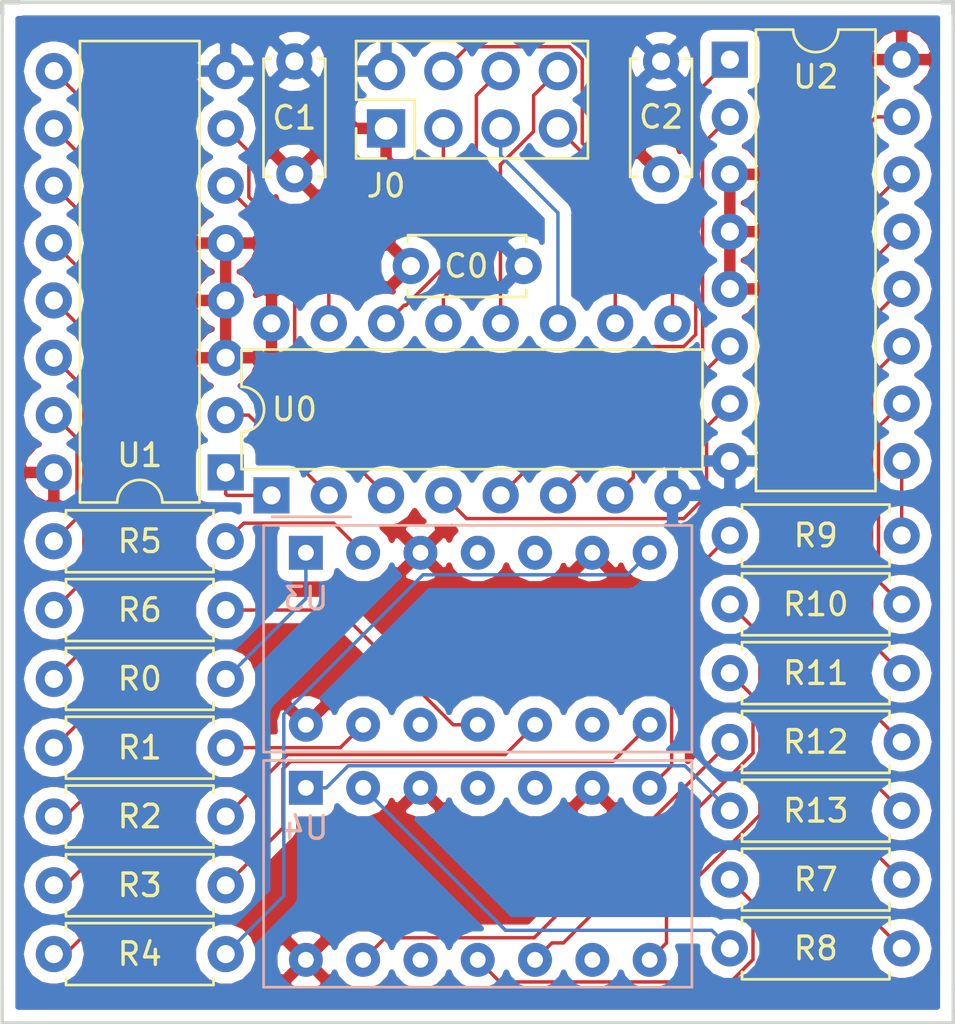
<source format=kicad_pcb>
(kicad_pcb (version 20171130) (host pcbnew "(5.0.1)-4")

  (general
    (thickness 1.6)
    (drawings 16)
    (tracks 180)
    (zones 0)
    (modules 23)
    (nets 53)
  )

  (page A4)
  (title_block
    (title "2 digits display (7-segment) with a 74hc595 and 2 74LS47")
    (date 2018-12-09)
    (rev 1.0)
    (company @pierreca)
    (comment 1 "the 2 digits are reversed...")
  )

  (layers
    (0 F.Cu signal hide)
    (31 B.Cu signal hide)
    (36 B.SilkS user)
    (37 F.SilkS user)
    (38 B.Mask user)
    (39 F.Mask user)
    (40 Dwgs.User user)
    (41 Cmts.User user)
    (44 Edge.Cuts user)
    (45 Margin user)
    (46 B.CrtYd user)
    (47 F.CrtYd user)
    (48 B.Fab user hide)
    (49 F.Fab user hide)
  )

  (setup
    (last_trace_width 0.1524)
    (trace_clearance 0.1524)
    (zone_clearance 0.508)
    (zone_45_only no)
    (trace_min 0.1524)
    (segment_width 0.2)
    (edge_width 0.15)
    (via_size 0.6858)
    (via_drill 0.3302)
    (via_min_size 0.508)
    (via_min_drill 0.254)
    (uvia_size 0.6858)
    (uvia_drill 0.3302)
    (uvias_allowed no)
    (uvia_min_size 0.2)
    (uvia_min_drill 0.1)
    (pcb_text_width 0.3)
    (pcb_text_size 1.5 1.5)
    (mod_edge_width 0.15)
    (mod_text_size 1 1)
    (mod_text_width 0.15)
    (pad_size 1.524 1.524)
    (pad_drill 0.762)
    (pad_to_mask_clearance 0.0508)
    (solder_mask_min_width 0.25)
    (aux_axis_origin 0 0)
    (visible_elements 7FFFFFFF)
    (pcbplotparams
      (layerselection 0x010fc_ffffffff)
      (usegerberextensions false)
      (usegerberattributes false)
      (usegerberadvancedattributes false)
      (creategerberjobfile false)
      (excludeedgelayer true)
      (linewidth 0.100000)
      (plotframeref false)
      (viasonmask false)
      (mode 1)
      (useauxorigin false)
      (hpglpennumber 1)
      (hpglpenspeed 20)
      (hpglpendiameter 15.000000)
      (psnegative false)
      (psa4output false)
      (plotreference true)
      (plotvalue true)
      (plotinvisibletext false)
      (padsonsilk false)
      (subtractmaskfromsilk false)
      (outputformat 1)
      (mirror false)
      (drillshape 1)
      (scaleselection 1)
      (outputdirectory ""))
  )

  (net 0 "")
  (net 1 "Net-(R10-Pad1)")
  (net 2 "Net-(R10-Pad2)")
  (net 3 "Net-(R13-Pad2)")
  (net 4 "Net-(R13-Pad1)")
  (net 5 "Net-(R11-Pad1)")
  (net 6 "Net-(R11-Pad2)")
  (net 7 "Net-(R0-Pad2)")
  (net 8 "Net-(R0-Pad1)")
  (net 9 "Net-(R1-Pad1)")
  (net 10 "Net-(R1-Pad2)")
  (net 11 "Net-(R2-Pad2)")
  (net 12 "Net-(R2-Pad1)")
  (net 13 "Net-(R3-Pad1)")
  (net 14 "Net-(R3-Pad2)")
  (net 15 "Net-(R4-Pad2)")
  (net 16 "Net-(R4-Pad1)")
  (net 17 "Net-(R5-Pad1)")
  (net 18 "Net-(R5-Pad2)")
  (net 19 "Net-(R6-Pad2)")
  (net 20 "Net-(R6-Pad1)")
  (net 21 "Net-(R7-Pad1)")
  (net 22 "Net-(R7-Pad2)")
  (net 23 "Net-(R8-Pad2)")
  (net 24 "Net-(R8-Pad1)")
  (net 25 "Net-(R9-Pad1)")
  (net 26 "Net-(R9-Pad2)")
  (net 27 "Net-(R12-Pad2)")
  (net 28 "Net-(R12-Pad1)")
  (net 29 "Net-(U0-Pad1)")
  (net 30 "Net-(J0-Pad4)")
  (net 31 "Net-(U0-Pad2)")
  (net 32 "Net-(J0-Pad7)")
  (net 33 "Net-(U0-Pad3)")
  (net 34 "Net-(J0-Pad5)")
  (net 35 "Net-(U0-Pad4)")
  (net 36 "Net-(J0-Pad8)")
  (net 37 "Net-(U0-Pad5)")
  (net 38 "Net-(J0-Pad6)")
  (net 39 "Net-(U0-Pad6)")
  (net 40 "Net-(J0-Pad3)")
  (net 41 "Net-(U0-Pad7)")
  (net 42 "Net-(U0-Pad15)")
  (net 43 GND)
  (net 44 "Net-(C0-Pad2)")
  (net 45 "Net-(U3-Pad4)")
  (net 46 "Net-(U3-Pad5)")
  (net 47 "Net-(U3-Pad9)")
  (net 48 "Net-(U3-Pad12)")
  (net 49 "Net-(U4-Pad12)")
  (net 50 "Net-(U4-Pad9)")
  (net 51 "Net-(U4-Pad5)")
  (net 52 "Net-(U4-Pad4)")

  (net_class Default "This is the default net class."
    (clearance 0.1524)
    (trace_width 0.1524)
    (via_dia 0.6858)
    (via_drill 0.3302)
    (uvia_dia 0.6858)
    (uvia_drill 0.3302)
    (add_net GND)
    (add_net "Net-(C0-Pad2)")
    (add_net "Net-(J0-Pad3)")
    (add_net "Net-(J0-Pad4)")
    (add_net "Net-(J0-Pad5)")
    (add_net "Net-(J0-Pad6)")
    (add_net "Net-(J0-Pad7)")
    (add_net "Net-(J0-Pad8)")
    (add_net "Net-(R0-Pad1)")
    (add_net "Net-(R0-Pad2)")
    (add_net "Net-(R1-Pad1)")
    (add_net "Net-(R1-Pad2)")
    (add_net "Net-(R10-Pad1)")
    (add_net "Net-(R10-Pad2)")
    (add_net "Net-(R11-Pad1)")
    (add_net "Net-(R11-Pad2)")
    (add_net "Net-(R12-Pad1)")
    (add_net "Net-(R12-Pad2)")
    (add_net "Net-(R13-Pad1)")
    (add_net "Net-(R13-Pad2)")
    (add_net "Net-(R2-Pad1)")
    (add_net "Net-(R2-Pad2)")
    (add_net "Net-(R3-Pad1)")
    (add_net "Net-(R3-Pad2)")
    (add_net "Net-(R4-Pad1)")
    (add_net "Net-(R4-Pad2)")
    (add_net "Net-(R5-Pad1)")
    (add_net "Net-(R5-Pad2)")
    (add_net "Net-(R6-Pad1)")
    (add_net "Net-(R6-Pad2)")
    (add_net "Net-(R7-Pad1)")
    (add_net "Net-(R7-Pad2)")
    (add_net "Net-(R8-Pad1)")
    (add_net "Net-(R8-Pad2)")
    (add_net "Net-(R9-Pad1)")
    (add_net "Net-(R9-Pad2)")
    (add_net "Net-(U0-Pad1)")
    (add_net "Net-(U0-Pad15)")
    (add_net "Net-(U0-Pad2)")
    (add_net "Net-(U0-Pad3)")
    (add_net "Net-(U0-Pad4)")
    (add_net "Net-(U0-Pad5)")
    (add_net "Net-(U0-Pad6)")
    (add_net "Net-(U0-Pad7)")
    (add_net "Net-(U3-Pad12)")
    (add_net "Net-(U3-Pad4)")
    (add_net "Net-(U3-Pad5)")
    (add_net "Net-(U3-Pad9)")
    (add_net "Net-(U4-Pad12)")
    (add_net "Net-(U4-Pad4)")
    (add_net "Net-(U4-Pad5)")
    (add_net "Net-(U4-Pad9)")
  )

  (module Display_7Segment:MAN72A (layer B.Cu) (tedit 5A02FE84) (tstamp 5C069A8C)
    (at 129.54 89.916 270)
    (descr https://www.digchip.com/datasheets/parts/datasheet/161/MAN3640A-pdf.php)
    (tags "One digit 7 segment red LED with left dot")
    (path /5BF8A3D5)
    (fp_text reference U3 (at 2.032 0) (layer B.SilkS)
      (effects (font (size 1 1) (thickness 0.15)) (justify mirror))
    )
    (fp_text value MAN72A (at 2.2 -18.4 270) (layer B.Fab)
      (effects (font (size 1 1) (thickness 0.15)) (justify mirror))
    )
    (fp_text user %R (at 3.8 -7.8 270) (layer B.Fab)
      (effects (font (size 1 1) (thickness 0.15)) (justify mirror))
    )
    (fp_line (start -1.59 1.5) (end -1.59 -2) (layer B.SilkS) (width 0.12))
    (fp_line (start -1.34 2.01) (end 8.96 2.01) (layer B.CrtYd) (width 0.05))
    (fp_line (start 8.96 2.01) (end 8.96 -17.25) (layer B.CrtYd) (width 0.05))
    (fp_line (start 8.96 -17.25) (end -1.34 -17.25) (layer B.CrtYd) (width 0.05))
    (fp_line (start -1.34 -17.25) (end -1.34 2.01) (layer B.CrtYd) (width 0.05))
    (fp_line (start -1.09 -1) (end -0.09 0) (layer B.Fab) (width 0.1))
    (fp_line (start -0.09 0) (end -1.09 1) (layer B.Fab) (width 0.1))
    (fp_line (start -1.09 1) (end -1.09 1.755) (layer B.Fab) (width 0.1))
    (fp_line (start -1.21 1.875) (end 8.83 1.875) (layer B.SilkS) (width 0.12))
    (fp_line (start 8.83 1.875) (end 8.83 -17.115) (layer B.SilkS) (width 0.12))
    (fp_line (start 8.83 -17.115) (end -1.21 -17.115) (layer B.SilkS) (width 0.12))
    (fp_line (start -1.21 -17.115) (end -1.21 1.875) (layer B.SilkS) (width 0.12))
    (fp_line (start -1.09 1.755) (end 8.71 1.755) (layer B.Fab) (width 0.1))
    (fp_line (start 8.71 1.755) (end 8.71 -16.995) (layer B.Fab) (width 0.1))
    (fp_line (start 8.71 -16.995) (end -1.09 -16.995) (layer B.Fab) (width 0.1))
    (fp_line (start -1.09 -16.995) (end -1.09 -1) (layer B.Fab) (width 0.1))
    (pad 1 thru_hole rect (at 0 0 270) (size 1.5 1.5) (drill 0.7) (layers *.Cu *.Mask)
      (net 8 "Net-(R0-Pad1)"))
    (pad 2 thru_hole circle (at 0 -2.54 270) (size 1.5 1.5) (drill 0.7) (layers *.Cu *.Mask)
      (net 17 "Net-(R5-Pad1)"))
    (pad 3 thru_hole circle (at 0 -5.08 270) (size 1.5 1.5) (drill 0.7) (layers *.Cu *.Mask)
      (net 44 "Net-(C0-Pad2)"))
    (pad 4 thru_hole circle (at 0 -7.62 270) (size 1.5 1.5) (drill 0.7) (layers *.Cu *.Mask)
      (net 45 "Net-(U3-Pad4)"))
    (pad 5 thru_hole circle (at 0 -10.16 270) (size 1.5 1.5) (drill 0.7) (layers *.Cu *.Mask)
      (net 46 "Net-(U3-Pad5)"))
    (pad 6 thru_hole circle (at 0 -12.7 270) (size 1.5 1.5) (drill 0.7) (layers *.Cu *.Mask)
      (net 44 "Net-(C0-Pad2)"))
    (pad 7 thru_hole circle (at 0 -15.24 270) (size 1.5 1.5) (drill 0.7) (layers *.Cu *.Mask)
      (net 16 "Net-(R4-Pad1)"))
    (pad 8 thru_hole circle (at 7.62 -15.24 270) (size 1.5 1.5) (drill 0.7) (layers *.Cu *.Mask)
      (net 13 "Net-(R3-Pad1)"))
    (pad 9 thru_hole circle (at 7.62 -12.7 270) (size 1.5 1.5) (drill 0.7) (layers *.Cu *.Mask)
      (net 47 "Net-(U3-Pad9)"))
    (pad 10 thru_hole circle (at 7.62 -10.16 270) (size 1.5 1.5) (drill 0.7) (layers *.Cu *.Mask)
      (net 12 "Net-(R2-Pad1)"))
    (pad 11 thru_hole circle (at 7.62 -7.62 270) (size 1.5 1.5) (drill 0.7) (layers *.Cu *.Mask)
      (net 20 "Net-(R6-Pad1)"))
    (pad 12 thru_hole circle (at 7.62 -5.08 270) (size 1.5 1.5) (drill 0.7) (layers *.Cu *.Mask)
      (net 48 "Net-(U3-Pad12)"))
    (pad 13 thru_hole circle (at 7.62 -2.54 270) (size 1.5 1.5) (drill 0.7) (layers *.Cu *.Mask)
      (net 9 "Net-(R1-Pad1)"))
    (pad 14 thru_hole circle (at 7.62 0 270) (size 1.5 1.5) (drill 0.7) (layers *.Cu *.Mask)
      (net 44 "Net-(C0-Pad2)"))
    (model ${KISYS3DMOD}/Display_7Segment.3dshapes/MAN72A.wrl
      (at (xyz 0 0 0))
      (scale (xyz 1 1 1))
      (rotate (xyz 0 0 0))
    )
  )

  (module Capacitor_THT:C_Disc_D5.0mm_W2.5mm_P5.00mm (layer F.Cu) (tedit 5AE50EF0) (tstamp 5C0694E7)
    (at 139.192 77.216 180)
    (descr "C, Disc series, Radial, pin pitch=5.00mm, , diameter*width=5*2.5mm^2, Capacitor, http://cdn-reichelt.de/documents/datenblatt/B300/DS_KERKO_TC.pdf")
    (tags "C Disc series Radial pin pitch 5.00mm  diameter 5mm width 2.5mm Capacitor")
    (path /5C0972C7)
    (fp_text reference C0 (at 2.54 0 180) (layer F.SilkS)
      (effects (font (size 1 1) (thickness 0.15)))
    )
    (fp_text value 0.1uF (at 2.5 2.5 180) (layer F.Fab)
      (effects (font (size 1 1) (thickness 0.15)))
    )
    (fp_line (start 0 -1.25) (end 0 1.25) (layer F.Fab) (width 0.1))
    (fp_line (start 0 1.25) (end 5 1.25) (layer F.Fab) (width 0.1))
    (fp_line (start 5 1.25) (end 5 -1.25) (layer F.Fab) (width 0.1))
    (fp_line (start 5 -1.25) (end 0 -1.25) (layer F.Fab) (width 0.1))
    (fp_line (start -0.12 -1.37) (end 5.12 -1.37) (layer F.SilkS) (width 0.12))
    (fp_line (start -0.12 1.37) (end 5.12 1.37) (layer F.SilkS) (width 0.12))
    (fp_line (start -0.12 -1.37) (end -0.12 -1.055) (layer F.SilkS) (width 0.12))
    (fp_line (start -0.12 1.055) (end -0.12 1.37) (layer F.SilkS) (width 0.12))
    (fp_line (start 5.12 -1.37) (end 5.12 -1.055) (layer F.SilkS) (width 0.12))
    (fp_line (start 5.12 1.055) (end 5.12 1.37) (layer F.SilkS) (width 0.12))
    (fp_line (start -1.05 -1.5) (end -1.05 1.5) (layer F.CrtYd) (width 0.05))
    (fp_line (start -1.05 1.5) (end 6.05 1.5) (layer F.CrtYd) (width 0.05))
    (fp_line (start 6.05 1.5) (end 6.05 -1.5) (layer F.CrtYd) (width 0.05))
    (fp_line (start 6.05 -1.5) (end -1.05 -1.5) (layer F.CrtYd) (width 0.05))
    (fp_text user %R (at 2.5 0 180) (layer F.Fab)
      (effects (font (size 1 1) (thickness 0.15)))
    )
    (pad 1 thru_hole circle (at 0 0 180) (size 1.6 1.6) (drill 0.8) (layers *.Cu *.Mask)
      (net 43 GND))
    (pad 2 thru_hole circle (at 5 0 180) (size 1.6 1.6) (drill 0.8) (layers *.Cu *.Mask)
      (net 44 "Net-(C0-Pad2)"))
    (model ${KISYS3DMOD}/Capacitor_THT.3dshapes/C_Disc_D5.0mm_W2.5mm_P5.00mm.wrl
      (at (xyz 0 0 0))
      (scale (xyz 1 1 1))
      (rotate (xyz 0 0 0))
    )
  )

  (module Capacitor_THT:C_Disc_D5.0mm_W2.5mm_P5.00mm (layer F.Cu) (tedit 5AE50EF0) (tstamp 5C0689EC)
    (at 129.032 73.152 90)
    (descr "C, Disc series, Radial, pin pitch=5.00mm, , diameter*width=5*2.5mm^2, Capacitor, http://cdn-reichelt.de/documents/datenblatt/B300/DS_KERKO_TC.pdf")
    (tags "C Disc series Radial pin pitch 5.00mm  diameter 5mm width 2.5mm Capacitor")
    (path /5BFB8B5E)
    (fp_text reference C1 (at 2.5 0 -180) (layer F.SilkS)
      (effects (font (size 1 1) (thickness 0.15)))
    )
    (fp_text value 0.1uF (at 2.5 2.5 90) (layer F.Fab)
      (effects (font (size 1 1) (thickness 0.15)))
    )
    (fp_text user %R (at 2.5 0 90) (layer F.Fab)
      (effects (font (size 1 1) (thickness 0.15)))
    )
    (fp_line (start 6.05 -1.5) (end -1.05 -1.5) (layer F.CrtYd) (width 0.05))
    (fp_line (start 6.05 1.5) (end 6.05 -1.5) (layer F.CrtYd) (width 0.05))
    (fp_line (start -1.05 1.5) (end 6.05 1.5) (layer F.CrtYd) (width 0.05))
    (fp_line (start -1.05 -1.5) (end -1.05 1.5) (layer F.CrtYd) (width 0.05))
    (fp_line (start 5.12 1.055) (end 5.12 1.37) (layer F.SilkS) (width 0.12))
    (fp_line (start 5.12 -1.37) (end 5.12 -1.055) (layer F.SilkS) (width 0.12))
    (fp_line (start -0.12 1.055) (end -0.12 1.37) (layer F.SilkS) (width 0.12))
    (fp_line (start -0.12 -1.37) (end -0.12 -1.055) (layer F.SilkS) (width 0.12))
    (fp_line (start -0.12 1.37) (end 5.12 1.37) (layer F.SilkS) (width 0.12))
    (fp_line (start -0.12 -1.37) (end 5.12 -1.37) (layer F.SilkS) (width 0.12))
    (fp_line (start 5 -1.25) (end 0 -1.25) (layer F.Fab) (width 0.1))
    (fp_line (start 5 1.25) (end 5 -1.25) (layer F.Fab) (width 0.1))
    (fp_line (start 0 1.25) (end 5 1.25) (layer F.Fab) (width 0.1))
    (fp_line (start 0 -1.25) (end 0 1.25) (layer F.Fab) (width 0.1))
    (pad 2 thru_hole circle (at 5 0 90) (size 1.6 1.6) (drill 0.8) (layers *.Cu *.Mask)
      (net 43 GND))
    (pad 1 thru_hole circle (at 0 0 90) (size 1.6 1.6) (drill 0.8) (layers *.Cu *.Mask)
      (net 44 "Net-(C0-Pad2)"))
    (model ${KISYS3DMOD}/Capacitor_THT.3dshapes/C_Disc_D5.0mm_W2.5mm_P5.00mm.wrl
      (at (xyz 0 0 0))
      (scale (xyz 1 1 1))
      (rotate (xyz 0 0 0))
    )
  )

  (module Capacitor_THT:C_Disc_D5.0mm_W2.5mm_P5.00mm (layer F.Cu) (tedit 5AE50EF0) (tstamp 5C067E47)
    (at 145.288 73.152 90)
    (descr "C, Disc series, Radial, pin pitch=5.00mm, , diameter*width=5*2.5mm^2, Capacitor, http://cdn-reichelt.de/documents/datenblatt/B300/DS_KERKO_TC.pdf")
    (tags "C Disc series Radial pin pitch 5.00mm  diameter 5mm width 2.5mm Capacitor")
    (path /5C07BC90)
    (fp_text reference C2 (at 2.54 0 180) (layer F.SilkS)
      (effects (font (size 1 1) (thickness 0.15)))
    )
    (fp_text value 0.1uF (at 2.5 2.5 90) (layer F.Fab)
      (effects (font (size 1 1) (thickness 0.15)))
    )
    (fp_line (start 0 -1.25) (end 0 1.25) (layer F.Fab) (width 0.1))
    (fp_line (start 0 1.25) (end 5 1.25) (layer F.Fab) (width 0.1))
    (fp_line (start 5 1.25) (end 5 -1.25) (layer F.Fab) (width 0.1))
    (fp_line (start 5 -1.25) (end 0 -1.25) (layer F.Fab) (width 0.1))
    (fp_line (start -0.12 -1.37) (end 5.12 -1.37) (layer F.SilkS) (width 0.12))
    (fp_line (start -0.12 1.37) (end 5.12 1.37) (layer F.SilkS) (width 0.12))
    (fp_line (start -0.12 -1.37) (end -0.12 -1.055) (layer F.SilkS) (width 0.12))
    (fp_line (start -0.12 1.055) (end -0.12 1.37) (layer F.SilkS) (width 0.12))
    (fp_line (start 5.12 -1.37) (end 5.12 -1.055) (layer F.SilkS) (width 0.12))
    (fp_line (start 5.12 1.055) (end 5.12 1.37) (layer F.SilkS) (width 0.12))
    (fp_line (start -1.05 -1.5) (end -1.05 1.5) (layer F.CrtYd) (width 0.05))
    (fp_line (start -1.05 1.5) (end 6.05 1.5) (layer F.CrtYd) (width 0.05))
    (fp_line (start 6.05 1.5) (end 6.05 -1.5) (layer F.CrtYd) (width 0.05))
    (fp_line (start 6.05 -1.5) (end -1.05 -1.5) (layer F.CrtYd) (width 0.05))
    (fp_text user %R (at 2.5 0 90) (layer F.Fab)
      (effects (font (size 1 1) (thickness 0.15)))
    )
    (pad 1 thru_hole circle (at 0 0 90) (size 1.6 1.6) (drill 0.8) (layers *.Cu *.Mask)
      (net 44 "Net-(C0-Pad2)"))
    (pad 2 thru_hole circle (at 5 0 90) (size 1.6 1.6) (drill 0.8) (layers *.Cu *.Mask)
      (net 43 GND))
    (model ${KISYS3DMOD}/Capacitor_THT.3dshapes/C_Disc_D5.0mm_W2.5mm_P5.00mm.wrl
      (at (xyz 0 0 0))
      (scale (xyz 1 1 1))
      (rotate (xyz 0 0 0))
    )
  )

  (module Connector_PinHeader_2.54mm:PinHeader_2x04_P2.54mm_Vertical (layer F.Cu) (tedit 59FED5CC) (tstamp 5C067B42)
    (at 133.096 71.12 90)
    (descr "Through hole straight pin header, 2x04, 2.54mm pitch, double rows")
    (tags "Through hole pin header THT 2x04 2.54mm double row")
    (path /5BFBE242)
    (fp_text reference J0 (at -2.54 0 180) (layer F.SilkS)
      (effects (font (size 1 1) (thickness 0.15)))
    )
    (fp_text value Conn_02x04_Odd_Even (at 1.27 9.95 90) (layer F.Fab)
      (effects (font (size 1 1) (thickness 0.15)))
    )
    (fp_line (start 0 -1.27) (end 3.81 -1.27) (layer F.Fab) (width 0.1))
    (fp_line (start 3.81 -1.27) (end 3.81 8.89) (layer F.Fab) (width 0.1))
    (fp_line (start 3.81 8.89) (end -1.27 8.89) (layer F.Fab) (width 0.1))
    (fp_line (start -1.27 8.89) (end -1.27 0) (layer F.Fab) (width 0.1))
    (fp_line (start -1.27 0) (end 0 -1.27) (layer F.Fab) (width 0.1))
    (fp_line (start -1.33 8.95) (end 3.87 8.95) (layer F.SilkS) (width 0.12))
    (fp_line (start -1.33 1.27) (end -1.33 8.95) (layer F.SilkS) (width 0.12))
    (fp_line (start 3.87 -1.33) (end 3.87 8.95) (layer F.SilkS) (width 0.12))
    (fp_line (start -1.33 1.27) (end 1.27 1.27) (layer F.SilkS) (width 0.12))
    (fp_line (start 1.27 1.27) (end 1.27 -1.33) (layer F.SilkS) (width 0.12))
    (fp_line (start 1.27 -1.33) (end 3.87 -1.33) (layer F.SilkS) (width 0.12))
    (fp_line (start -1.33 0) (end -1.33 -1.33) (layer F.SilkS) (width 0.12))
    (fp_line (start -1.33 -1.33) (end 0 -1.33) (layer F.SilkS) (width 0.12))
    (fp_line (start -1.8 -1.8) (end -1.8 9.4) (layer F.CrtYd) (width 0.05))
    (fp_line (start -1.8 9.4) (end 4.35 9.4) (layer F.CrtYd) (width 0.05))
    (fp_line (start 4.35 9.4) (end 4.35 -1.8) (layer F.CrtYd) (width 0.05))
    (fp_line (start 4.35 -1.8) (end -1.8 -1.8) (layer F.CrtYd) (width 0.05))
    (fp_text user %R (at 1.27 3.81 180) (layer F.Fab)
      (effects (font (size 1 1) (thickness 0.15)))
    )
    (pad 1 thru_hole rect (at 0 0 90) (size 1.7 1.7) (drill 1) (layers *.Cu *.Mask)
      (net 44 "Net-(C0-Pad2)"))
    (pad 2 thru_hole oval (at 2.54 0 90) (size 1.7 1.7) (drill 1) (layers *.Cu *.Mask)
      (net 43 GND))
    (pad 3 thru_hole oval (at 0 2.54 90) (size 1.7 1.7) (drill 1) (layers *.Cu *.Mask)
      (net 40 "Net-(J0-Pad3)"))
    (pad 4 thru_hole oval (at 2.54 2.54 90) (size 1.7 1.7) (drill 1) (layers *.Cu *.Mask)
      (net 30 "Net-(J0-Pad4)"))
    (pad 5 thru_hole oval (at 0 5.08 90) (size 1.7 1.7) (drill 1) (layers *.Cu *.Mask)
      (net 34 "Net-(J0-Pad5)"))
    (pad 6 thru_hole oval (at 2.54 5.08 90) (size 1.7 1.7) (drill 1) (layers *.Cu *.Mask)
      (net 38 "Net-(J0-Pad6)"))
    (pad 7 thru_hole oval (at 0 7.62 90) (size 1.7 1.7) (drill 1) (layers *.Cu *.Mask)
      (net 32 "Net-(J0-Pad7)"))
    (pad 8 thru_hole oval (at 2.54 7.62 90) (size 1.7 1.7) (drill 1) (layers *.Cu *.Mask)
      (net 36 "Net-(J0-Pad8)"))
    (model ${KISYS3DMOD}/Connector_PinHeader_2.54mm.3dshapes/PinHeader_2x04_P2.54mm_Vertical.wrl
      (at (xyz 0 0 0))
      (scale (xyz 1 1 1))
      (rotate (xyz 0 0 0))
    )
  )

  (module Display_7Segment:MAN72A (layer B.Cu) (tedit 5A02FE84) (tstamp 5C06AD2E)
    (at 129.54 100.33 270)
    (descr https://www.digchip.com/datasheets/parts/datasheet/161/MAN3640A-pdf.php)
    (tags "One digit 7 segment red LED with left dot")
    (path /5BF91717)
    (fp_text reference U4 (at 1.778 0) (layer B.SilkS)
      (effects (font (size 1 1) (thickness 0.15)) (justify mirror))
    )
    (fp_text value MAN72A (at 2.2 -18.4 270) (layer B.Fab)
      (effects (font (size 1 1) (thickness 0.15)) (justify mirror))
    )
    (fp_line (start -1.09 -16.995) (end -1.09 -1) (layer B.Fab) (width 0.1))
    (fp_line (start 8.71 -16.995) (end -1.09 -16.995) (layer B.Fab) (width 0.1))
    (fp_line (start 8.71 1.755) (end 8.71 -16.995) (layer B.Fab) (width 0.1))
    (fp_line (start -1.09 1.755) (end 8.71 1.755) (layer B.Fab) (width 0.1))
    (fp_line (start -1.21 -17.115) (end -1.21 1.875) (layer B.SilkS) (width 0.12))
    (fp_line (start 8.83 -17.115) (end -1.21 -17.115) (layer B.SilkS) (width 0.12))
    (fp_line (start 8.83 1.875) (end 8.83 -17.115) (layer B.SilkS) (width 0.12))
    (fp_line (start -1.21 1.875) (end 8.83 1.875) (layer B.SilkS) (width 0.12))
    (fp_line (start -1.09 1) (end -1.09 1.755) (layer B.Fab) (width 0.1))
    (fp_line (start -0.09 0) (end -1.09 1) (layer B.Fab) (width 0.1))
    (fp_line (start -1.09 -1) (end -0.09 0) (layer B.Fab) (width 0.1))
    (fp_line (start -1.34 -17.25) (end -1.34 2.01) (layer B.CrtYd) (width 0.05))
    (fp_line (start 8.96 -17.25) (end -1.34 -17.25) (layer B.CrtYd) (width 0.05))
    (fp_line (start 8.96 2.01) (end 8.96 -17.25) (layer B.CrtYd) (width 0.05))
    (fp_line (start -1.34 2.01) (end 8.96 2.01) (layer B.CrtYd) (width 0.05))
    (fp_line (start -1.59 1.5) (end -1.59 -2) (layer B.SilkS) (width 0.12))
    (fp_text user %R (at 3.8 -7.8 270) (layer F.Fab)
      (effects (font (size 1 1) (thickness 0.15)))
    )
    (pad 14 thru_hole circle (at 7.62 0 270) (size 1.5 1.5) (drill 0.7) (layers *.Cu *.Mask)
      (net 44 "Net-(C0-Pad2)"))
    (pad 13 thru_hole circle (at 7.62 -2.54 270) (size 1.5 1.5) (drill 0.7) (layers *.Cu *.Mask)
      (net 28 "Net-(R12-Pad1)"))
    (pad 12 thru_hole circle (at 7.62 -5.08 270) (size 1.5 1.5) (drill 0.7) (layers *.Cu *.Mask)
      (net 49 "Net-(U4-Pad12)"))
    (pad 11 thru_hole circle (at 7.62 -7.62 270) (size 1.5 1.5) (drill 0.7) (layers *.Cu *.Mask)
      (net 21 "Net-(R7-Pad1)"))
    (pad 10 thru_hole circle (at 7.62 -10.16 270) (size 1.5 1.5) (drill 0.7) (layers *.Cu *.Mask)
      (net 5 "Net-(R11-Pad1)"))
    (pad 9 thru_hole circle (at 7.62 -12.7 270) (size 1.5 1.5) (drill 0.7) (layers *.Cu *.Mask)
      (net 50 "Net-(U4-Pad9)"))
    (pad 8 thru_hole circle (at 7.62 -15.24 270) (size 1.5 1.5) (drill 0.7) (layers *.Cu *.Mask)
      (net 1 "Net-(R10-Pad1)"))
    (pad 7 thru_hole circle (at 0 -15.24 270) (size 1.5 1.5) (drill 0.7) (layers *.Cu *.Mask)
      (net 25 "Net-(R9-Pad1)"))
    (pad 6 thru_hole circle (at 0 -12.7 270) (size 1.5 1.5) (drill 0.7) (layers *.Cu *.Mask)
      (net 44 "Net-(C0-Pad2)"))
    (pad 5 thru_hole circle (at 0 -10.16 270) (size 1.5 1.5) (drill 0.7) (layers *.Cu *.Mask)
      (net 51 "Net-(U4-Pad5)"))
    (pad 4 thru_hole circle (at 0 -7.62 270) (size 1.5 1.5) (drill 0.7) (layers *.Cu *.Mask)
      (net 52 "Net-(U4-Pad4)"))
    (pad 3 thru_hole circle (at 0 -5.08 270) (size 1.5 1.5) (drill 0.7) (layers *.Cu *.Mask)
      (net 44 "Net-(C0-Pad2)"))
    (pad 2 thru_hole circle (at 0 -2.54 270) (size 1.5 1.5) (drill 0.7) (layers *.Cu *.Mask)
      (net 24 "Net-(R8-Pad1)"))
    (pad 1 thru_hole rect (at 0 0 270) (size 1.5 1.5) (drill 0.7) (layers *.Cu *.Mask)
      (net 4 "Net-(R13-Pad1)"))
    (model ${KISYS3DMOD}/Display_7Segment.3dshapes/MAN72A.wrl
      (at (xyz 0 0 0))
      (scale (xyz 1 1 1))
      (rotate (xyz 0 0 0))
    )
  )

  (module Package_DIP:DIP-16_W7.62mm (layer F.Cu) (tedit 5A02E8C5) (tstamp 5C06C094)
    (at 148.336 68.072)
    (descr "16-lead though-hole mounted DIP package, row spacing 7.62 mm (300 mils)")
    (tags "THT DIP DIL PDIP 2.54mm 7.62mm 300mil")
    (path /5BF91710)
    (fp_text reference U2 (at 3.81 0.762) (layer F.SilkS)
      (effects (font (size 1 1) (thickness 0.15)))
    )
    (fp_text value 74LS47 (at 3.81 20.11) (layer F.Fab)
      (effects (font (size 1 1) (thickness 0.15)))
    )
    (fp_arc (start 3.81 -1.33) (end 2.81 -1.33) (angle -180) (layer F.SilkS) (width 0.12))
    (fp_line (start 1.635 -1.27) (end 6.985 -1.27) (layer F.Fab) (width 0.1))
    (fp_line (start 6.985 -1.27) (end 6.985 19.05) (layer F.Fab) (width 0.1))
    (fp_line (start 6.985 19.05) (end 0.635 19.05) (layer F.Fab) (width 0.1))
    (fp_line (start 0.635 19.05) (end 0.635 -0.27) (layer F.Fab) (width 0.1))
    (fp_line (start 0.635 -0.27) (end 1.635 -1.27) (layer F.Fab) (width 0.1))
    (fp_line (start 2.81 -1.33) (end 1.16 -1.33) (layer F.SilkS) (width 0.12))
    (fp_line (start 1.16 -1.33) (end 1.16 19.11) (layer F.SilkS) (width 0.12))
    (fp_line (start 1.16 19.11) (end 6.46 19.11) (layer F.SilkS) (width 0.12))
    (fp_line (start 6.46 19.11) (end 6.46 -1.33) (layer F.SilkS) (width 0.12))
    (fp_line (start 6.46 -1.33) (end 4.81 -1.33) (layer F.SilkS) (width 0.12))
    (fp_line (start -1.1 -1.55) (end -1.1 19.3) (layer F.CrtYd) (width 0.05))
    (fp_line (start -1.1 19.3) (end 8.7 19.3) (layer F.CrtYd) (width 0.05))
    (fp_line (start 8.7 19.3) (end 8.7 -1.55) (layer F.CrtYd) (width 0.05))
    (fp_line (start 8.7 -1.55) (end -1.1 -1.55) (layer F.CrtYd) (width 0.05))
    (fp_text user %R (at 3.81 8.89) (layer F.Fab)
      (effects (font (size 1 1) (thickness 0.15)))
    )
    (pad 1 thru_hole rect (at 0 0) (size 1.6 1.6) (drill 0.8) (layers *.Cu *.Mask)
      (net 37 "Net-(U0-Pad5)"))
    (pad 9 thru_hole oval (at 7.62 17.78) (size 1.6 1.6) (drill 0.8) (layers *.Cu *.Mask)
      (net 26 "Net-(R9-Pad2)"))
    (pad 2 thru_hole oval (at 0 2.54) (size 1.6 1.6) (drill 0.8) (layers *.Cu *.Mask)
      (net 39 "Net-(U0-Pad6)"))
    (pad 10 thru_hole oval (at 7.62 15.24) (size 1.6 1.6) (drill 0.8) (layers *.Cu *.Mask)
      (net 2 "Net-(R10-Pad2)"))
    (pad 3 thru_hole oval (at 0 5.08) (size 1.6 1.6) (drill 0.8) (layers *.Cu *.Mask)
      (net 44 "Net-(C0-Pad2)"))
    (pad 11 thru_hole oval (at 7.62 12.7) (size 1.6 1.6) (drill 0.8) (layers *.Cu *.Mask)
      (net 6 "Net-(R11-Pad2)"))
    (pad 4 thru_hole oval (at 0 7.62) (size 1.6 1.6) (drill 0.8) (layers *.Cu *.Mask)
      (net 44 "Net-(C0-Pad2)"))
    (pad 12 thru_hole oval (at 7.62 10.16) (size 1.6 1.6) (drill 0.8) (layers *.Cu *.Mask)
      (net 27 "Net-(R12-Pad2)"))
    (pad 5 thru_hole oval (at 0 10.16) (size 1.6 1.6) (drill 0.8) (layers *.Cu *.Mask)
      (net 44 "Net-(C0-Pad2)"))
    (pad 13 thru_hole oval (at 7.62 7.62) (size 1.6 1.6) (drill 0.8) (layers *.Cu *.Mask)
      (net 3 "Net-(R13-Pad2)"))
    (pad 6 thru_hole oval (at 0 12.7) (size 1.6 1.6) (drill 0.8) (layers *.Cu *.Mask)
      (net 41 "Net-(U0-Pad7)"))
    (pad 14 thru_hole oval (at 7.62 5.08) (size 1.6 1.6) (drill 0.8) (layers *.Cu *.Mask)
      (net 22 "Net-(R7-Pad2)"))
    (pad 7 thru_hole oval (at 0 15.24) (size 1.6 1.6) (drill 0.8) (layers *.Cu *.Mask)
      (net 35 "Net-(U0-Pad4)"))
    (pad 15 thru_hole oval (at 7.62 2.54) (size 1.6 1.6) (drill 0.8) (layers *.Cu *.Mask)
      (net 23 "Net-(R8-Pad2)"))
    (pad 8 thru_hole oval (at 0 17.78) (size 1.6 1.6) (drill 0.8) (layers *.Cu *.Mask)
      (net 43 GND))
    (pad 16 thru_hole oval (at 7.62 0) (size 1.6 1.6) (drill 0.8) (layers *.Cu *.Mask)
      (net 44 "Net-(C0-Pad2)"))
    (model ${KISYS3DMOD}/Package_DIP.3dshapes/DIP-16_W7.62mm.wrl
      (at (xyz 0 0 0))
      (scale (xyz 1 1 1))
      (rotate (xyz 0 0 0))
    )
  )

  (module Package_DIP:DIP-16_W7.62mm (layer F.Cu) (tedit 5A02E8C5) (tstamp 5C068AA7)
    (at 125.984 86.36 180)
    (descr "16-lead though-hole mounted DIP package, row spacing 7.62 mm (300 mils)")
    (tags "THT DIP DIL PDIP 2.54mm 7.62mm 300mil")
    (path /5BF8A02F)
    (fp_text reference U1 (at 3.81 0.762 180) (layer F.SilkS)
      (effects (font (size 1 1) (thickness 0.15)))
    )
    (fp_text value 74LS47 (at 3.81 20.11 180) (layer F.Fab)
      (effects (font (size 1 1) (thickness 0.15)))
    )
    (fp_text user %R (at 3.81 8.89 180) (layer F.Fab)
      (effects (font (size 1 1) (thickness 0.15)))
    )
    (fp_line (start 8.7 -1.55) (end -1.1 -1.55) (layer F.CrtYd) (width 0.05))
    (fp_line (start 8.7 19.3) (end 8.7 -1.55) (layer F.CrtYd) (width 0.05))
    (fp_line (start -1.1 19.3) (end 8.7 19.3) (layer F.CrtYd) (width 0.05))
    (fp_line (start -1.1 -1.55) (end -1.1 19.3) (layer F.CrtYd) (width 0.05))
    (fp_line (start 6.46 -1.33) (end 4.81 -1.33) (layer F.SilkS) (width 0.12))
    (fp_line (start 6.46 19.11) (end 6.46 -1.33) (layer F.SilkS) (width 0.12))
    (fp_line (start 1.16 19.11) (end 6.46 19.11) (layer F.SilkS) (width 0.12))
    (fp_line (start 1.16 -1.33) (end 1.16 19.11) (layer F.SilkS) (width 0.12))
    (fp_line (start 2.81 -1.33) (end 1.16 -1.33) (layer F.SilkS) (width 0.12))
    (fp_line (start 0.635 -0.27) (end 1.635 -1.27) (layer F.Fab) (width 0.1))
    (fp_line (start 0.635 19.05) (end 0.635 -0.27) (layer F.Fab) (width 0.1))
    (fp_line (start 6.985 19.05) (end 0.635 19.05) (layer F.Fab) (width 0.1))
    (fp_line (start 6.985 -1.27) (end 6.985 19.05) (layer F.Fab) (width 0.1))
    (fp_line (start 1.635 -1.27) (end 6.985 -1.27) (layer F.Fab) (width 0.1))
    (fp_arc (start 3.81 -1.33) (end 2.81 -1.33) (angle -180) (layer F.SilkS) (width 0.12))
    (pad 16 thru_hole oval (at 7.62 0 180) (size 1.6 1.6) (drill 0.8) (layers *.Cu *.Mask)
      (net 44 "Net-(C0-Pad2)"))
    (pad 8 thru_hole oval (at 0 17.78 180) (size 1.6 1.6) (drill 0.8) (layers *.Cu *.Mask)
      (net 43 GND))
    (pad 15 thru_hole oval (at 7.62 2.54 180) (size 1.6 1.6) (drill 0.8) (layers *.Cu *.Mask)
      (net 18 "Net-(R5-Pad2)"))
    (pad 7 thru_hole oval (at 0 15.24 180) (size 1.6 1.6) (drill 0.8) (layers *.Cu *.Mask)
      (net 42 "Net-(U0-Pad15)"))
    (pad 14 thru_hole oval (at 7.62 5.08 180) (size 1.6 1.6) (drill 0.8) (layers *.Cu *.Mask)
      (net 19 "Net-(R6-Pad2)"))
    (pad 6 thru_hole oval (at 0 12.7 180) (size 1.6 1.6) (drill 0.8) (layers *.Cu *.Mask)
      (net 33 "Net-(U0-Pad3)"))
    (pad 13 thru_hole oval (at 7.62 7.62 180) (size 1.6 1.6) (drill 0.8) (layers *.Cu *.Mask)
      (net 7 "Net-(R0-Pad2)"))
    (pad 5 thru_hole oval (at 0 10.16 180) (size 1.6 1.6) (drill 0.8) (layers *.Cu *.Mask)
      (net 44 "Net-(C0-Pad2)"))
    (pad 12 thru_hole oval (at 7.62 10.16 180) (size 1.6 1.6) (drill 0.8) (layers *.Cu *.Mask)
      (net 10 "Net-(R1-Pad2)"))
    (pad 4 thru_hole oval (at 0 7.62 180) (size 1.6 1.6) (drill 0.8) (layers *.Cu *.Mask)
      (net 44 "Net-(C0-Pad2)"))
    (pad 11 thru_hole oval (at 7.62 12.7 180) (size 1.6 1.6) (drill 0.8) (layers *.Cu *.Mask)
      (net 11 "Net-(R2-Pad2)"))
    (pad 3 thru_hole oval (at 0 5.08 180) (size 1.6 1.6) (drill 0.8) (layers *.Cu *.Mask)
      (net 44 "Net-(C0-Pad2)"))
    (pad 10 thru_hole oval (at 7.62 15.24 180) (size 1.6 1.6) (drill 0.8) (layers *.Cu *.Mask)
      (net 14 "Net-(R3-Pad2)"))
    (pad 2 thru_hole oval (at 0 2.54 180) (size 1.6 1.6) (drill 0.8) (layers *.Cu *.Mask)
      (net 31 "Net-(U0-Pad2)"))
    (pad 9 thru_hole oval (at 7.62 17.78 180) (size 1.6 1.6) (drill 0.8) (layers *.Cu *.Mask)
      (net 15 "Net-(R4-Pad2)"))
    (pad 1 thru_hole rect (at 0 0 180) (size 1.6 1.6) (drill 0.8) (layers *.Cu *.Mask)
      (net 29 "Net-(U0-Pad1)"))
    (model ${KISYS3DMOD}/Package_DIP.3dshapes/DIP-16_W7.62mm.wrl
      (at (xyz 0 0 0))
      (scale (xyz 1 1 1))
      (rotate (xyz 0 0 0))
    )
  )

  (module Package_DIP:DIP-16_W7.62mm (layer F.Cu) (tedit 5A02E8C5) (tstamp 5C06D54E)
    (at 128.016 87.376 90)
    (descr "16-lead though-hole mounted DIP package, row spacing 7.62 mm (300 mils)")
    (tags "THT DIP DIL PDIP 2.54mm 7.62mm 300mil")
    (path /5BF89FBA)
    (fp_text reference U0 (at 3.81 1.016 180) (layer F.SilkS)
      (effects (font (size 1 1) (thickness 0.15)))
    )
    (fp_text value 74HC595 (at 3.81 20.11 90) (layer F.Fab)
      (effects (font (size 1 1) (thickness 0.15)))
    )
    (fp_arc (start 3.81 -1.33) (end 2.81 -1.33) (angle -180) (layer F.SilkS) (width 0.12))
    (fp_line (start 1.635 -1.27) (end 6.985 -1.27) (layer F.Fab) (width 0.1))
    (fp_line (start 6.985 -1.27) (end 6.985 19.05) (layer F.Fab) (width 0.1))
    (fp_line (start 6.985 19.05) (end 0.635 19.05) (layer F.Fab) (width 0.1))
    (fp_line (start 0.635 19.05) (end 0.635 -0.27) (layer F.Fab) (width 0.1))
    (fp_line (start 0.635 -0.27) (end 1.635 -1.27) (layer F.Fab) (width 0.1))
    (fp_line (start 2.81 -1.33) (end 1.16 -1.33) (layer F.SilkS) (width 0.12))
    (fp_line (start 1.16 -1.33) (end 1.16 19.11) (layer F.SilkS) (width 0.12))
    (fp_line (start 1.16 19.11) (end 6.46 19.11) (layer F.SilkS) (width 0.12))
    (fp_line (start 6.46 19.11) (end 6.46 -1.33) (layer F.SilkS) (width 0.12))
    (fp_line (start 6.46 -1.33) (end 4.81 -1.33) (layer F.SilkS) (width 0.12))
    (fp_line (start -1.1 -1.55) (end -1.1 19.3) (layer F.CrtYd) (width 0.05))
    (fp_line (start -1.1 19.3) (end 8.7 19.3) (layer F.CrtYd) (width 0.05))
    (fp_line (start 8.7 19.3) (end 8.7 -1.55) (layer F.CrtYd) (width 0.05))
    (fp_line (start 8.7 -1.55) (end -1.1 -1.55) (layer F.CrtYd) (width 0.05))
    (fp_text user %R (at 3.81 8.89 90) (layer F.Fab)
      (effects (font (size 1 1) (thickness 0.15)))
    )
    (pad 1 thru_hole rect (at 0 0 90) (size 1.6 1.6) (drill 0.8) (layers *.Cu *.Mask)
      (net 29 "Net-(U0-Pad1)"))
    (pad 9 thru_hole oval (at 7.62 17.78 90) (size 1.6 1.6) (drill 0.8) (layers *.Cu *.Mask)
      (net 30 "Net-(J0-Pad4)"))
    (pad 2 thru_hole oval (at 0 2.54 90) (size 1.6 1.6) (drill 0.8) (layers *.Cu *.Mask)
      (net 31 "Net-(U0-Pad2)"))
    (pad 10 thru_hole oval (at 7.62 15.24 90) (size 1.6 1.6) (drill 0.8) (layers *.Cu *.Mask)
      (net 32 "Net-(J0-Pad7)"))
    (pad 3 thru_hole oval (at 0 5.08 90) (size 1.6 1.6) (drill 0.8) (layers *.Cu *.Mask)
      (net 33 "Net-(U0-Pad3)"))
    (pad 11 thru_hole oval (at 7.62 12.7 90) (size 1.6 1.6) (drill 0.8) (layers *.Cu *.Mask)
      (net 34 "Net-(J0-Pad5)"))
    (pad 4 thru_hole oval (at 0 7.62 90) (size 1.6 1.6) (drill 0.8) (layers *.Cu *.Mask)
      (net 35 "Net-(U0-Pad4)"))
    (pad 12 thru_hole oval (at 7.62 10.16 90) (size 1.6 1.6) (drill 0.8) (layers *.Cu *.Mask)
      (net 36 "Net-(J0-Pad8)"))
    (pad 5 thru_hole oval (at 0 10.16 90) (size 1.6 1.6) (drill 0.8) (layers *.Cu *.Mask)
      (net 37 "Net-(U0-Pad5)"))
    (pad 13 thru_hole oval (at 7.62 7.62 90) (size 1.6 1.6) (drill 0.8) (layers *.Cu *.Mask)
      (net 38 "Net-(J0-Pad6)"))
    (pad 6 thru_hole oval (at 0 12.7 90) (size 1.6 1.6) (drill 0.8) (layers *.Cu *.Mask)
      (net 39 "Net-(U0-Pad6)"))
    (pad 14 thru_hole oval (at 7.62 5.08 90) (size 1.6 1.6) (drill 0.8) (layers *.Cu *.Mask)
      (net 40 "Net-(J0-Pad3)"))
    (pad 7 thru_hole oval (at 0 15.24 90) (size 1.6 1.6) (drill 0.8) (layers *.Cu *.Mask)
      (net 41 "Net-(U0-Pad7)"))
    (pad 15 thru_hole oval (at 7.62 2.54 90) (size 1.6 1.6) (drill 0.8) (layers *.Cu *.Mask)
      (net 42 "Net-(U0-Pad15)"))
    (pad 8 thru_hole oval (at 0 17.78 90) (size 1.6 1.6) (drill 0.8) (layers *.Cu *.Mask)
      (net 43 GND))
    (pad 16 thru_hole oval (at 7.62 0 90) (size 1.6 1.6) (drill 0.8) (layers *.Cu *.Mask)
      (net 44 "Net-(C0-Pad2)"))
    (model ${KISYS3DMOD}/Package_DIP.3dshapes/DIP-16_W7.62mm.wrl
      (at (xyz 0 0 0))
      (scale (xyz 1 1 1))
      (rotate (xyz 0 0 0))
    )
  )

  (module Resistor_THT:R_Axial_DIN0207_L6.3mm_D2.5mm_P7.62mm_Horizontal (layer F.Cu) (tedit 5AE5139B) (tstamp 5C06B1A6)
    (at 148.336 98.298)
    (descr "Resistor, Axial_DIN0207 series, Axial, Horizontal, pin pitch=7.62mm, 0.25W = 1/4W, length*diameter=6.3*2.5mm^2, http://cdn-reichelt.de/documents/datenblatt/B400/1_4W%23YAG.pdf")
    (tags "Resistor Axial_DIN0207 series Axial Horizontal pin pitch 7.62mm 0.25W = 1/4W length 6.3mm diameter 2.5mm")
    (path /5BF91727)
    (fp_text reference R12 (at 3.81 0) (layer F.SilkS)
      (effects (font (size 1 1) (thickness 0.15)))
    )
    (fp_text value 220 (at 3.81 2.37) (layer F.Fab)
      (effects (font (size 1 1) (thickness 0.15)))
    )
    (fp_text user %R (at 3.81 0) (layer F.Fab)
      (effects (font (size 1 1) (thickness 0.15)))
    )
    (fp_line (start 8.67 -1.5) (end -1.05 -1.5) (layer F.CrtYd) (width 0.05))
    (fp_line (start 8.67 1.5) (end 8.67 -1.5) (layer F.CrtYd) (width 0.05))
    (fp_line (start -1.05 1.5) (end 8.67 1.5) (layer F.CrtYd) (width 0.05))
    (fp_line (start -1.05 -1.5) (end -1.05 1.5) (layer F.CrtYd) (width 0.05))
    (fp_line (start 7.08 1.37) (end 7.08 1.04) (layer F.SilkS) (width 0.12))
    (fp_line (start 0.54 1.37) (end 7.08 1.37) (layer F.SilkS) (width 0.12))
    (fp_line (start 0.54 1.04) (end 0.54 1.37) (layer F.SilkS) (width 0.12))
    (fp_line (start 7.08 -1.37) (end 7.08 -1.04) (layer F.SilkS) (width 0.12))
    (fp_line (start 0.54 -1.37) (end 7.08 -1.37) (layer F.SilkS) (width 0.12))
    (fp_line (start 0.54 -1.04) (end 0.54 -1.37) (layer F.SilkS) (width 0.12))
    (fp_line (start 7.62 0) (end 6.96 0) (layer F.Fab) (width 0.1))
    (fp_line (start 0 0) (end 0.66 0) (layer F.Fab) (width 0.1))
    (fp_line (start 6.96 -1.25) (end 0.66 -1.25) (layer F.Fab) (width 0.1))
    (fp_line (start 6.96 1.25) (end 6.96 -1.25) (layer F.Fab) (width 0.1))
    (fp_line (start 0.66 1.25) (end 6.96 1.25) (layer F.Fab) (width 0.1))
    (fp_line (start 0.66 -1.25) (end 0.66 1.25) (layer F.Fab) (width 0.1))
    (pad 2 thru_hole oval (at 7.62 0) (size 1.6 1.6) (drill 0.8) (layers *.Cu *.Mask)
      (net 27 "Net-(R12-Pad2)"))
    (pad 1 thru_hole circle (at 0 0) (size 1.6 1.6) (drill 0.8) (layers *.Cu *.Mask)
      (net 28 "Net-(R12-Pad1)"))
    (model ${KISYS3DMOD}/Resistor_THT.3dshapes/R_Axial_DIN0207_L6.3mm_D2.5mm_P7.62mm_Horizontal.wrl
      (at (xyz 0 0 0))
      (scale (xyz 1 1 1))
      (rotate (xyz 0 0 0))
    )
  )

  (module Resistor_THT:R_Axial_DIN0207_L6.3mm_D2.5mm_P7.62mm_Horizontal (layer F.Cu) (tedit 5AE5139B) (tstamp 5C06BF2A)
    (at 148.336 89.154)
    (descr "Resistor, Axial_DIN0207 series, Axial, Horizontal, pin pitch=7.62mm, 0.25W = 1/4W, length*diameter=6.3*2.5mm^2, http://cdn-reichelt.de/documents/datenblatt/B400/1_4W%23YAG.pdf")
    (tags "Resistor Axial_DIN0207 series Axial Horizontal pin pitch 7.62mm 0.25W = 1/4W length 6.3mm diameter 2.5mm")
    (path /5BF91742)
    (fp_text reference R9 (at 3.81 0) (layer F.SilkS)
      (effects (font (size 1 1) (thickness 0.15)))
    )
    (fp_text value 220 (at 3.81 2.37) (layer F.Fab)
      (effects (font (size 1 1) (thickness 0.15)))
    )
    (fp_line (start 0.66 -1.25) (end 0.66 1.25) (layer F.Fab) (width 0.1))
    (fp_line (start 0.66 1.25) (end 6.96 1.25) (layer F.Fab) (width 0.1))
    (fp_line (start 6.96 1.25) (end 6.96 -1.25) (layer F.Fab) (width 0.1))
    (fp_line (start 6.96 -1.25) (end 0.66 -1.25) (layer F.Fab) (width 0.1))
    (fp_line (start 0 0) (end 0.66 0) (layer F.Fab) (width 0.1))
    (fp_line (start 7.62 0) (end 6.96 0) (layer F.Fab) (width 0.1))
    (fp_line (start 0.54 -1.04) (end 0.54 -1.37) (layer F.SilkS) (width 0.12))
    (fp_line (start 0.54 -1.37) (end 7.08 -1.37) (layer F.SilkS) (width 0.12))
    (fp_line (start 7.08 -1.37) (end 7.08 -1.04) (layer F.SilkS) (width 0.12))
    (fp_line (start 0.54 1.04) (end 0.54 1.37) (layer F.SilkS) (width 0.12))
    (fp_line (start 0.54 1.37) (end 7.08 1.37) (layer F.SilkS) (width 0.12))
    (fp_line (start 7.08 1.37) (end 7.08 1.04) (layer F.SilkS) (width 0.12))
    (fp_line (start -1.05 -1.5) (end -1.05 1.5) (layer F.CrtYd) (width 0.05))
    (fp_line (start -1.05 1.5) (end 8.67 1.5) (layer F.CrtYd) (width 0.05))
    (fp_line (start 8.67 1.5) (end 8.67 -1.5) (layer F.CrtYd) (width 0.05))
    (fp_line (start 8.67 -1.5) (end -1.05 -1.5) (layer F.CrtYd) (width 0.05))
    (fp_text user %R (at 3.81 0) (layer F.Fab)
      (effects (font (size 1 1) (thickness 0.15)))
    )
    (pad 1 thru_hole circle (at 0 0) (size 1.6 1.6) (drill 0.8) (layers *.Cu *.Mask)
      (net 25 "Net-(R9-Pad1)"))
    (pad 2 thru_hole oval (at 7.62 0) (size 1.6 1.6) (drill 0.8) (layers *.Cu *.Mask)
      (net 26 "Net-(R9-Pad2)"))
    (model ${KISYS3DMOD}/Resistor_THT.3dshapes/R_Axial_DIN0207_L6.3mm_D2.5mm_P7.62mm_Horizontal.wrl
      (at (xyz 0 0 0))
      (scale (xyz 1 1 1))
      (rotate (xyz 0 0 0))
    )
  )

  (module Resistor_THT:R_Axial_DIN0207_L6.3mm_D2.5mm_P7.62mm_Horizontal (layer F.Cu) (tedit 5AE5139B) (tstamp 5C067591)
    (at 148.336 107.442)
    (descr "Resistor, Axial_DIN0207 series, Axial, Horizontal, pin pitch=7.62mm, 0.25W = 1/4W, length*diameter=6.3*2.5mm^2, http://cdn-reichelt.de/documents/datenblatt/B400/1_4W%23YAG.pdf")
    (tags "Resistor Axial_DIN0207 series Axial Horizontal pin pitch 7.62mm 0.25W = 1/4W length 6.3mm diameter 2.5mm")
    (path /5BF9174B)
    (fp_text reference R8 (at 3.81 0) (layer F.SilkS)
      (effects (font (size 1 1) (thickness 0.15)))
    )
    (fp_text value 220 (at 3.81 2.37) (layer F.Fab)
      (effects (font (size 1 1) (thickness 0.15)))
    )
    (fp_text user %R (at 3.81 0) (layer F.Fab)
      (effects (font (size 1 1) (thickness 0.15)))
    )
    (fp_line (start 8.67 -1.5) (end -1.05 -1.5) (layer F.CrtYd) (width 0.05))
    (fp_line (start 8.67 1.5) (end 8.67 -1.5) (layer F.CrtYd) (width 0.05))
    (fp_line (start -1.05 1.5) (end 8.67 1.5) (layer F.CrtYd) (width 0.05))
    (fp_line (start -1.05 -1.5) (end -1.05 1.5) (layer F.CrtYd) (width 0.05))
    (fp_line (start 7.08 1.37) (end 7.08 1.04) (layer F.SilkS) (width 0.12))
    (fp_line (start 0.54 1.37) (end 7.08 1.37) (layer F.SilkS) (width 0.12))
    (fp_line (start 0.54 1.04) (end 0.54 1.37) (layer F.SilkS) (width 0.12))
    (fp_line (start 7.08 -1.37) (end 7.08 -1.04) (layer F.SilkS) (width 0.12))
    (fp_line (start 0.54 -1.37) (end 7.08 -1.37) (layer F.SilkS) (width 0.12))
    (fp_line (start 0.54 -1.04) (end 0.54 -1.37) (layer F.SilkS) (width 0.12))
    (fp_line (start 7.62 0) (end 6.96 0) (layer F.Fab) (width 0.1))
    (fp_line (start 0 0) (end 0.66 0) (layer F.Fab) (width 0.1))
    (fp_line (start 6.96 -1.25) (end 0.66 -1.25) (layer F.Fab) (width 0.1))
    (fp_line (start 6.96 1.25) (end 6.96 -1.25) (layer F.Fab) (width 0.1))
    (fp_line (start 0.66 1.25) (end 6.96 1.25) (layer F.Fab) (width 0.1))
    (fp_line (start 0.66 -1.25) (end 0.66 1.25) (layer F.Fab) (width 0.1))
    (pad 2 thru_hole oval (at 7.62 0) (size 1.6 1.6) (drill 0.8) (layers *.Cu *.Mask)
      (net 23 "Net-(R8-Pad2)"))
    (pad 1 thru_hole circle (at 0 0) (size 1.6 1.6) (drill 0.8) (layers *.Cu *.Mask)
      (net 24 "Net-(R8-Pad1)"))
    (model ${KISYS3DMOD}/Resistor_THT.3dshapes/R_Axial_DIN0207_L6.3mm_D2.5mm_P7.62mm_Horizontal.wrl
      (at (xyz 0 0 0))
      (scale (xyz 1 1 1))
      (rotate (xyz 0 0 0))
    )
  )

  (module Resistor_THT:R_Axial_DIN0207_L6.3mm_D2.5mm_P7.62mm_Horizontal (layer F.Cu) (tedit 5AE5139B) (tstamp 5C06757A)
    (at 148.336 104.394)
    (descr "Resistor, Axial_DIN0207 series, Axial, Horizontal, pin pitch=7.62mm, 0.25W = 1/4W, length*diameter=6.3*2.5mm^2, http://cdn-reichelt.de/documents/datenblatt/B400/1_4W%23YAG.pdf")
    (tags "Resistor Axial_DIN0207 series Axial Horizontal pin pitch 7.62mm 0.25W = 1/4W length 6.3mm diameter 2.5mm")
    (path /5BF91754)
    (fp_text reference R7 (at 3.81 0) (layer F.SilkS)
      (effects (font (size 1 1) (thickness 0.15)))
    )
    (fp_text value 220 (at 3.81 2.37) (layer F.Fab)
      (effects (font (size 1 1) (thickness 0.15)))
    )
    (fp_line (start 0.66 -1.25) (end 0.66 1.25) (layer F.Fab) (width 0.1))
    (fp_line (start 0.66 1.25) (end 6.96 1.25) (layer F.Fab) (width 0.1))
    (fp_line (start 6.96 1.25) (end 6.96 -1.25) (layer F.Fab) (width 0.1))
    (fp_line (start 6.96 -1.25) (end 0.66 -1.25) (layer F.Fab) (width 0.1))
    (fp_line (start 0 0) (end 0.66 0) (layer F.Fab) (width 0.1))
    (fp_line (start 7.62 0) (end 6.96 0) (layer F.Fab) (width 0.1))
    (fp_line (start 0.54 -1.04) (end 0.54 -1.37) (layer F.SilkS) (width 0.12))
    (fp_line (start 0.54 -1.37) (end 7.08 -1.37) (layer F.SilkS) (width 0.12))
    (fp_line (start 7.08 -1.37) (end 7.08 -1.04) (layer F.SilkS) (width 0.12))
    (fp_line (start 0.54 1.04) (end 0.54 1.37) (layer F.SilkS) (width 0.12))
    (fp_line (start 0.54 1.37) (end 7.08 1.37) (layer F.SilkS) (width 0.12))
    (fp_line (start 7.08 1.37) (end 7.08 1.04) (layer F.SilkS) (width 0.12))
    (fp_line (start -1.05 -1.5) (end -1.05 1.5) (layer F.CrtYd) (width 0.05))
    (fp_line (start -1.05 1.5) (end 8.67 1.5) (layer F.CrtYd) (width 0.05))
    (fp_line (start 8.67 1.5) (end 8.67 -1.5) (layer F.CrtYd) (width 0.05))
    (fp_line (start 8.67 -1.5) (end -1.05 -1.5) (layer F.CrtYd) (width 0.05))
    (fp_text user %R (at 3.81 0) (layer F.Fab)
      (effects (font (size 1 1) (thickness 0.15)))
    )
    (pad 1 thru_hole circle (at 0 0) (size 1.6 1.6) (drill 0.8) (layers *.Cu *.Mask)
      (net 21 "Net-(R7-Pad1)"))
    (pad 2 thru_hole oval (at 7.62 0) (size 1.6 1.6) (drill 0.8) (layers *.Cu *.Mask)
      (net 22 "Net-(R7-Pad2)"))
    (model ${KISYS3DMOD}/Resistor_THT.3dshapes/R_Axial_DIN0207_L6.3mm_D2.5mm_P7.62mm_Horizontal.wrl
      (at (xyz 0 0 0))
      (scale (xyz 1 1 1))
      (rotate (xyz 0 0 0))
    )
  )

  (module Resistor_THT:R_Axial_DIN0207_L6.3mm_D2.5mm_P7.62mm_Horizontal (layer F.Cu) (tedit 5AE5139B) (tstamp 5C06AF73)
    (at 125.984 92.456 180)
    (descr "Resistor, Axial_DIN0207 series, Axial, Horizontal, pin pitch=7.62mm, 0.25W = 1/4W, length*diameter=6.3*2.5mm^2, http://cdn-reichelt.de/documents/datenblatt/B400/1_4W%23YAG.pdf")
    (tags "Resistor Axial_DIN0207 series Axial Horizontal pin pitch 7.62mm 0.25W = 1/4W length 6.3mm diameter 2.5mm")
    (path /5BF8B37B)
    (fp_text reference R6 (at 3.81 0 180) (layer F.SilkS)
      (effects (font (size 1 1) (thickness 0.15)))
    )
    (fp_text value 220 (at 3.81 2.37 180) (layer F.Fab)
      (effects (font (size 1 1) (thickness 0.15)))
    )
    (fp_text user %R (at 3.81 0 180) (layer F.Fab)
      (effects (font (size 1 1) (thickness 0.15)))
    )
    (fp_line (start 8.67 -1.5) (end -1.05 -1.5) (layer F.CrtYd) (width 0.05))
    (fp_line (start 8.67 1.5) (end 8.67 -1.5) (layer F.CrtYd) (width 0.05))
    (fp_line (start -1.05 1.5) (end 8.67 1.5) (layer F.CrtYd) (width 0.05))
    (fp_line (start -1.05 -1.5) (end -1.05 1.5) (layer F.CrtYd) (width 0.05))
    (fp_line (start 7.08 1.37) (end 7.08 1.04) (layer F.SilkS) (width 0.12))
    (fp_line (start 0.54 1.37) (end 7.08 1.37) (layer F.SilkS) (width 0.12))
    (fp_line (start 0.54 1.04) (end 0.54 1.37) (layer F.SilkS) (width 0.12))
    (fp_line (start 7.08 -1.37) (end 7.08 -1.04) (layer F.SilkS) (width 0.12))
    (fp_line (start 0.54 -1.37) (end 7.08 -1.37) (layer F.SilkS) (width 0.12))
    (fp_line (start 0.54 -1.04) (end 0.54 -1.37) (layer F.SilkS) (width 0.12))
    (fp_line (start 7.62 0) (end 6.96 0) (layer F.Fab) (width 0.1))
    (fp_line (start 0 0) (end 0.66 0) (layer F.Fab) (width 0.1))
    (fp_line (start 6.96 -1.25) (end 0.66 -1.25) (layer F.Fab) (width 0.1))
    (fp_line (start 6.96 1.25) (end 6.96 -1.25) (layer F.Fab) (width 0.1))
    (fp_line (start 0.66 1.25) (end 6.96 1.25) (layer F.Fab) (width 0.1))
    (fp_line (start 0.66 -1.25) (end 0.66 1.25) (layer F.Fab) (width 0.1))
    (pad 2 thru_hole oval (at 7.62 0 180) (size 1.6 1.6) (drill 0.8) (layers *.Cu *.Mask)
      (net 19 "Net-(R6-Pad2)"))
    (pad 1 thru_hole circle (at 0 0 180) (size 1.6 1.6) (drill 0.8) (layers *.Cu *.Mask)
      (net 20 "Net-(R6-Pad1)"))
    (model ${KISYS3DMOD}/Resistor_THT.3dshapes/R_Axial_DIN0207_L6.3mm_D2.5mm_P7.62mm_Horizontal.wrl
      (at (xyz 0 0 0))
      (scale (xyz 1 1 1))
      (rotate (xyz 0 0 0))
    )
  )

  (module Resistor_THT:R_Axial_DIN0207_L6.3mm_D2.5mm_P7.62mm_Horizontal (layer F.Cu) (tedit 5AE5139B) (tstamp 5C06AA97)
    (at 125.984 89.408 180)
    (descr "Resistor, Axial_DIN0207 series, Axial, Horizontal, pin pitch=7.62mm, 0.25W = 1/4W, length*diameter=6.3*2.5mm^2, http://cdn-reichelt.de/documents/datenblatt/B400/1_4W%23YAG.pdf")
    (tags "Resistor Axial_DIN0207 series Axial Horizontal pin pitch 7.62mm 0.25W = 1/4W length 6.3mm diameter 2.5mm")
    (path /5BF8B270)
    (fp_text reference R5 (at 3.81 0 180) (layer F.SilkS)
      (effects (font (size 1 1) (thickness 0.15)))
    )
    (fp_text value 220 (at 3.81 2.37 180) (layer F.Fab)
      (effects (font (size 1 1) (thickness 0.15)))
    )
    (fp_line (start 0.66 -1.25) (end 0.66 1.25) (layer F.Fab) (width 0.1))
    (fp_line (start 0.66 1.25) (end 6.96 1.25) (layer F.Fab) (width 0.1))
    (fp_line (start 6.96 1.25) (end 6.96 -1.25) (layer F.Fab) (width 0.1))
    (fp_line (start 6.96 -1.25) (end 0.66 -1.25) (layer F.Fab) (width 0.1))
    (fp_line (start 0 0) (end 0.66 0) (layer F.Fab) (width 0.1))
    (fp_line (start 7.62 0) (end 6.96 0) (layer F.Fab) (width 0.1))
    (fp_line (start 0.54 -1.04) (end 0.54 -1.37) (layer F.SilkS) (width 0.12))
    (fp_line (start 0.54 -1.37) (end 7.08 -1.37) (layer F.SilkS) (width 0.12))
    (fp_line (start 7.08 -1.37) (end 7.08 -1.04) (layer F.SilkS) (width 0.12))
    (fp_line (start 0.54 1.04) (end 0.54 1.37) (layer F.SilkS) (width 0.12))
    (fp_line (start 0.54 1.37) (end 7.08 1.37) (layer F.SilkS) (width 0.12))
    (fp_line (start 7.08 1.37) (end 7.08 1.04) (layer F.SilkS) (width 0.12))
    (fp_line (start -1.05 -1.5) (end -1.05 1.5) (layer F.CrtYd) (width 0.05))
    (fp_line (start -1.05 1.5) (end 8.67 1.5) (layer F.CrtYd) (width 0.05))
    (fp_line (start 8.67 1.5) (end 8.67 -1.5) (layer F.CrtYd) (width 0.05))
    (fp_line (start 8.67 -1.5) (end -1.05 -1.5) (layer F.CrtYd) (width 0.05))
    (fp_text user %R (at 3.81 0 180) (layer F.Fab)
      (effects (font (size 1 1) (thickness 0.15)))
    )
    (pad 1 thru_hole circle (at 0 0 180) (size 1.6 1.6) (drill 0.8) (layers *.Cu *.Mask)
      (net 17 "Net-(R5-Pad1)"))
    (pad 2 thru_hole oval (at 7.62 0 180) (size 1.6 1.6) (drill 0.8) (layers *.Cu *.Mask)
      (net 18 "Net-(R5-Pad2)"))
    (model ${KISYS3DMOD}/Resistor_THT.3dshapes/R_Axial_DIN0207_L6.3mm_D2.5mm_P7.62mm_Horizontal.wrl
      (at (xyz 0 0 0))
      (scale (xyz 1 1 1))
      (rotate (xyz 0 0 0))
    )
  )

  (module Resistor_THT:R_Axial_DIN0207_L6.3mm_D2.5mm_P7.62mm_Horizontal (layer F.Cu) (tedit 5AE5139B) (tstamp 5C069FA8)
    (at 125.984 107.696 180)
    (descr "Resistor, Axial_DIN0207 series, Axial, Horizontal, pin pitch=7.62mm, 0.25W = 1/4W, length*diameter=6.3*2.5mm^2, http://cdn-reichelt.de/documents/datenblatt/B400/1_4W%23YAG.pdf")
    (tags "Resistor Axial_DIN0207 series Axial Horizontal pin pitch 7.62mm 0.25W = 1/4W length 6.3mm diameter 2.5mm")
    (path /5BF8B1B4)
    (fp_text reference R4 (at 3.81 0 180) (layer F.SilkS)
      (effects (font (size 1 1) (thickness 0.15)))
    )
    (fp_text value 220 (at 3.81 2.37 180) (layer F.Fab)
      (effects (font (size 1 1) (thickness 0.15)))
    )
    (fp_text user %R (at 3.81 0 180) (layer F.Fab)
      (effects (font (size 1 1) (thickness 0.15)))
    )
    (fp_line (start 8.67 -1.5) (end -1.05 -1.5) (layer F.CrtYd) (width 0.05))
    (fp_line (start 8.67 1.5) (end 8.67 -1.5) (layer F.CrtYd) (width 0.05))
    (fp_line (start -1.05 1.5) (end 8.67 1.5) (layer F.CrtYd) (width 0.05))
    (fp_line (start -1.05 -1.5) (end -1.05 1.5) (layer F.CrtYd) (width 0.05))
    (fp_line (start 7.08 1.37) (end 7.08 1.04) (layer F.SilkS) (width 0.12))
    (fp_line (start 0.54 1.37) (end 7.08 1.37) (layer F.SilkS) (width 0.12))
    (fp_line (start 0.54 1.04) (end 0.54 1.37) (layer F.SilkS) (width 0.12))
    (fp_line (start 7.08 -1.37) (end 7.08 -1.04) (layer F.SilkS) (width 0.12))
    (fp_line (start 0.54 -1.37) (end 7.08 -1.37) (layer F.SilkS) (width 0.12))
    (fp_line (start 0.54 -1.04) (end 0.54 -1.37) (layer F.SilkS) (width 0.12))
    (fp_line (start 7.62 0) (end 6.96 0) (layer F.Fab) (width 0.1))
    (fp_line (start 0 0) (end 0.66 0) (layer F.Fab) (width 0.1))
    (fp_line (start 6.96 -1.25) (end 0.66 -1.25) (layer F.Fab) (width 0.1))
    (fp_line (start 6.96 1.25) (end 6.96 -1.25) (layer F.Fab) (width 0.1))
    (fp_line (start 0.66 1.25) (end 6.96 1.25) (layer F.Fab) (width 0.1))
    (fp_line (start 0.66 -1.25) (end 0.66 1.25) (layer F.Fab) (width 0.1))
    (pad 2 thru_hole oval (at 7.62 0 180) (size 1.6 1.6) (drill 0.8) (layers *.Cu *.Mask)
      (net 15 "Net-(R4-Pad2)"))
    (pad 1 thru_hole circle (at 0 0 180) (size 1.6 1.6) (drill 0.8) (layers *.Cu *.Mask)
      (net 16 "Net-(R4-Pad1)"))
    (model ${KISYS3DMOD}/Resistor_THT.3dshapes/R_Axial_DIN0207_L6.3mm_D2.5mm_P7.62mm_Horizontal.wrl
      (at (xyz 0 0 0))
      (scale (xyz 1 1 1))
      (rotate (xyz 0 0 0))
    )
  )

  (module Resistor_THT:R_Axial_DIN0207_L6.3mm_D2.5mm_P7.62mm_Horizontal (layer F.Cu) (tedit 5AE5139B) (tstamp 5C069F24)
    (at 125.984 104.648 180)
    (descr "Resistor, Axial_DIN0207 series, Axial, Horizontal, pin pitch=7.62mm, 0.25W = 1/4W, length*diameter=6.3*2.5mm^2, http://cdn-reichelt.de/documents/datenblatt/B400/1_4W%23YAG.pdf")
    (tags "Resistor Axial_DIN0207 series Axial Horizontal pin pitch 7.62mm 0.25W = 1/4W length 6.3mm diameter 2.5mm")
    (path /5BF8B136)
    (fp_text reference R3 (at 3.81 0 180) (layer F.SilkS)
      (effects (font (size 1 1) (thickness 0.15)))
    )
    (fp_text value 220 (at 3.81 2.37 180) (layer F.Fab)
      (effects (font (size 1 1) (thickness 0.15)))
    )
    (fp_line (start 0.66 -1.25) (end 0.66 1.25) (layer F.Fab) (width 0.1))
    (fp_line (start 0.66 1.25) (end 6.96 1.25) (layer F.Fab) (width 0.1))
    (fp_line (start 6.96 1.25) (end 6.96 -1.25) (layer F.Fab) (width 0.1))
    (fp_line (start 6.96 -1.25) (end 0.66 -1.25) (layer F.Fab) (width 0.1))
    (fp_line (start 0 0) (end 0.66 0) (layer F.Fab) (width 0.1))
    (fp_line (start 7.62 0) (end 6.96 0) (layer F.Fab) (width 0.1))
    (fp_line (start 0.54 -1.04) (end 0.54 -1.37) (layer F.SilkS) (width 0.12))
    (fp_line (start 0.54 -1.37) (end 7.08 -1.37) (layer F.SilkS) (width 0.12))
    (fp_line (start 7.08 -1.37) (end 7.08 -1.04) (layer F.SilkS) (width 0.12))
    (fp_line (start 0.54 1.04) (end 0.54 1.37) (layer F.SilkS) (width 0.12))
    (fp_line (start 0.54 1.37) (end 7.08 1.37) (layer F.SilkS) (width 0.12))
    (fp_line (start 7.08 1.37) (end 7.08 1.04) (layer F.SilkS) (width 0.12))
    (fp_line (start -1.05 -1.5) (end -1.05 1.5) (layer F.CrtYd) (width 0.05))
    (fp_line (start -1.05 1.5) (end 8.67 1.5) (layer F.CrtYd) (width 0.05))
    (fp_line (start 8.67 1.5) (end 8.67 -1.5) (layer F.CrtYd) (width 0.05))
    (fp_line (start 8.67 -1.5) (end -1.05 -1.5) (layer F.CrtYd) (width 0.05))
    (fp_text user %R (at 3.81 0 180) (layer F.Fab)
      (effects (font (size 1 1) (thickness 0.15)))
    )
    (pad 1 thru_hole circle (at 0 0 180) (size 1.6 1.6) (drill 0.8) (layers *.Cu *.Mask)
      (net 13 "Net-(R3-Pad1)"))
    (pad 2 thru_hole oval (at 7.62 0 180) (size 1.6 1.6) (drill 0.8) (layers *.Cu *.Mask)
      (net 14 "Net-(R3-Pad2)"))
    (model ${KISYS3DMOD}/Resistor_THT.3dshapes/R_Axial_DIN0207_L6.3mm_D2.5mm_P7.62mm_Horizontal.wrl
      (at (xyz 0 0 0))
      (scale (xyz 1 1 1))
      (rotate (xyz 0 0 0))
    )
  )

  (module Resistor_THT:R_Axial_DIN0207_L6.3mm_D2.5mm_P7.62mm_Horizontal (layer F.Cu) (tedit 5AE5139B) (tstamp 5C069F66)
    (at 125.984 101.6 180)
    (descr "Resistor, Axial_DIN0207 series, Axial, Horizontal, pin pitch=7.62mm, 0.25W = 1/4W, length*diameter=6.3*2.5mm^2, http://cdn-reichelt.de/documents/datenblatt/B400/1_4W%23YAG.pdf")
    (tags "Resistor Axial_DIN0207 series Axial Horizontal pin pitch 7.62mm 0.25W = 1/4W length 6.3mm diameter 2.5mm")
    (path /5BF8B0EF)
    (fp_text reference R2 (at 3.81 0 180) (layer F.SilkS)
      (effects (font (size 1 1) (thickness 0.15)))
    )
    (fp_text value 220 (at 3.81 2.37 180) (layer F.Fab)
      (effects (font (size 1 1) (thickness 0.15)))
    )
    (fp_text user %R (at 3.81 0 180) (layer F.Fab)
      (effects (font (size 1 1) (thickness 0.15)))
    )
    (fp_line (start 8.67 -1.5) (end -1.05 -1.5) (layer F.CrtYd) (width 0.05))
    (fp_line (start 8.67 1.5) (end 8.67 -1.5) (layer F.CrtYd) (width 0.05))
    (fp_line (start -1.05 1.5) (end 8.67 1.5) (layer F.CrtYd) (width 0.05))
    (fp_line (start -1.05 -1.5) (end -1.05 1.5) (layer F.CrtYd) (width 0.05))
    (fp_line (start 7.08 1.37) (end 7.08 1.04) (layer F.SilkS) (width 0.12))
    (fp_line (start 0.54 1.37) (end 7.08 1.37) (layer F.SilkS) (width 0.12))
    (fp_line (start 0.54 1.04) (end 0.54 1.37) (layer F.SilkS) (width 0.12))
    (fp_line (start 7.08 -1.37) (end 7.08 -1.04) (layer F.SilkS) (width 0.12))
    (fp_line (start 0.54 -1.37) (end 7.08 -1.37) (layer F.SilkS) (width 0.12))
    (fp_line (start 0.54 -1.04) (end 0.54 -1.37) (layer F.SilkS) (width 0.12))
    (fp_line (start 7.62 0) (end 6.96 0) (layer F.Fab) (width 0.1))
    (fp_line (start 0 0) (end 0.66 0) (layer F.Fab) (width 0.1))
    (fp_line (start 6.96 -1.25) (end 0.66 -1.25) (layer F.Fab) (width 0.1))
    (fp_line (start 6.96 1.25) (end 6.96 -1.25) (layer F.Fab) (width 0.1))
    (fp_line (start 0.66 1.25) (end 6.96 1.25) (layer F.Fab) (width 0.1))
    (fp_line (start 0.66 -1.25) (end 0.66 1.25) (layer F.Fab) (width 0.1))
    (pad 2 thru_hole oval (at 7.62 0 180) (size 1.6 1.6) (drill 0.8) (layers *.Cu *.Mask)
      (net 11 "Net-(R2-Pad2)"))
    (pad 1 thru_hole circle (at 0 0 180) (size 1.6 1.6) (drill 0.8) (layers *.Cu *.Mask)
      (net 12 "Net-(R2-Pad1)"))
    (model ${KISYS3DMOD}/Resistor_THT.3dshapes/R_Axial_DIN0207_L6.3mm_D2.5mm_P7.62mm_Horizontal.wrl
      (at (xyz 0 0 0))
      (scale (xyz 1 1 1))
      (rotate (xyz 0 0 0))
    )
  )

  (module Resistor_THT:R_Axial_DIN0207_L6.3mm_D2.5mm_P7.62mm_Horizontal (layer F.Cu) (tedit 5AE5139B) (tstamp 5C06A02C)
    (at 125.984 98.552 180)
    (descr "Resistor, Axial_DIN0207 series, Axial, Horizontal, pin pitch=7.62mm, 0.25W = 1/4W, length*diameter=6.3*2.5mm^2, http://cdn-reichelt.de/documents/datenblatt/B400/1_4W%23YAG.pdf")
    (tags "Resistor Axial_DIN0207 series Axial Horizontal pin pitch 7.62mm 0.25W = 1/4W length 6.3mm diameter 2.5mm")
    (path /5BF8B0C6)
    (fp_text reference R1 (at 3.81 0 180) (layer F.SilkS)
      (effects (font (size 1 1) (thickness 0.15)))
    )
    (fp_text value 220 (at 3.81 2.37 180) (layer F.Fab)
      (effects (font (size 1 1) (thickness 0.15)))
    )
    (fp_line (start 0.66 -1.25) (end 0.66 1.25) (layer F.Fab) (width 0.1))
    (fp_line (start 0.66 1.25) (end 6.96 1.25) (layer F.Fab) (width 0.1))
    (fp_line (start 6.96 1.25) (end 6.96 -1.25) (layer F.Fab) (width 0.1))
    (fp_line (start 6.96 -1.25) (end 0.66 -1.25) (layer F.Fab) (width 0.1))
    (fp_line (start 0 0) (end 0.66 0) (layer F.Fab) (width 0.1))
    (fp_line (start 7.62 0) (end 6.96 0) (layer F.Fab) (width 0.1))
    (fp_line (start 0.54 -1.04) (end 0.54 -1.37) (layer F.SilkS) (width 0.12))
    (fp_line (start 0.54 -1.37) (end 7.08 -1.37) (layer F.SilkS) (width 0.12))
    (fp_line (start 7.08 -1.37) (end 7.08 -1.04) (layer F.SilkS) (width 0.12))
    (fp_line (start 0.54 1.04) (end 0.54 1.37) (layer F.SilkS) (width 0.12))
    (fp_line (start 0.54 1.37) (end 7.08 1.37) (layer F.SilkS) (width 0.12))
    (fp_line (start 7.08 1.37) (end 7.08 1.04) (layer F.SilkS) (width 0.12))
    (fp_line (start -1.05 -1.5) (end -1.05 1.5) (layer F.CrtYd) (width 0.05))
    (fp_line (start -1.05 1.5) (end 8.67 1.5) (layer F.CrtYd) (width 0.05))
    (fp_line (start 8.67 1.5) (end 8.67 -1.5) (layer F.CrtYd) (width 0.05))
    (fp_line (start 8.67 -1.5) (end -1.05 -1.5) (layer F.CrtYd) (width 0.05))
    (fp_text user %R (at 3.81 0 180) (layer F.Fab)
      (effects (font (size 1 1) (thickness 0.15)))
    )
    (pad 1 thru_hole circle (at 0 0 180) (size 1.6 1.6) (drill 0.8) (layers *.Cu *.Mask)
      (net 9 "Net-(R1-Pad1)"))
    (pad 2 thru_hole oval (at 7.62 0 180) (size 1.6 1.6) (drill 0.8) (layers *.Cu *.Mask)
      (net 10 "Net-(R1-Pad2)"))
    (model ${KISYS3DMOD}/Resistor_THT.3dshapes/R_Axial_DIN0207_L6.3mm_D2.5mm_P7.62mm_Horizontal.wrl
      (at (xyz 0 0 0))
      (scale (xyz 1 1 1))
      (rotate (xyz 0 0 0))
    )
  )

  (module Resistor_THT:R_Axial_DIN0207_L6.3mm_D2.5mm_P7.62mm_Horizontal (layer F.Cu) (tedit 5AE5139B) (tstamp 5C06A06E)
    (at 125.984 95.504 180)
    (descr "Resistor, Axial_DIN0207 series, Axial, Horizontal, pin pitch=7.62mm, 0.25W = 1/4W, length*diameter=6.3*2.5mm^2, http://cdn-reichelt.de/documents/datenblatt/B400/1_4W%23YAG.pdf")
    (tags "Resistor Axial_DIN0207 series Axial Horizontal pin pitch 7.62mm 0.25W = 1/4W length 6.3mm diameter 2.5mm")
    (path /5BF8A4D5)
    (fp_text reference R0 (at 3.81 0 180) (layer F.SilkS)
      (effects (font (size 1 1) (thickness 0.15)))
    )
    (fp_text value 220 (at 3.81 2.37 180) (layer F.Fab)
      (effects (font (size 1 1) (thickness 0.15)))
    )
    (fp_text user %R (at 3.81 0 180) (layer F.Fab)
      (effects (font (size 1 1) (thickness 0.15)))
    )
    (fp_line (start 8.67 -1.5) (end -1.05 -1.5) (layer F.CrtYd) (width 0.05))
    (fp_line (start 8.67 1.5) (end 8.67 -1.5) (layer F.CrtYd) (width 0.05))
    (fp_line (start -1.05 1.5) (end 8.67 1.5) (layer F.CrtYd) (width 0.05))
    (fp_line (start -1.05 -1.5) (end -1.05 1.5) (layer F.CrtYd) (width 0.05))
    (fp_line (start 7.08 1.37) (end 7.08 1.04) (layer F.SilkS) (width 0.12))
    (fp_line (start 0.54 1.37) (end 7.08 1.37) (layer F.SilkS) (width 0.12))
    (fp_line (start 0.54 1.04) (end 0.54 1.37) (layer F.SilkS) (width 0.12))
    (fp_line (start 7.08 -1.37) (end 7.08 -1.04) (layer F.SilkS) (width 0.12))
    (fp_line (start 0.54 -1.37) (end 7.08 -1.37) (layer F.SilkS) (width 0.12))
    (fp_line (start 0.54 -1.04) (end 0.54 -1.37) (layer F.SilkS) (width 0.12))
    (fp_line (start 7.62 0) (end 6.96 0) (layer F.Fab) (width 0.1))
    (fp_line (start 0 0) (end 0.66 0) (layer F.Fab) (width 0.1))
    (fp_line (start 6.96 -1.25) (end 0.66 -1.25) (layer F.Fab) (width 0.1))
    (fp_line (start 6.96 1.25) (end 6.96 -1.25) (layer F.Fab) (width 0.1))
    (fp_line (start 0.66 1.25) (end 6.96 1.25) (layer F.Fab) (width 0.1))
    (fp_line (start 0.66 -1.25) (end 0.66 1.25) (layer F.Fab) (width 0.1))
    (pad 2 thru_hole oval (at 7.62 0 180) (size 1.6 1.6) (drill 0.8) (layers *.Cu *.Mask)
      (net 7 "Net-(R0-Pad2)"))
    (pad 1 thru_hole circle (at 0 0 180) (size 1.6 1.6) (drill 0.8) (layers *.Cu *.Mask)
      (net 8 "Net-(R0-Pad1)"))
    (model ${KISYS3DMOD}/Resistor_THT.3dshapes/R_Axial_DIN0207_L6.3mm_D2.5mm_P7.62mm_Horizontal.wrl
      (at (xyz 0 0 0))
      (scale (xyz 1 1 1))
      (rotate (xyz 0 0 0))
    )
  )

  (module Resistor_THT:R_Axial_DIN0207_L6.3mm_D2.5mm_P7.62mm_Horizontal (layer F.Cu) (tedit 5AE5139B) (tstamp 5C0674C2)
    (at 148.336 95.25)
    (descr "Resistor, Axial_DIN0207 series, Axial, Horizontal, pin pitch=7.62mm, 0.25W = 1/4W, length*diameter=6.3*2.5mm^2, http://cdn-reichelt.de/documents/datenblatt/B400/1_4W%23YAG.pdf")
    (tags "Resistor Axial_DIN0207 series Axial Horizontal pin pitch 7.62mm 0.25W = 1/4W length 6.3mm diameter 2.5mm")
    (path /5BF91730)
    (fp_text reference R11 (at 3.81 0) (layer F.SilkS)
      (effects (font (size 1 1) (thickness 0.15)))
    )
    (fp_text value 220 (at 3.81 2.37) (layer F.Fab)
      (effects (font (size 1 1) (thickness 0.15)))
    )
    (fp_line (start 0.66 -1.25) (end 0.66 1.25) (layer F.Fab) (width 0.1))
    (fp_line (start 0.66 1.25) (end 6.96 1.25) (layer F.Fab) (width 0.1))
    (fp_line (start 6.96 1.25) (end 6.96 -1.25) (layer F.Fab) (width 0.1))
    (fp_line (start 6.96 -1.25) (end 0.66 -1.25) (layer F.Fab) (width 0.1))
    (fp_line (start 0 0) (end 0.66 0) (layer F.Fab) (width 0.1))
    (fp_line (start 7.62 0) (end 6.96 0) (layer F.Fab) (width 0.1))
    (fp_line (start 0.54 -1.04) (end 0.54 -1.37) (layer F.SilkS) (width 0.12))
    (fp_line (start 0.54 -1.37) (end 7.08 -1.37) (layer F.SilkS) (width 0.12))
    (fp_line (start 7.08 -1.37) (end 7.08 -1.04) (layer F.SilkS) (width 0.12))
    (fp_line (start 0.54 1.04) (end 0.54 1.37) (layer F.SilkS) (width 0.12))
    (fp_line (start 0.54 1.37) (end 7.08 1.37) (layer F.SilkS) (width 0.12))
    (fp_line (start 7.08 1.37) (end 7.08 1.04) (layer F.SilkS) (width 0.12))
    (fp_line (start -1.05 -1.5) (end -1.05 1.5) (layer F.CrtYd) (width 0.05))
    (fp_line (start -1.05 1.5) (end 8.67 1.5) (layer F.CrtYd) (width 0.05))
    (fp_line (start 8.67 1.5) (end 8.67 -1.5) (layer F.CrtYd) (width 0.05))
    (fp_line (start 8.67 -1.5) (end -1.05 -1.5) (layer F.CrtYd) (width 0.05))
    (fp_text user %R (at 3.81 0) (layer F.Fab)
      (effects (font (size 1 1) (thickness 0.15)))
    )
    (pad 1 thru_hole circle (at 0 0) (size 1.6 1.6) (drill 0.8) (layers *.Cu *.Mask)
      (net 5 "Net-(R11-Pad1)"))
    (pad 2 thru_hole oval (at 7.62 0) (size 1.6 1.6) (drill 0.8) (layers *.Cu *.Mask)
      (net 6 "Net-(R11-Pad2)"))
    (model ${KISYS3DMOD}/Resistor_THT.3dshapes/R_Axial_DIN0207_L6.3mm_D2.5mm_P7.62mm_Horizontal.wrl
      (at (xyz 0 0 0))
      (scale (xyz 1 1 1))
      (rotate (xyz 0 0 0))
    )
  )

  (module Resistor_THT:R_Axial_DIN0207_L6.3mm_D2.5mm_P7.62mm_Horizontal (layer F.Cu) (tedit 5AE5139B) (tstamp 5C06B258)
    (at 148.336 101.346)
    (descr "Resistor, Axial_DIN0207 series, Axial, Horizontal, pin pitch=7.62mm, 0.25W = 1/4W, length*diameter=6.3*2.5mm^2, http://cdn-reichelt.de/documents/datenblatt/B400/1_4W%23YAG.pdf")
    (tags "Resistor Axial_DIN0207 series Axial Horizontal pin pitch 7.62mm 0.25W = 1/4W length 6.3mm diameter 2.5mm")
    (path /5BF9171E)
    (fp_text reference R13 (at 3.81 0) (layer F.SilkS)
      (effects (font (size 1 1) (thickness 0.15)))
    )
    (fp_text value 220 (at 3.81 2.37) (layer F.Fab)
      (effects (font (size 1 1) (thickness 0.15)))
    )
    (fp_text user %R (at 3.81 0) (layer F.Fab)
      (effects (font (size 1 1) (thickness 0.15)))
    )
    (fp_line (start 8.67 -1.5) (end -1.05 -1.5) (layer F.CrtYd) (width 0.05))
    (fp_line (start 8.67 1.5) (end 8.67 -1.5) (layer F.CrtYd) (width 0.05))
    (fp_line (start -1.05 1.5) (end 8.67 1.5) (layer F.CrtYd) (width 0.05))
    (fp_line (start -1.05 -1.5) (end -1.05 1.5) (layer F.CrtYd) (width 0.05))
    (fp_line (start 7.08 1.37) (end 7.08 1.04) (layer F.SilkS) (width 0.12))
    (fp_line (start 0.54 1.37) (end 7.08 1.37) (layer F.SilkS) (width 0.12))
    (fp_line (start 0.54 1.04) (end 0.54 1.37) (layer F.SilkS) (width 0.12))
    (fp_line (start 7.08 -1.37) (end 7.08 -1.04) (layer F.SilkS) (width 0.12))
    (fp_line (start 0.54 -1.37) (end 7.08 -1.37) (layer F.SilkS) (width 0.12))
    (fp_line (start 0.54 -1.04) (end 0.54 -1.37) (layer F.SilkS) (width 0.12))
    (fp_line (start 7.62 0) (end 6.96 0) (layer F.Fab) (width 0.1))
    (fp_line (start 0 0) (end 0.66 0) (layer F.Fab) (width 0.1))
    (fp_line (start 6.96 -1.25) (end 0.66 -1.25) (layer F.Fab) (width 0.1))
    (fp_line (start 6.96 1.25) (end 6.96 -1.25) (layer F.Fab) (width 0.1))
    (fp_line (start 0.66 1.25) (end 6.96 1.25) (layer F.Fab) (width 0.1))
    (fp_line (start 0.66 -1.25) (end 0.66 1.25) (layer F.Fab) (width 0.1))
    (pad 2 thru_hole oval (at 7.62 0) (size 1.6 1.6) (drill 0.8) (layers *.Cu *.Mask)
      (net 3 "Net-(R13-Pad2)"))
    (pad 1 thru_hole circle (at 0 0) (size 1.6 1.6) (drill 0.8) (layers *.Cu *.Mask)
      (net 4 "Net-(R13-Pad1)"))
    (model ${KISYS3DMOD}/Resistor_THT.3dshapes/R_Axial_DIN0207_L6.3mm_D2.5mm_P7.62mm_Horizontal.wrl
      (at (xyz 0 0 0))
      (scale (xyz 1 1 1))
      (rotate (xyz 0 0 0))
    )
  )

  (module Resistor_THT:R_Axial_DIN0207_L6.3mm_D2.5mm_P7.62mm_Horizontal (layer F.Cu) (tedit 5AE5139B) (tstamp 5C067494)
    (at 148.336 92.202)
    (descr "Resistor, Axial_DIN0207 series, Axial, Horizontal, pin pitch=7.62mm, 0.25W = 1/4W, length*diameter=6.3*2.5mm^2, http://cdn-reichelt.de/documents/datenblatt/B400/1_4W%23YAG.pdf")
    (tags "Resistor Axial_DIN0207 series Axial Horizontal pin pitch 7.62mm 0.25W = 1/4W length 6.3mm diameter 2.5mm")
    (path /5BF91739)
    (fp_text reference R10 (at 3.81 0) (layer F.SilkS)
      (effects (font (size 1 1) (thickness 0.15)))
    )
    (fp_text value 220 (at 3.81 2.37) (layer F.Fab)
      (effects (font (size 1 1) (thickness 0.15)))
    )
    (fp_line (start 0.66 -1.25) (end 0.66 1.25) (layer F.Fab) (width 0.1))
    (fp_line (start 0.66 1.25) (end 6.96 1.25) (layer F.Fab) (width 0.1))
    (fp_line (start 6.96 1.25) (end 6.96 -1.25) (layer F.Fab) (width 0.1))
    (fp_line (start 6.96 -1.25) (end 0.66 -1.25) (layer F.Fab) (width 0.1))
    (fp_line (start 0 0) (end 0.66 0) (layer F.Fab) (width 0.1))
    (fp_line (start 7.62 0) (end 6.96 0) (layer F.Fab) (width 0.1))
    (fp_line (start 0.54 -1.04) (end 0.54 -1.37) (layer F.SilkS) (width 0.12))
    (fp_line (start 0.54 -1.37) (end 7.08 -1.37) (layer F.SilkS) (width 0.12))
    (fp_line (start 7.08 -1.37) (end 7.08 -1.04) (layer F.SilkS) (width 0.12))
    (fp_line (start 0.54 1.04) (end 0.54 1.37) (layer F.SilkS) (width 0.12))
    (fp_line (start 0.54 1.37) (end 7.08 1.37) (layer F.SilkS) (width 0.12))
    (fp_line (start 7.08 1.37) (end 7.08 1.04) (layer F.SilkS) (width 0.12))
    (fp_line (start -1.05 -1.5) (end -1.05 1.5) (layer F.CrtYd) (width 0.05))
    (fp_line (start -1.05 1.5) (end 8.67 1.5) (layer F.CrtYd) (width 0.05))
    (fp_line (start 8.67 1.5) (end 8.67 -1.5) (layer F.CrtYd) (width 0.05))
    (fp_line (start 8.67 -1.5) (end -1.05 -1.5) (layer F.CrtYd) (width 0.05))
    (fp_text user %R (at 3.81 0) (layer F.Fab)
      (effects (font (size 1 1) (thickness 0.15)))
    )
    (pad 1 thru_hole circle (at 0 0) (size 1.6 1.6) (drill 0.8) (layers *.Cu *.Mask)
      (net 1 "Net-(R10-Pad1)"))
    (pad 2 thru_hole oval (at 7.62 0) (size 1.6 1.6) (drill 0.8) (layers *.Cu *.Mask)
      (net 2 "Net-(R10-Pad2)"))
    (model ${KISYS3DMOD}/Resistor_THT.3dshapes/R_Axial_DIN0207_L6.3mm_D2.5mm_P7.62mm_Horizontal.wrl
      (at (xyz 0 0 0))
      (scale (xyz 1 1 1))
      (rotate (xyz 0 0 0))
    )
  )

  (gr_line (start 116.078 110.744) (end 116.078 110.236) (layer Edge.Cuts) (width 0.15))
  (gr_line (start 116.586 110.744) (end 116.078 110.744) (layer Edge.Cuts) (width 0.15))
  (gr_line (start 158.242 110.744) (end 158.242 110.236) (layer Edge.Cuts) (width 0.15))
  (gr_line (start 157.734 110.744) (end 158.242 110.744) (layer Edge.Cuts) (width 0.15))
  (gr_line (start 158.242 65.532) (end 157.734 65.532) (layer Edge.Cuts) (width 0.2))
  (gr_line (start 158.242 66.04) (end 158.242 65.532) (layer Edge.Cuts) (width 0.2))
  (gr_line (start 116.078 65.532) (end 116.078 66.04) (layer Edge.Cuts) (width 0.2))
  (gr_line (start 116.84 65.532) (end 116.078 65.532) (layer Edge.Cuts) (width 0.2))
  (gr_line (start 116.078 66.04) (end 116.078 66.802) (layer Edge.Cuts) (width 0.15))
  (gr_line (start 158.242 66.548) (end 158.242 66.04) (layer Edge.Cuts) (width 0.15))
  (gr_line (start 116.078 109.22) (end 116.078 110.236) (layer Edge.Cuts) (width 0.15))
  (gr_line (start 158.242 109.22) (end 158.242 110.236) (layer Edge.Cuts) (width 0.15))
  (gr_line (start 116.078 109.22) (end 116.078 66.802) (layer Edge.Cuts) (width 0.15))
  (gr_line (start 157.734 110.744) (end 116.586 110.744) (layer Edge.Cuts) (width 0.15) (tstamp 5C06D19D))
  (gr_line (start 158.242 66.548) (end 158.242 109.22) (layer Edge.Cuts) (width 0.15))
  (gr_line (start 116.84 65.532) (end 157.734 65.532) (layer Edge.Cuts) (width 0.15))

  (segment (start 149.669411 101.534919) (end 149.669411 93.535411) (width 0.1524) (layer F.Cu) (net 1))
  (segment (start 145.529999 105.674331) (end 149.669411 101.534919) (width 0.1524) (layer F.Cu) (net 1))
  (segment (start 145.529999 107.200001) (end 145.529999 105.674331) (width 0.1524) (layer F.Cu) (net 1))
  (segment (start 144.78 107.95) (end 145.529999 107.200001) (width 0.1524) (layer F.Cu) (net 1))
  (segment (start 149.669411 93.535411) (end 148.336 92.202) (width 0.1524) (layer F.Cu) (net 1))
  (segment (start 155.156001 84.111999) (end 155.956 83.312) (width 0.1524) (layer F.Cu) (net 2))
  (segment (start 154.927399 84.340601) (end 155.156001 84.111999) (width 0.1524) (layer F.Cu) (net 2))
  (segment (start 154.927399 91.173399) (end 154.927399 84.340601) (width 0.1524) (layer F.Cu) (net 2))
  (segment (start 155.956 92.202) (end 154.927399 91.173399) (width 0.1524) (layer F.Cu) (net 2))
  (segment (start 155.156001 100.546001) (end 155.956 101.346) (width 0.1524) (layer F.Cu) (net 3))
  (segment (start 154.012969 99.402969) (end 155.156001 100.546001) (width 0.1524) (layer F.Cu) (net 3))
  (segment (start 154.012969 77.635031) (end 154.012969 99.402969) (width 0.1524) (layer F.Cu) (net 3))
  (segment (start 155.956 75.692) (end 154.012969 77.635031) (width 0.1524) (layer F.Cu) (net 3))
  (segment (start 130.4424 100.33) (end 129.54 100.33) (width 0.1524) (layer B.Cu) (net 4))
  (segment (start 131.421001 99.351399) (end 130.4424 100.33) (width 0.1524) (layer B.Cu) (net 4))
  (segment (start 146.341399 99.351399) (end 131.421001 99.351399) (width 0.1524) (layer B.Cu) (net 4))
  (segment (start 148.336 101.346) (end 146.341399 99.351399) (width 0.1524) (layer B.Cu) (net 4))
  (segment (start 140.449999 107.200001) (end 139.7 107.95) (width 0.1524) (layer F.Cu) (net 5))
  (segment (start 140.957999 107.200001) (end 140.449999 107.200001) (width 0.1524) (layer F.Cu) (net 5))
  (segment (start 149.364601 98.793399) (end 140.957999 107.200001) (width 0.1524) (layer F.Cu) (net 5))
  (segment (start 149.364601 96.278601) (end 149.364601 98.793399) (width 0.1524) (layer F.Cu) (net 5))
  (segment (start 148.336 95.25) (end 149.364601 96.278601) (width 0.1524) (layer F.Cu) (net 5))
  (segment (start 155.156001 94.450001) (end 155.956 95.25) (width 0.1524) (layer F.Cu) (net 6))
  (segment (start 154.622589 93.916589) (end 155.156001 94.450001) (width 0.1524) (layer F.Cu) (net 6))
  (segment (start 154.622589 82.105411) (end 154.622589 93.916589) (width 0.1524) (layer F.Cu) (net 6))
  (segment (start 155.956 80.772) (end 154.622589 82.105411) (width 0.1524) (layer F.Cu) (net 6))
  (segment (start 119.163999 79.539999) (end 118.364 78.74) (width 0.1524) (layer F.Cu) (net 7))
  (segment (start 120.002221 80.378221) (end 119.163999 79.539999) (width 0.1524) (layer F.Cu) (net 7))
  (segment (start 120.002221 93.865779) (end 120.002221 80.378221) (width 0.1524) (layer F.Cu) (net 7))
  (segment (start 118.364 95.504) (end 120.002221 93.865779) (width 0.1524) (layer F.Cu) (net 7))
  (segment (start 129.54 91.948) (end 129.54 89.916) (width 0.1524) (layer B.Cu) (net 8))
  (segment (start 125.984 95.504) (end 129.54 91.948) (width 0.1524) (layer B.Cu) (net 8))
  (segment (start 131.064 98.552) (end 132.08 97.536) (width 0.1524) (layer F.Cu) (net 9))
  (segment (start 125.984 98.552) (end 131.064 98.552) (width 0.1524) (layer F.Cu) (net 9))
  (segment (start 119.163999 76.999999) (end 118.364 76.2) (width 0.1524) (layer F.Cu) (net 10))
  (segment (start 120.307031 78.143031) (end 119.163999 76.999999) (width 0.1524) (layer F.Cu) (net 10))
  (segment (start 120.307031 96.608969) (end 120.307031 78.143031) (width 0.1524) (layer F.Cu) (net 10))
  (segment (start 118.364 98.552) (end 120.307031 96.608969) (width 0.1524) (layer F.Cu) (net 10))
  (segment (start 119.163999 74.459999) (end 118.364 73.66) (width 0.1524) (layer F.Cu) (net 11))
  (segment (start 120.61184 75.90784) (end 119.163999 74.459999) (width 0.1524) (layer F.Cu) (net 11))
  (segment (start 120.61184 99.86016) (end 120.61184 75.90784) (width 0.1524) (layer F.Cu) (net 11))
  (segment (start 118.364 102.108) (end 120.61184 99.86016) (width 0.1524) (layer F.Cu) (net 11))
  (segment (start 138.950001 98.285999) (end 139.7 97.536) (width 0.1524) (layer F.Cu) (net 12))
  (segment (start 138.37919 98.85681) (end 138.950001 98.285999) (width 0.1524) (layer F.Cu) (net 12))
  (segment (start 128.72719 98.85681) (end 138.37919 98.85681) (width 0.1524) (layer F.Cu) (net 12))
  (segment (start 125.984 101.6) (end 128.72719 98.85681) (width 0.1524) (layer F.Cu) (net 12))
  (segment (start 128.524 102.108) (end 128.524 99.491066) (width 0.1524) (layer F.Cu) (net 13))
  (segment (start 125.984 104.648) (end 128.524 102.108) (width 0.1524) (layer F.Cu) (net 13))
  (segment (start 144.030001 98.285999) (end 144.78 97.536) (width 0.1524) (layer F.Cu) (net 13))
  (segment (start 143.15438 99.16162) (end 144.030001 98.285999) (width 0.1524) (layer F.Cu) (net 13))
  (segment (start 128.853446 99.16162) (end 143.15438 99.16162) (width 0.1524) (layer F.Cu) (net 13))
  (segment (start 128.524 99.491066) (end 128.853446 99.16162) (width 0.1524) (layer F.Cu) (net 13))
  (segment (start 119.163999 71.919999) (end 118.364 71.12) (width 0.1524) (layer F.Cu) (net 14))
  (segment (start 120.916649 73.672649) (end 119.163999 71.919999) (width 0.1524) (layer F.Cu) (net 14))
  (segment (start 120.916649 102.603351) (end 120.916649 73.672649) (width 0.1524) (layer F.Cu) (net 14))
  (segment (start 118.364 105.156) (end 120.916649 102.603351) (width 0.1524) (layer F.Cu) (net 14))
  (segment (start 119.163999 69.379999) (end 118.364 68.58) (width 0.1524) (layer F.Cu) (net 15))
  (segment (start 121.221459 71.437459) (end 119.163999 69.379999) (width 0.1524) (layer F.Cu) (net 15))
  (segment (start 121.221459 105.346541) (end 121.221459 71.437459) (width 0.1524) (layer F.Cu) (net 15))
  (segment (start 118.364 108.204) (end 121.221459 105.346541) (width 0.1524) (layer F.Cu) (net 15))
  (segment (start 144.030001 90.665999) (end 144.78 89.916) (width 0.1524) (layer B.Cu) (net 16))
  (segment (start 143.801399 90.894601) (end 144.030001 90.665999) (width 0.1524) (layer B.Cu) (net 16))
  (segment (start 134.733069 90.894601) (end 143.801399 90.894601) (width 0.1524) (layer B.Cu) (net 16))
  (segment (start 128.561399 97.066271) (end 134.733069 90.894601) (width 0.1524) (layer B.Cu) (net 16))
  (segment (start 128.561399 105.118601) (end 128.561399 97.066271) (width 0.1524) (layer B.Cu) (net 16))
  (segment (start 125.984 107.696) (end 128.561399 105.118601) (width 0.1524) (layer B.Cu) (net 16))
  (segment (start 131.330001 89.166001) (end 132.08 89.916) (width 0.1524) (layer F.Cu) (net 17))
  (segment (start 130.772001 88.608001) (end 131.330001 89.166001) (width 0.1524) (layer F.Cu) (net 17))
  (segment (start 126.783999 88.608001) (end 130.772001 88.608001) (width 0.1524) (layer F.Cu) (net 17))
  (segment (start 125.984 89.408) (end 126.783999 88.608001) (width 0.1524) (layer F.Cu) (net 17))
  (segment (start 119.163999 84.619999) (end 118.364 83.82) (width 0.1524) (layer F.Cu) (net 18))
  (segment (start 119.392601 84.848601) (end 119.163999 84.619999) (width 0.1524) (layer F.Cu) (net 18))
  (segment (start 119.392601 88.379399) (end 119.392601 84.848601) (width 0.1524) (layer F.Cu) (net 18))
  (segment (start 118.364 89.408) (end 119.392601 88.379399) (width 0.1524) (layer F.Cu) (net 18))
  (segment (start 119.163999 82.079999) (end 118.364 81.28) (width 0.1524) (layer F.Cu) (net 19))
  (segment (start 119.697411 82.613411) (end 119.163999 82.079999) (width 0.1524) (layer F.Cu) (net 19))
  (segment (start 119.697411 91.122589) (end 119.697411 82.613411) (width 0.1524) (layer F.Cu) (net 19))
  (segment (start 118.364 92.456) (end 119.697411 91.122589) (width 0.1524) (layer F.Cu) (net 19))
  (segment (start 127.11537 92.456) (end 125.984 92.456) (width 0.1524) (layer F.Cu) (net 20))
  (segment (start 130.98833 92.456) (end 127.11537 92.456) (width 0.1524) (layer F.Cu) (net 20))
  (segment (start 136.06833 97.536) (end 130.98833 92.456) (width 0.1524) (layer F.Cu) (net 20))
  (segment (start 137.16 97.536) (end 136.06833 97.536) (width 0.1524) (layer F.Cu) (net 20))
  (segment (start 149.135999 105.193999) (end 148.336 104.394) (width 0.1524) (layer F.Cu) (net 21))
  (segment (start 149.364601 105.422601) (end 149.135999 105.193999) (width 0.1524) (layer F.Cu) (net 21))
  (segment (start 149.364601 107.935729) (end 149.364601 105.422601) (width 0.1524) (layer F.Cu) (net 21))
  (segment (start 148.371729 108.928601) (end 149.364601 107.935729) (width 0.1524) (layer F.Cu) (net 21))
  (segment (start 138.138601 108.928601) (end 148.371729 108.928601) (width 0.1524) (layer F.Cu) (net 21))
  (segment (start 137.16 107.95) (end 138.138601 108.928601) (width 0.1524) (layer F.Cu) (net 21))
  (segment (start 155.156001 103.594001) (end 155.956 104.394) (width 0.1524) (layer F.Cu) (net 22))
  (segment (start 153.70816 102.14616) (end 155.156001 103.594001) (width 0.1524) (layer F.Cu) (net 22))
  (segment (start 153.70816 75.39984) (end 153.70816 102.14616) (width 0.1524) (layer F.Cu) (net 22))
  (segment (start 155.956 73.152) (end 153.70816 75.39984) (width 0.1524) (layer F.Cu) (net 22))
  (segment (start 155.156001 106.642001) (end 155.956 107.442) (width 0.1524) (layer F.Cu) (net 23))
  (segment (start 153.40335 104.88935) (end 155.156001 106.642001) (width 0.1524) (layer F.Cu) (net 23))
  (segment (start 153.40335 72.03328) (end 153.40335 104.88935) (width 0.1524) (layer F.Cu) (net 23))
  (segment (start 154.82463 70.612) (end 153.40335 72.03328) (width 0.1524) (layer F.Cu) (net 23))
  (segment (start 155.956 70.612) (end 154.82463 70.612) (width 0.1524) (layer F.Cu) (net 23))
  (segment (start 132.829999 101.079999) (end 132.08 100.33) (width 0.1524) (layer B.Cu) (net 24))
  (segment (start 138.392001 106.642001) (end 132.829999 101.079999) (width 0.1524) (layer B.Cu) (net 24))
  (segment (start 147.536001 106.642001) (end 138.392001 106.642001) (width 0.1524) (layer B.Cu) (net 24))
  (segment (start 148.336 107.442) (end 147.536001 106.642001) (width 0.1524) (layer B.Cu) (net 24))
  (segment (start 145.529999 99.580001) (end 144.78 100.33) (width 0.1524) (layer F.Cu) (net 25))
  (segment (start 145.758601 99.351399) (end 145.529999 99.580001) (width 0.1524) (layer F.Cu) (net 25))
  (segment (start 145.758601 91.731399) (end 145.758601 99.351399) (width 0.1524) (layer F.Cu) (net 25))
  (segment (start 148.336 89.154) (end 145.758601 91.731399) (width 0.1524) (layer F.Cu) (net 25))
  (segment (start 155.956 89.154) (end 155.956 85.852) (width 0.1524) (layer F.Cu) (net 26))
  (segment (start 155.156001 97.498001) (end 155.956 98.298) (width 0.1524) (layer F.Cu) (net 27))
  (segment (start 154.317779 96.659779) (end 155.156001 97.498001) (width 0.1524) (layer F.Cu) (net 27))
  (segment (start 154.317779 79.870221) (end 154.317779 96.659779) (width 0.1524) (layer F.Cu) (net 27))
  (segment (start 155.956 78.232) (end 154.317779 79.870221) (width 0.1524) (layer F.Cu) (net 27))
  (segment (start 132.829999 107.200001) (end 132.08 107.95) (width 0.1524) (layer F.Cu) (net 28))
  (segment (start 133.058601 106.971399) (end 132.829999 107.200001) (width 0.1524) (layer F.Cu) (net 28))
  (segment (start 139.662601 106.971399) (end 133.058601 106.971399) (width 0.1524) (layer F.Cu) (net 28))
  (segment (start 148.336 98.298) (end 139.662601 106.971399) (width 0.1524) (layer F.Cu) (net 28))
  (segment (start 125.984 87.3124) (end 125.984 86.36) (width 0.1524) (layer F.Cu) (net 29))
  (segment (start 126.0476 87.376) (end 125.984 87.3124) (width 0.1524) (layer F.Cu) (net 29))
  (segment (start 128.016 87.376) (end 126.0476 87.376) (width 0.1524) (layer F.Cu) (net 29))
  (segment (start 136.485999 67.730001) (end 135.636 68.58) (width 0.1524) (layer F.Cu) (net 30))
  (segment (start 141.233729 67.501399) (end 136.714601 67.501399) (width 0.1524) (layer F.Cu) (net 30))
  (segment (start 141.794601 68.062271) (end 141.233729 67.501399) (width 0.1524) (layer F.Cu) (net 30))
  (segment (start 141.794601 71.767535) (end 141.794601 68.062271) (width 0.1524) (layer F.Cu) (net 30))
  (segment (start 136.714601 67.501399) (end 136.485999 67.730001) (width 0.1524) (layer F.Cu) (net 30))
  (segment (start 145.796 75.768934) (end 141.794601 71.767535) (width 0.1524) (layer F.Cu) (net 30))
  (segment (start 145.796 79.756) (end 145.796 75.768934) (width 0.1524) (layer F.Cu) (net 30))
  (segment (start 127 83.82) (end 125.984 83.82) (width 0.1524) (layer F.Cu) (net 31))
  (segment (start 130.556 87.376) (end 127 83.82) (width 0.1524) (layer F.Cu) (net 31))
  (segment (start 143.256 73.66) (end 140.716 71.12) (width 0.1524) (layer F.Cu) (net 32))
  (segment (start 143.256 79.756) (end 143.256 73.66) (width 0.1524) (layer F.Cu) (net 32))
  (segment (start 126.783999 74.459999) (end 125.984 73.66) (width 0.1524) (layer F.Cu) (net 33))
  (segment (start 129.044601 76.720601) (end 126.783999 74.459999) (width 0.1524) (layer F.Cu) (net 33))
  (segment (start 129.044601 83.324601) (end 129.044601 76.720601) (width 0.1524) (layer F.Cu) (net 33))
  (segment (start 133.096 87.376) (end 129.044601 83.324601) (width 0.1524) (layer F.Cu) (net 33))
  (segment (start 140.716 78.62463) (end 140.716 79.756) (width 0.1524) (layer B.Cu) (net 34))
  (segment (start 140.716 74.862081) (end 140.716 78.62463) (width 0.1524) (layer B.Cu) (net 34))
  (segment (start 138.176 72.322081) (end 140.716 74.862081) (width 0.1524) (layer B.Cu) (net 34))
  (segment (start 138.176 71.12) (end 138.176 72.322081) (width 0.1524) (layer B.Cu) (net 34))
  (segment (start 147.536001 84.111999) (end 148.336 83.312) (width 0.1524) (layer F.Cu) (net 35))
  (segment (start 147.307399 84.340601) (end 147.536001 84.111999) (width 0.1524) (layer F.Cu) (net 35))
  (segment (start 147.307399 87.386931) (end 147.307399 84.340601) (width 0.1524) (layer F.Cu) (net 35))
  (segment (start 146.289729 88.404601) (end 147.307399 87.386931) (width 0.1524) (layer F.Cu) (net 35))
  (segment (start 136.664601 88.404601) (end 146.289729 88.404601) (width 0.1524) (layer F.Cu) (net 35))
  (segment (start 135.636 87.376) (end 136.664601 88.404601) (width 0.1524) (layer F.Cu) (net 35))
  (segment (start 139.866001 69.429999) (end 140.716 68.58) (width 0.1524) (layer F.Cu) (net 36))
  (segment (start 139.637399 69.658601) (end 139.866001 69.429999) (width 0.1524) (layer F.Cu) (net 36))
  (segment (start 139.637399 71.254931) (end 139.637399 69.658601) (width 0.1524) (layer F.Cu) (net 36))
  (segment (start 138.163399 72.728931) (end 139.637399 71.254931) (width 0.1524) (layer F.Cu) (net 36))
  (segment (start 138.163399 78.612029) (end 138.163399 72.728931) (width 0.1524) (layer F.Cu) (net 36))
  (segment (start 138.176 78.62463) (end 138.163399 78.612029) (width 0.1524) (layer F.Cu) (net 36))
  (segment (start 138.176 79.756) (end 138.176 78.62463) (width 0.1524) (layer F.Cu) (net 36))
  (segment (start 146.824601 80.249729) (end 146.824601 69.608601) (width 0.1524) (layer F.Cu) (net 37))
  (segment (start 146.289729 80.784601) (end 146.824601 80.249729) (width 0.1524) (layer F.Cu) (net 37))
  (segment (start 138.176 87.376) (end 144.767399 80.784601) (width 0.1524) (layer F.Cu) (net 37))
  (segment (start 144.767399 80.784601) (end 146.289729 80.784601) (width 0.1524) (layer F.Cu) (net 37))
  (segment (start 146.824601 69.608601) (end 146.812 69.596) (width 0.1524) (layer F.Cu) (net 37))
  (segment (start 146.812 69.596) (end 148.336 68.072) (width 0.1524) (layer F.Cu) (net 37))
  (segment (start 137.326001 69.429999) (end 138.176 68.58) (width 0.1524) (layer F.Cu) (net 38))
  (segment (start 137.097399 69.658601) (end 137.326001 69.429999) (width 0.1524) (layer F.Cu) (net 38))
  (segment (start 137.097399 77.163231) (end 137.097399 69.658601) (width 0.1524) (layer F.Cu) (net 38))
  (segment (start 135.636 78.62463) (end 137.097399 77.163231) (width 0.1524) (layer F.Cu) (net 38))
  (segment (start 135.636 79.756) (end 135.636 78.62463) (width 0.1524) (layer F.Cu) (net 38))
  (segment (start 147.536001 71.411999) (end 148.336 70.612) (width 0.1524) (layer F.Cu) (net 39))
  (segment (start 147.129411 71.818589) (end 147.536001 71.411999) (width 0.1524) (layer F.Cu) (net 39))
  (segment (start 147.129411 80.962589) (end 147.129411 71.818589) (width 0.1524) (layer F.Cu) (net 39))
  (segment (start 140.716 87.376) (end 147.129411 80.962589) (width 0.1524) (layer F.Cu) (net 39))
  (segment (start 135.636 72.322081) (end 135.636 71.12) (width 0.1524) (layer F.Cu) (net 40))
  (segment (start 135.636 77.29433) (end 135.636 72.322081) (width 0.1524) (layer F.Cu) (net 40))
  (segment (start 133.974329 78.956001) (end 135.636 77.29433) (width 0.1524) (layer F.Cu) (net 40))
  (segment (start 133.895999 78.956001) (end 133.974329 78.956001) (width 0.1524) (layer F.Cu) (net 40))
  (segment (start 133.096 79.756) (end 133.895999 78.956001) (width 0.1524) (layer F.Cu) (net 40))
  (segment (start 147.536001 81.571999) (end 148.336 80.772) (width 0.1524) (layer F.Cu) (net 41))
  (segment (start 144.055999 85.052001) (end 147.536001 81.571999) (width 0.1524) (layer F.Cu) (net 41))
  (segment (start 144.055999 86.576001) (end 144.055999 85.052001) (width 0.1524) (layer F.Cu) (net 41))
  (segment (start 143.256 87.376) (end 144.055999 86.576001) (width 0.1524) (layer F.Cu) (net 41))
  (segment (start 126.783999 71.919999) (end 125.984 71.12) (width 0.1524) (layer F.Cu) (net 42))
  (segment (start 127.012601 72.148601) (end 126.783999 71.919999) (width 0.1524) (layer F.Cu) (net 42))
  (segment (start 127.012601 74.153729) (end 127.012601 72.148601) (width 0.1524) (layer F.Cu) (net 42))
  (segment (start 130.556 77.697128) (end 127.012601 74.153729) (width 0.1524) (layer F.Cu) (net 42))
  (segment (start 130.556 79.756) (end 130.556 77.697128) (width 0.1524) (layer F.Cu) (net 42))
  (segment (start 127.508 79.756) (end 128.016 79.756) (width 0.1524) (layer F.Cu) (net 44))
  (segment (start 125.984 76.12) (end 125.984 76.2) (width 0.1524) (layer B.Cu) (net 44))

  (zone (net 44) (net_name "Net-(C0-Pad2)") (layer F.Cu) (tstamp 5C06FD5A) (hatch edge 0.508)
    (connect_pads (clearance 0.508))
    (min_thickness 0.254)
    (fill yes (arc_segments 16) (thermal_gap 0.508) (thermal_bridge_width 0.508))
    (polygon
      (pts
        (xy 114.046 65.024) (xy 160.274 65.024) (xy 160.02 111.506) (xy 114.3 111.252)
      )
    )
    (filled_polygon
      (pts
        (xy 157.532 66.478075) (xy 157.532001 109.15007) (xy 157.532 109.150075) (xy 157.532001 110.034) (xy 116.788 110.034)
        (xy 116.788 86.709039) (xy 116.972096 86.709039) (xy 117.132959 87.097423) (xy 117.508866 87.512389) (xy 118.014959 87.751914)
        (xy 118.237 87.630629) (xy 118.237 86.487) (xy 117.094085 86.487) (xy 116.972096 86.709039) (xy 116.788 86.709039)
        (xy 116.788 68.58) (xy 116.900887 68.58) (xy 117.01226 69.139909) (xy 117.329423 69.614577) (xy 117.681758 69.85)
        (xy 117.329423 70.085423) (xy 117.01226 70.560091) (xy 116.900887 71.12) (xy 117.01226 71.679909) (xy 117.329423 72.154577)
        (xy 117.681758 72.39) (xy 117.329423 72.625423) (xy 117.01226 73.100091) (xy 116.900887 73.66) (xy 117.01226 74.219909)
        (xy 117.329423 74.694577) (xy 117.681758 74.93) (xy 117.329423 75.165423) (xy 117.01226 75.640091) (xy 116.900887 76.2)
        (xy 117.01226 76.759909) (xy 117.329423 77.234577) (xy 117.681758 77.47) (xy 117.329423 77.705423) (xy 117.01226 78.180091)
        (xy 116.900887 78.74) (xy 117.01226 79.299909) (xy 117.329423 79.774577) (xy 117.681758 80.01) (xy 117.329423 80.245423)
        (xy 117.01226 80.720091) (xy 116.900887 81.28) (xy 117.01226 81.839909) (xy 117.329423 82.314577) (xy 117.681758 82.55)
        (xy 117.329423 82.785423) (xy 117.01226 83.260091) (xy 116.900887 83.82) (xy 117.01226 84.379909) (xy 117.329423 84.854577)
        (xy 117.713108 85.110947) (xy 117.508866 85.207611) (xy 117.132959 85.622577) (xy 116.972096 86.010961) (xy 117.094085 86.233)
        (xy 118.237 86.233) (xy 118.237 86.213) (xy 118.491 86.213) (xy 118.491 86.233) (xy 118.511 86.233)
        (xy 118.511 86.487) (xy 118.491 86.487) (xy 118.491 87.630629) (xy 118.681401 87.734631) (xy 118.681401 88.008022)
        (xy 118.505333 87.973) (xy 118.222667 87.973) (xy 117.804091 88.05626) (xy 117.329423 88.373423) (xy 117.01226 88.848091)
        (xy 116.900887 89.408) (xy 117.01226 89.967909) (xy 117.329423 90.442577) (xy 117.804091 90.75974) (xy 118.222667 90.843)
        (xy 118.505333 90.843) (xy 118.923909 90.75974) (xy 118.986211 90.718111) (xy 118.986211 90.828) (xy 118.745449 91.068762)
        (xy 118.505333 91.021) (xy 118.222667 91.021) (xy 117.804091 91.10426) (xy 117.329423 91.421423) (xy 117.01226 91.896091)
        (xy 116.900887 92.456) (xy 117.01226 93.015909) (xy 117.329423 93.490577) (xy 117.804091 93.80774) (xy 118.222667 93.891)
        (xy 118.505333 93.891) (xy 118.923909 93.80774) (xy 119.291021 93.562444) (xy 119.291021 93.57119) (xy 118.745449 94.116762)
        (xy 118.505333 94.069) (xy 118.222667 94.069) (xy 117.804091 94.15226) (xy 117.329423 94.469423) (xy 117.01226 94.944091)
        (xy 116.900887 95.504) (xy 117.01226 96.063909) (xy 117.329423 96.538577) (xy 117.804091 96.85574) (xy 118.222667 96.939)
        (xy 118.505333 96.939) (xy 118.923909 96.85574) (xy 119.31738 96.592831) (xy 118.745449 97.164762) (xy 118.505333 97.117)
        (xy 118.222667 97.117) (xy 117.804091 97.20026) (xy 117.329423 97.517423) (xy 117.01226 97.992091) (xy 116.900887 98.552)
        (xy 117.01226 99.111909) (xy 117.329423 99.586577) (xy 117.804091 99.90374) (xy 118.222667 99.987) (xy 118.505333 99.987)
        (xy 118.923909 99.90374) (xy 119.398577 99.586577) (xy 119.71574 99.111909) (xy 119.827113 98.552) (xy 119.751238 98.170551)
        (xy 119.90064 98.021148) (xy 119.90064 99.565571) (xy 119.100175 100.366037) (xy 118.923909 100.24826) (xy 118.505333 100.165)
        (xy 118.222667 100.165) (xy 117.804091 100.24826) (xy 117.329423 100.565423) (xy 117.01226 101.040091) (xy 116.900887 101.6)
        (xy 117.01226 102.159909) (xy 117.329423 102.634577) (xy 117.804091 102.95174) (xy 118.222667 103.035) (xy 118.505333 103.035)
        (xy 118.923909 102.95174) (xy 119.398577 102.634577) (xy 119.71574 102.159909) (xy 119.81453 101.663258) (xy 120.205449 101.27234)
        (xy 120.205449 102.308762) (xy 119.100175 103.414037) (xy 118.923909 103.29626) (xy 118.505333 103.213) (xy 118.222667 103.213)
        (xy 117.804091 103.29626) (xy 117.329423 103.613423) (xy 117.01226 104.088091) (xy 116.900887 104.648) (xy 117.01226 105.207909)
        (xy 117.329423 105.682577) (xy 117.804091 105.99974) (xy 118.222667 106.083) (xy 118.505333 106.083) (xy 118.923909 105.99974)
        (xy 119.398577 105.682577) (xy 119.71574 105.207909) (xy 119.81453 104.711258) (xy 120.510259 104.01553) (xy 120.510259 105.051952)
        (xy 119.100175 106.462037) (xy 118.923909 106.34426) (xy 118.505333 106.261) (xy 118.222667 106.261) (xy 117.804091 106.34426)
        (xy 117.329423 106.661423) (xy 117.01226 107.136091) (xy 116.900887 107.696) (xy 117.01226 108.255909) (xy 117.329423 108.730577)
        (xy 117.804091 109.04774) (xy 118.222667 109.131) (xy 118.505333 109.131) (xy 118.923909 109.04774) (xy 119.398577 108.730577)
        (xy 119.71574 108.255909) (xy 119.81453 107.759258) (xy 120.163227 107.410561) (xy 124.549 107.410561) (xy 124.549 107.981439)
        (xy 124.767466 108.508862) (xy 125.171138 108.912534) (xy 125.698561 109.131) (xy 126.269439 109.131) (xy 126.775175 108.921517)
        (xy 128.748088 108.921517) (xy 128.816077 109.16246) (xy 129.335171 109.347201) (xy 129.885448 109.31923) (xy 130.263923 109.16246)
        (xy 130.331912 108.921517) (xy 129.54 108.129605) (xy 128.748088 108.921517) (xy 126.775175 108.921517) (xy 126.796862 108.912534)
        (xy 127.200534 108.508862) (xy 127.419 107.981439) (xy 127.419 107.745171) (xy 128.142799 107.745171) (xy 128.17077 108.295448)
        (xy 128.32754 108.673923) (xy 128.568483 108.741912) (xy 129.360395 107.95) (xy 128.568483 107.158088) (xy 128.32754 107.226077)
        (xy 128.142799 107.745171) (xy 127.419 107.745171) (xy 127.419 107.410561) (xy 127.240028 106.978483) (xy 128.748088 106.978483)
        (xy 129.54 107.770395) (xy 130.331912 106.978483) (xy 130.263923 106.73754) (xy 129.744829 106.552799) (xy 129.194552 106.58077)
        (xy 128.816077 106.73754) (xy 128.748088 106.978483) (xy 127.240028 106.978483) (xy 127.200534 106.883138) (xy 126.796862 106.479466)
        (xy 126.269439 106.261) (xy 125.698561 106.261) (xy 125.171138 106.479466) (xy 124.767466 106.883138) (xy 124.549 107.410561)
        (xy 120.163227 107.410561) (xy 121.674828 105.898961) (xy 121.734204 105.859287) (xy 121.773879 105.79991) (xy 121.773883 105.799906)
        (xy 121.891394 105.624039) (xy 121.891394 105.624038) (xy 121.891395 105.624037) (xy 121.932659 105.416587) (xy 121.932659 105.416584)
        (xy 121.946591 105.346542) (xy 121.932659 105.2765) (xy 121.932659 95.218561) (xy 124.549 95.218561) (xy 124.549 95.789439)
        (xy 124.767466 96.316862) (xy 125.171138 96.720534) (xy 125.698561 96.939) (xy 126.269439 96.939) (xy 126.796862 96.720534)
        (xy 126.952913 96.564483) (xy 128.748088 96.564483) (xy 129.54 97.356395) (xy 130.331912 96.564483) (xy 130.263923 96.32354)
        (xy 129.744829 96.138799) (xy 129.194552 96.16677) (xy 128.816077 96.32354) (xy 128.748088 96.564483) (xy 126.952913 96.564483)
        (xy 127.200534 96.316862) (xy 127.419 95.789439) (xy 127.419 95.218561) (xy 127.200534 94.691138) (xy 126.796862 94.287466)
        (xy 126.269439 94.069) (xy 125.698561 94.069) (xy 125.171138 94.287466) (xy 124.767466 94.691138) (xy 124.549 95.218561)
        (xy 121.932659 95.218561) (xy 121.932659 79.089039) (xy 124.592096 79.089039) (xy 124.752959 79.477423) (xy 125.128866 79.892389)
        (xy 125.377367 80.01) (xy 125.128866 80.127611) (xy 124.752959 80.542577) (xy 124.592096 80.930961) (xy 124.714085 81.153)
        (xy 125.857 81.153) (xy 125.857 78.867) (xy 124.714085 78.867) (xy 124.592096 79.089039) (xy 121.932659 79.089039)
        (xy 121.932659 76.549039) (xy 124.592096 76.549039) (xy 124.752959 76.937423) (xy 125.128866 77.352389) (xy 125.377367 77.47)
        (xy 125.128866 77.587611) (xy 124.752959 78.002577) (xy 124.592096 78.390961) (xy 124.714085 78.613) (xy 125.857 78.613)
        (xy 125.857 76.327) (xy 126.111 76.327) (xy 126.111 78.613) (xy 126.131 78.613) (xy 126.131 78.867)
        (xy 126.111 78.867) (xy 126.111 81.153) (xy 127.253915 81.153) (xy 127.332763 81.009484) (xy 127.666961 81.147904)
        (xy 127.889 81.025915) (xy 127.889 79.883) (xy 127.869 79.883) (xy 127.869 79.629) (xy 127.889 79.629)
        (xy 127.889 78.486085) (xy 127.666961 78.364096) (xy 127.309269 78.512247) (xy 127.375904 78.390961) (xy 127.215041 78.002577)
        (xy 126.839134 77.587611) (xy 126.590633 77.47) (xy 126.839134 77.352389) (xy 127.215041 76.937423) (xy 127.375904 76.549039)
        (xy 127.253915 76.327) (xy 126.111 76.327) (xy 125.857 76.327) (xy 124.714085 76.327) (xy 124.592096 76.549039)
        (xy 121.932659 76.549039) (xy 121.932659 71.507501) (xy 121.946591 71.437459) (xy 121.932659 71.367417) (xy 121.932659 71.367413)
        (xy 121.891395 71.159963) (xy 121.817889 71.049954) (xy 121.773883 70.984094) (xy 121.773881 70.984092) (xy 121.734205 70.924713)
        (xy 121.674826 70.885037) (xy 119.751238 68.96145) (xy 119.827113 68.58) (xy 124.520887 68.58) (xy 124.63226 69.139909)
        (xy 124.949423 69.614577) (xy 125.301758 69.85) (xy 124.949423 70.085423) (xy 124.63226 70.560091) (xy 124.520887 71.12)
        (xy 124.63226 71.679909) (xy 124.949423 72.154577) (xy 125.301758 72.39) (xy 124.949423 72.625423) (xy 124.63226 73.100091)
        (xy 124.520887 73.66) (xy 124.63226 74.219909) (xy 124.949423 74.694577) (xy 125.333108 74.950947) (xy 125.128866 75.047611)
        (xy 124.752959 75.462577) (xy 124.592096 75.850961) (xy 124.714085 76.073) (xy 125.857 76.073) (xy 125.857 76.053)
        (xy 126.111 76.053) (xy 126.111 76.073) (xy 127.253915 76.073) (xy 127.302599 75.984387) (xy 128.333402 77.015191)
        (xy 128.333402 78.381478) (xy 128.143 78.486085) (xy 128.143 79.629) (xy 128.163 79.629) (xy 128.163 79.883)
        (xy 128.143 79.883) (xy 128.143 81.025915) (xy 128.333401 81.130522) (xy 128.333401 83.25456) (xy 128.319469 83.324601)
        (xy 128.333401 83.394642) (xy 128.333401 83.394646) (xy 128.374665 83.602096) (xy 128.374666 83.602097) (xy 128.492177 83.777965)
        (xy 128.492179 83.777967) (xy 128.531855 83.837346) (xy 128.591235 83.877023) (xy 130.655211 85.941) (xy 130.414667 85.941)
        (xy 130.174551 85.988762) (xy 127.552424 83.366636) (xy 127.512746 83.307254) (xy 127.277496 83.150064) (xy 127.259881 83.14656)
        (xy 127.018577 82.785423) (xy 126.634892 82.529053) (xy 126.839134 82.432389) (xy 127.215041 82.017423) (xy 127.375904 81.629039)
        (xy 127.253915 81.407) (xy 126.111 81.407) (xy 126.111 81.427) (xy 125.857 81.427) (xy 125.857 81.407)
        (xy 124.714085 81.407) (xy 124.592096 81.629039) (xy 124.752959 82.017423) (xy 125.128866 82.432389) (xy 125.333108 82.529053)
        (xy 124.949423 82.785423) (xy 124.63226 83.260091) (xy 124.520887 83.82) (xy 124.63226 84.379909) (xy 124.949423 84.854577)
        (xy 125.070106 84.935215) (xy 124.936235 84.961843) (xy 124.726191 85.102191) (xy 124.585843 85.312235) (xy 124.53656 85.56)
        (xy 124.53656 87.16) (xy 124.585843 87.407765) (xy 124.726191 87.617809) (xy 124.936235 87.758157) (xy 125.184 87.80744)
        (xy 125.459424 87.80744) (xy 125.471254 87.825145) (xy 125.509378 87.850619) (xy 125.534854 87.888746) (xy 125.675342 87.982618)
        (xy 125.171138 88.191466) (xy 124.767466 88.595138) (xy 124.549 89.122561) (xy 124.549 89.693439) (xy 124.767466 90.220862)
        (xy 125.171138 90.624534) (xy 125.698561 90.843) (xy 126.269439 90.843) (xy 126.796862 90.624534) (xy 127.200534 90.220862)
        (xy 127.419 89.693439) (xy 127.419 89.319201) (xy 128.14256 89.319201) (xy 128.14256 90.666) (xy 128.191843 90.913765)
        (xy 128.332191 91.123809) (xy 128.542235 91.264157) (xy 128.79 91.31344) (xy 130.29 91.31344) (xy 130.537765 91.264157)
        (xy 130.747809 91.123809) (xy 130.888157 90.913765) (xy 130.926469 90.721156) (xy 131.29546 91.090147) (xy 131.804506 91.301)
        (xy 132.355494 91.301) (xy 132.86454 91.090147) (xy 133.06717 90.887517) (xy 133.828088 90.887517) (xy 133.896077 91.12846)
        (xy 134.415171 91.313201) (xy 134.965448 91.28523) (xy 135.343923 91.12846) (xy 135.411912 90.887517) (xy 134.62 90.095605)
        (xy 133.828088 90.887517) (xy 133.06717 90.887517) (xy 133.254147 90.70054) (xy 133.343397 90.48507) (xy 133.40754 90.639923)
        (xy 133.648483 90.707912) (xy 134.440395 89.916) (xy 133.648483 89.124088) (xy 133.40754 89.192077) (xy 133.348255 89.358658)
        (xy 133.254147 89.13146) (xy 132.928478 88.805791) (xy 132.954667 88.811) (xy 133.237333 88.811) (xy 133.655909 88.72774)
        (xy 134.130577 88.410577) (xy 134.366 88.058242) (xy 134.601423 88.410577) (xy 134.767732 88.521701) (xy 134.274552 88.54677)
        (xy 133.896077 88.70354) (xy 133.828088 88.944483) (xy 134.62 89.736395) (xy 135.411912 88.944483) (xy 135.367085 88.785622)
        (xy 135.494667 88.811) (xy 135.777333 88.811) (xy 136.017449 88.763238) (xy 136.112179 88.857968) (xy 136.151855 88.917347)
        (xy 136.180695 88.936618) (xy 135.985853 89.13146) (xy 135.896603 89.34693) (xy 135.83246 89.192077) (xy 135.591517 89.124088)
        (xy 134.799605 89.916) (xy 135.591517 90.707912) (xy 135.83246 90.639923) (xy 135.891745 90.473342) (xy 135.985853 90.70054)
        (xy 136.37546 91.090147) (xy 136.884506 91.301) (xy 137.435494 91.301) (xy 137.94454 91.090147) (xy 138.334147 90.70054)
        (xy 138.43 90.46913) (xy 138.525853 90.70054) (xy 138.91546 91.090147) (xy 139.424506 91.301) (xy 139.975494 91.301)
        (xy 140.48454 91.090147) (xy 140.68717 90.887517) (xy 141.448088 90.887517) (xy 141.516077 91.12846) (xy 142.035171 91.313201)
        (xy 142.585448 91.28523) (xy 142.963923 91.12846) (xy 143.031912 90.887517) (xy 142.24 90.095605) (xy 141.448088 90.887517)
        (xy 140.68717 90.887517) (xy 140.874147 90.70054) (xy 140.963397 90.48507) (xy 141.02754 90.639923) (xy 141.268483 90.707912)
        (xy 142.060395 89.916) (xy 142.046253 89.901858) (xy 142.225858 89.722253) (xy 142.24 89.736395) (xy 142.254143 89.722253)
        (xy 142.433748 89.901858) (xy 142.419605 89.916) (xy 143.211517 90.707912) (xy 143.45246 90.639923) (xy 143.511745 90.473342)
        (xy 143.605853 90.70054) (xy 143.99546 91.090147) (xy 144.504506 91.301) (xy 145.055494 91.301) (xy 145.242625 91.223488)
        (xy 145.206179 91.278033) (xy 145.206177 91.278035) (xy 145.131941 91.389138) (xy 145.088665 91.453904) (xy 145.047401 91.661354)
        (xy 145.047401 91.661358) (xy 145.033469 91.731399) (xy 145.047401 91.80144) (xy 145.047402 96.151) (xy 144.504506 96.151)
        (xy 143.99546 96.361853) (xy 143.605853 96.75146) (xy 143.51 96.98287) (xy 143.414147 96.75146) (xy 143.02454 96.361853)
        (xy 142.515494 96.151) (xy 141.964506 96.151) (xy 141.45546 96.361853) (xy 141.065853 96.75146) (xy 140.97 96.98287)
        (xy 140.874147 96.75146) (xy 140.48454 96.361853) (xy 139.975494 96.151) (xy 139.424506 96.151) (xy 138.91546 96.361853)
        (xy 138.525853 96.75146) (xy 138.43 96.98287) (xy 138.334147 96.75146) (xy 137.94454 96.361853) (xy 137.435494 96.151)
        (xy 136.884506 96.151) (xy 136.37546 96.361853) (xy 136.137716 96.599597) (xy 131.540754 92.002636) (xy 131.501076 91.943254)
        (xy 131.265826 91.786064) (xy 131.058376 91.7448) (xy 131.058371 91.7448) (xy 130.98833 91.730868) (xy 130.918289 91.7448)
        (xy 127.242644 91.7448) (xy 127.200534 91.643138) (xy 126.796862 91.239466) (xy 126.269439 91.021) (xy 125.698561 91.021)
        (xy 125.171138 91.239466) (xy 124.767466 91.643138) (xy 124.549 92.170561) (xy 124.549 92.741439) (xy 124.767466 93.268862)
        (xy 125.171138 93.672534) (xy 125.698561 93.891) (xy 126.269439 93.891) (xy 126.796862 93.672534) (xy 127.200534 93.268862)
        (xy 127.242644 93.1672) (xy 130.693742 93.1672) (xy 133.87289 96.346349) (xy 133.83546 96.361853) (xy 133.445853 96.75146)
        (xy 133.35 96.98287) (xy 133.254147 96.75146) (xy 132.86454 96.361853) (xy 132.355494 96.151) (xy 131.804506 96.151)
        (xy 131.29546 96.361853) (xy 130.905853 96.75146) (xy 130.816603 96.96693) (xy 130.75246 96.812077) (xy 130.511517 96.744088)
        (xy 129.719605 97.536) (xy 129.733748 97.550143) (xy 129.554143 97.729748) (xy 129.54 97.715605) (xy 129.525858 97.729748)
        (xy 129.346253 97.550143) (xy 129.360395 97.536) (xy 128.568483 96.744088) (xy 128.32754 96.812077) (xy 128.142799 97.331171)
        (xy 128.168704 97.8408) (xy 127.242644 97.8408) (xy 127.200534 97.739138) (xy 126.796862 97.335466) (xy 126.269439 97.117)
        (xy 125.698561 97.117) (xy 125.171138 97.335466) (xy 124.767466 97.739138) (xy 124.549 98.266561) (xy 124.549 98.837439)
        (xy 124.767466 99.364862) (xy 125.171138 99.768534) (xy 125.698561 99.987) (xy 126.269439 99.987) (xy 126.796862 99.768534)
        (xy 127.200534 99.364862) (xy 127.242644 99.2632) (xy 127.315012 99.2632) (xy 126.371102 100.20711) (xy 126.269439 100.165)
        (xy 125.698561 100.165) (xy 125.171138 100.383466) (xy 124.767466 100.787138) (xy 124.549 101.314561) (xy 124.549 101.885439)
        (xy 124.767466 102.412862) (xy 125.171138 102.816534) (xy 125.698561 103.035) (xy 126.269439 103.035) (xy 126.796862 102.816534)
        (xy 127.200534 102.412862) (xy 127.419 101.885439) (xy 127.419 101.314561) (xy 127.37689 101.212898) (xy 127.812801 100.776987)
        (xy 127.8128 101.813411) (xy 126.371102 103.25511) (xy 126.269439 103.213) (xy 125.698561 103.213) (xy 125.171138 103.431466)
        (xy 124.767466 103.835138) (xy 124.549 104.362561) (xy 124.549 104.933439) (xy 124.767466 105.460862) (xy 125.171138 105.864534)
        (xy 125.698561 106.083) (xy 126.269439 106.083) (xy 126.796862 105.864534) (xy 127.200534 105.460862) (xy 127.419 104.933439)
        (xy 127.419 104.362561) (xy 127.37689 104.260898) (xy 128.977369 102.66042) (xy 129.036745 102.620746) (xy 129.07642 102.561369)
        (xy 129.076424 102.561365) (xy 129.193935 102.385498) (xy 129.193935 102.385497) (xy 129.193936 102.385496) (xy 129.2352 102.178046)
        (xy 129.2352 102.178043) (xy 129.249132 102.108001) (xy 129.2352 102.037959) (xy 129.2352 101.72744) (xy 130.29 101.72744)
        (xy 130.537765 101.678157) (xy 130.747809 101.537809) (xy 130.888157 101.327765) (xy 130.926469 101.135156) (xy 131.29546 101.504147)
        (xy 131.804506 101.715) (xy 132.355494 101.715) (xy 132.86454 101.504147) (xy 133.06717 101.301517) (xy 133.828088 101.301517)
        (xy 133.896077 101.54246) (xy 134.415171 101.727201) (xy 134.965448 101.69923) (xy 135.343923 101.54246) (xy 135.411912 101.301517)
        (xy 134.62 100.509605) (xy 133.828088 101.301517) (xy 133.06717 101.301517) (xy 133.254147 101.11454) (xy 133.343397 100.89907)
        (xy 133.40754 101.053923) (xy 133.648483 101.121912) (xy 134.440395 100.33) (xy 134.426253 100.315858) (xy 134.605858 100.136253)
        (xy 134.62 100.150395) (xy 134.634143 100.136253) (xy 134.813748 100.315858) (xy 134.799605 100.33) (xy 135.591517 101.121912)
        (xy 135.83246 101.053923) (xy 135.891745 100.887342) (xy 135.985853 101.11454) (xy 136.37546 101.504147) (xy 136.884506 101.715)
        (xy 137.435494 101.715) (xy 137.94454 101.504147) (xy 138.334147 101.11454) (xy 138.43 100.88313) (xy 138.525853 101.11454)
        (xy 138.91546 101.504147) (xy 139.424506 101.715) (xy 139.975494 101.715) (xy 140.48454 101.504147) (xy 140.68717 101.301517)
        (xy 141.448088 101.301517) (xy 141.516077 101.54246) (xy 142.035171 101.727201) (xy 142.585448 101.69923) (xy 142.963923 101.54246)
        (xy 143.031912 101.301517) (xy 142.24 100.509605) (xy 141.448088 101.301517) (xy 140.68717 101.301517) (xy 140.874147 101.11454)
        (xy 140.963397 100.89907) (xy 141.02754 101.053923) (xy 141.268483 101.121912) (xy 142.060395 100.33) (xy 142.046253 100.315858)
        (xy 142.225858 100.136253) (xy 142.24 100.150395) (xy 142.254143 100.136253) (xy 142.433748 100.315858) (xy 142.419605 100.33)
        (xy 143.211517 101.121912) (xy 143.45246 101.053923) (xy 143.511745 100.887342) (xy 143.605853 101.11454) (xy 143.99546 101.504147)
        (xy 144.086398 101.541814) (xy 139.368013 106.260199) (xy 133.128642 106.260199) (xy 133.0586 106.246267) (xy 132.988559 106.260199)
        (xy 132.988555 106.260199) (xy 132.781105 106.301463) (xy 132.545855 106.458653) (xy 132.506177 106.518035) (xy 132.428834 106.595378)
        (xy 132.355494 106.565) (xy 131.804506 106.565) (xy 131.29546 106.775853) (xy 130.905853 107.16546) (xy 130.816603 107.38093)
        (xy 130.75246 107.226077) (xy 130.511517 107.158088) (xy 129.719605 107.95) (xy 130.511517 108.741912) (xy 130.75246 108.673923)
        (xy 130.811745 108.507342) (xy 130.905853 108.73454) (xy 131.29546 109.124147) (xy 131.804506 109.335) (xy 132.355494 109.335)
        (xy 132.86454 109.124147) (xy 133.254147 108.73454) (xy 133.35 108.50313) (xy 133.445853 108.73454) (xy 133.83546 109.124147)
        (xy 134.344506 109.335) (xy 134.895494 109.335) (xy 135.40454 109.124147) (xy 135.794147 108.73454) (xy 135.89 108.50313)
        (xy 135.985853 108.73454) (xy 136.37546 109.124147) (xy 136.884506 109.335) (xy 137.435494 109.335) (xy 137.508833 109.304622)
        (xy 137.586179 109.381968) (xy 137.625855 109.441347) (xy 137.685234 109.481023) (xy 137.685236 109.481025) (xy 137.73173 109.512091)
        (xy 137.861105 109.598537) (xy 138.068555 109.639801) (xy 138.068559 109.639801) (xy 138.138601 109.653733) (xy 138.208643 109.639801)
        (xy 148.301688 109.639801) (xy 148.371729 109.653733) (xy 148.44177 109.639801) (xy 148.441775 109.639801) (xy 148.649225 109.598537)
        (xy 148.884475 109.441347) (xy 148.924153 109.381965) (xy 149.81797 108.488149) (xy 149.877346 108.448475) (xy 149.917021 108.389098)
        (xy 149.917025 108.389094) (xy 150.034536 108.213227) (xy 150.034536 108.213226) (xy 150.034537 108.213225) (xy 150.075801 108.005775)
        (xy 150.075801 108.005772) (xy 150.089733 107.93573) (xy 150.075801 107.865688) (xy 150.075801 105.492642) (xy 150.089733 105.4226)
        (xy 150.075801 105.352559) (xy 150.075801 105.352555) (xy 150.034537 105.145105) (xy 149.877347 104.909855) (xy 149.817965 104.870177)
        (xy 149.72889 104.781102) (xy 149.771 104.679439) (xy 149.771 104.108561) (xy 149.552534 103.581138) (xy 149.148862 103.177466)
        (xy 149.06669 103.143429) (xy 150.12278 102.087339) (xy 150.182156 102.047665) (xy 150.221831 101.988288) (xy 150.221835 101.988284)
        (xy 150.339346 101.812416) (xy 150.339347 101.812415) (xy 150.380611 101.604965) (xy 150.380611 101.604961) (xy 150.394543 101.534919)
        (xy 150.380611 101.464877) (xy 150.380611 93.605453) (xy 150.394543 93.535411) (xy 150.380611 93.465369) (xy 150.380611 93.465365)
        (xy 150.339347 93.257915) (xy 150.251161 93.125936) (xy 150.221835 93.082046) (xy 150.221833 93.082044) (xy 150.182157 93.022665)
        (xy 150.122778 92.982989) (xy 149.72889 92.589101) (xy 149.771 92.487439) (xy 149.771 91.916561) (xy 149.552534 91.389138)
        (xy 149.148862 90.985466) (xy 148.621439 90.767) (xy 148.050561 90.767) (xy 147.523138 90.985466) (xy 147.119466 91.389138)
        (xy 146.901 91.916561) (xy 146.901 92.487439) (xy 147.119466 93.014862) (xy 147.523138 93.418534) (xy 148.050561 93.637)
        (xy 148.621439 93.637) (xy 148.723101 93.59489) (xy 148.958212 93.830001) (xy 148.958212 93.954496) (xy 148.621439 93.815)
        (xy 148.050561 93.815) (xy 147.523138 94.033466) (xy 147.119466 94.437138) (xy 146.901 94.964561) (xy 146.901 95.535439)
        (xy 147.119466 96.062862) (xy 147.523138 96.466534) (xy 148.050561 96.685) (xy 148.621439 96.685) (xy 148.653401 96.671761)
        (xy 148.653401 96.876239) (xy 148.621439 96.863) (xy 148.050561 96.863) (xy 147.523138 97.081466) (xy 147.119466 97.485138)
        (xy 146.901 98.012561) (xy 146.901 98.583439) (xy 146.94311 98.685102) (xy 146.469801 99.158411) (xy 146.469801 92.025987)
        (xy 147.948899 90.54689) (xy 148.050561 90.589) (xy 148.621439 90.589) (xy 149.148862 90.370534) (xy 149.552534 89.966862)
        (xy 149.771 89.439439) (xy 149.771 88.868561) (xy 149.552534 88.341138) (xy 149.148862 87.937466) (xy 148.621439 87.719)
        (xy 148.050561 87.719) (xy 147.898893 87.781823) (xy 147.977334 87.664428) (xy 147.977335 87.664427) (xy 148.018599 87.456977)
        (xy 148.018599 87.456973) (xy 148.032531 87.386931) (xy 148.018599 87.316889) (xy 148.018599 87.251978) (xy 148.194667 87.287)
        (xy 148.477333 87.287) (xy 148.895909 87.20374) (xy 149.370577 86.886577) (xy 149.68774 86.411909) (xy 149.799113 85.852)
        (xy 149.68774 85.292091) (xy 149.370577 84.817423) (xy 149.018242 84.582) (xy 149.370577 84.346577) (xy 149.68774 83.871909)
        (xy 149.799113 83.312) (xy 149.68774 82.752091) (xy 149.370577 82.277423) (xy 149.018242 82.042) (xy 149.370577 81.806577)
        (xy 149.68774 81.331909) (xy 149.799113 80.772) (xy 149.68774 80.212091) (xy 149.370577 79.737423) (xy 148.986892 79.481053)
        (xy 149.191134 79.384389) (xy 149.567041 78.969423) (xy 149.727904 78.581039) (xy 149.605915 78.359) (xy 148.463 78.359)
        (xy 148.463 78.379) (xy 148.209 78.379) (xy 148.209 78.359) (xy 148.189 78.359) (xy 148.189 78.105)
        (xy 148.209 78.105) (xy 148.209 75.819) (xy 148.463 75.819) (xy 148.463 78.105) (xy 149.605915 78.105)
        (xy 149.727904 77.882961) (xy 149.567041 77.494577) (xy 149.191134 77.079611) (xy 148.942633 76.962) (xy 149.191134 76.844389)
        (xy 149.567041 76.429423) (xy 149.727904 76.041039) (xy 149.605915 75.819) (xy 148.463 75.819) (xy 148.209 75.819)
        (xy 148.189 75.819) (xy 148.189 75.565) (xy 148.209 75.565) (xy 148.209 73.279) (xy 148.463 73.279)
        (xy 148.463 75.565) (xy 149.605915 75.565) (xy 149.727904 75.342961) (xy 149.567041 74.954577) (xy 149.191134 74.539611)
        (xy 148.942633 74.422) (xy 149.191134 74.304389) (xy 149.567041 73.889423) (xy 149.727904 73.501039) (xy 149.605915 73.279)
        (xy 148.463 73.279) (xy 148.209 73.279) (xy 148.189 73.279) (xy 148.189 73.025) (xy 148.209 73.025)
        (xy 148.209 73.005) (xy 148.463 73.005) (xy 148.463 73.025) (xy 149.605915 73.025) (xy 149.727904 72.802961)
        (xy 149.567041 72.414577) (xy 149.221634 72.03328) (xy 152.678218 72.03328) (xy 152.69215 72.103321) (xy 152.692151 104.819304)
        (xy 152.678218 104.88935) (xy 152.733415 105.166846) (xy 152.850926 105.342714) (xy 152.850929 105.342717) (xy 152.890605 105.402096)
        (xy 152.949984 105.441772) (xy 154.568762 107.060551) (xy 154.492887 107.442) (xy 154.60426 108.001909) (xy 154.921423 108.476577)
        (xy 155.396091 108.79374) (xy 155.814667 108.877) (xy 156.097333 108.877) (xy 156.515909 108.79374) (xy 156.990577 108.476577)
        (xy 157.30774 108.001909) (xy 157.419113 107.442) (xy 157.30774 106.882091) (xy 156.990577 106.407423) (xy 156.515909 106.09026)
        (xy 156.097333 106.007) (xy 155.814667 106.007) (xy 155.574551 106.054762) (xy 155.002619 105.482831) (xy 155.396091 105.74574)
        (xy 155.814667 105.829) (xy 156.097333 105.829) (xy 156.515909 105.74574) (xy 156.990577 105.428577) (xy 157.30774 104.953909)
        (xy 157.419113 104.394) (xy 157.30774 103.834091) (xy 156.990577 103.359423) (xy 156.515909 103.04226) (xy 156.097333 102.959)
        (xy 155.814667 102.959) (xy 155.574551 103.006762) (xy 155.002619 102.43483) (xy 155.396091 102.69774) (xy 155.814667 102.781)
        (xy 156.097333 102.781) (xy 156.515909 102.69774) (xy 156.990577 102.380577) (xy 157.30774 101.905909) (xy 157.419113 101.346)
        (xy 157.30774 100.786091) (xy 156.990577 100.311423) (xy 156.515909 99.99426) (xy 156.097333 99.911) (xy 155.814667 99.911)
        (xy 155.574551 99.958762) (xy 155.002619 99.38683) (xy 155.396091 99.64974) (xy 155.814667 99.733) (xy 156.097333 99.733)
        (xy 156.515909 99.64974) (xy 156.990577 99.332577) (xy 157.30774 98.857909) (xy 157.419113 98.298) (xy 157.30774 97.738091)
        (xy 156.990577 97.263423) (xy 156.515909 96.94626) (xy 156.097333 96.863) (xy 155.814667 96.863) (xy 155.574551 96.910762)
        (xy 155.028979 96.365191) (xy 155.028979 96.356444) (xy 155.396091 96.60174) (xy 155.814667 96.685) (xy 156.097333 96.685)
        (xy 156.515909 96.60174) (xy 156.990577 96.284577) (xy 157.30774 95.809909) (xy 157.419113 95.25) (xy 157.30774 94.690091)
        (xy 156.990577 94.215423) (xy 156.515909 93.89826) (xy 156.097333 93.815) (xy 155.814667 93.815) (xy 155.574551 93.862762)
        (xy 155.333789 93.622001) (xy 155.333789 93.512111) (xy 155.396091 93.55374) (xy 155.814667 93.637) (xy 156.097333 93.637)
        (xy 156.515909 93.55374) (xy 156.990577 93.236577) (xy 157.30774 92.761909) (xy 157.419113 92.202) (xy 157.30774 91.642091)
        (xy 156.990577 91.167423) (xy 156.515909 90.85026) (xy 156.097333 90.767) (xy 155.814667 90.767) (xy 155.638599 90.802022)
        (xy 155.638599 90.553978) (xy 155.814667 90.589) (xy 156.097333 90.589) (xy 156.515909 90.50574) (xy 156.990577 90.188577)
        (xy 157.30774 89.713909) (xy 157.419113 89.154) (xy 157.30774 88.594091) (xy 156.990577 88.119423) (xy 156.6672 87.903349)
        (xy 156.6672 87.102651) (xy 156.990577 86.886577) (xy 157.30774 86.411909) (xy 157.419113 85.852) (xy 157.30774 85.292091)
        (xy 156.990577 84.817423) (xy 156.638242 84.582) (xy 156.990577 84.346577) (xy 157.30774 83.871909) (xy 157.419113 83.312)
        (xy 157.30774 82.752091) (xy 156.990577 82.277423) (xy 156.638242 82.042) (xy 156.990577 81.806577) (xy 157.30774 81.331909)
        (xy 157.419113 80.772) (xy 157.30774 80.212091) (xy 156.990577 79.737423) (xy 156.638242 79.502) (xy 156.990577 79.266577)
        (xy 157.30774 78.791909) (xy 157.419113 78.232) (xy 157.30774 77.672091) (xy 156.990577 77.197423) (xy 156.638242 76.962)
        (xy 156.990577 76.726577) (xy 157.30774 76.251909) (xy 157.419113 75.692) (xy 157.30774 75.132091) (xy 156.990577 74.657423)
        (xy 156.638242 74.422) (xy 156.990577 74.186577) (xy 157.30774 73.711909) (xy 157.419113 73.152) (xy 157.30774 72.592091)
        (xy 156.990577 72.117423) (xy 156.638242 71.882) (xy 156.990577 71.646577) (xy 157.30774 71.171909) (xy 157.419113 70.612)
        (xy 157.30774 70.052091) (xy 156.990577 69.577423) (xy 156.606892 69.321053) (xy 156.811134 69.224389) (xy 157.187041 68.809423)
        (xy 157.347904 68.421039) (xy 157.225915 68.199) (xy 156.083 68.199) (xy 156.083 68.219) (xy 155.829 68.219)
        (xy 155.829 68.199) (xy 154.686085 68.199) (xy 154.564096 68.421039) (xy 154.724959 68.809423) (xy 155.100866 69.224389)
        (xy 155.305108 69.321053) (xy 154.921423 69.577423) (xy 154.697803 69.912094) (xy 154.547134 69.942064) (xy 154.547133 69.942065)
        (xy 154.547132 69.942065) (xy 154.371265 70.059576) (xy 154.371263 70.059578) (xy 154.311884 70.099254) (xy 154.272208 70.158633)
        (xy 152.949984 71.480858) (xy 152.890604 71.520535) (xy 152.850928 71.579914) (xy 152.850926 71.579916) (xy 152.773871 71.695237)
        (xy 152.733414 71.755785) (xy 152.69215 71.963235) (xy 152.69215 71.963239) (xy 152.678218 72.03328) (xy 149.221634 72.03328)
        (xy 149.191134 71.999611) (xy 148.986892 71.902947) (xy 149.370577 71.646577) (xy 149.68774 71.171909) (xy 149.799113 70.612)
        (xy 149.68774 70.052091) (xy 149.370577 69.577423) (xy 149.249894 69.496785) (xy 149.383765 69.470157) (xy 149.593809 69.329809)
        (xy 149.734157 69.119765) (xy 149.78344 68.872) (xy 149.78344 67.722961) (xy 154.564096 67.722961) (xy 154.686085 67.945)
        (xy 155.829 67.945) (xy 155.829 66.801371) (xy 156.083 66.801371) (xy 156.083 67.945) (xy 157.225915 67.945)
        (xy 157.347904 67.722961) (xy 157.187041 67.334577) (xy 156.811134 66.919611) (xy 156.305041 66.680086) (xy 156.083 66.801371)
        (xy 155.829 66.801371) (xy 155.606959 66.680086) (xy 155.100866 66.919611) (xy 154.724959 67.334577) (xy 154.564096 67.722961)
        (xy 149.78344 67.722961) (xy 149.78344 67.272) (xy 149.734157 67.024235) (xy 149.593809 66.814191) (xy 149.383765 66.673843)
        (xy 149.136 66.62456) (xy 147.536 66.62456) (xy 147.288235 66.673843) (xy 147.078191 66.814191) (xy 146.937843 67.024235)
        (xy 146.88856 67.272) (xy 146.88856 68.513652) (xy 146.55204 68.850171) (xy 146.723 68.437439) (xy 146.723 67.866561)
        (xy 146.504534 67.339138) (xy 146.100862 66.935466) (xy 145.573439 66.717) (xy 145.002561 66.717) (xy 144.475138 66.935466)
        (xy 144.071466 67.339138) (xy 143.853 67.866561) (xy 143.853 68.437439) (xy 144.071466 68.964862) (xy 144.475138 69.368534)
        (xy 145.002561 69.587) (xy 145.573439 69.587) (xy 146.100862 69.368534) (xy 146.139873 69.329523) (xy 146.086868 69.596)
        (xy 146.113402 69.729396) (xy 146.113402 72.135168) (xy 146.042005 71.898136) (xy 145.504777 71.705035) (xy 144.934546 71.732222)
        (xy 144.533995 71.898136) (xy 144.459861 72.144255) (xy 145.288 72.972395) (xy 145.302142 72.958252) (xy 145.481748 73.137858)
        (xy 145.467605 73.152) (xy 145.481748 73.166142) (xy 145.302142 73.345748) (xy 145.288 73.331605) (xy 145.273858 73.345748)
        (xy 145.094253 73.166143) (xy 145.108395 73.152) (xy 144.280255 72.323861) (xy 144.034136 72.397995) (xy 143.874625 72.841771)
        (xy 142.505801 71.472947) (xy 142.505801 68.132313) (xy 142.519733 68.062271) (xy 142.505801 67.992229) (xy 142.505801 67.992225)
        (xy 142.464537 67.784775) (xy 142.423234 67.722961) (xy 142.347025 67.608906) (xy 142.347023 67.608904) (xy 142.307347 67.549525)
        (xy 142.247967 67.509849) (xy 141.786153 67.048035) (xy 141.746475 66.988653) (xy 141.511225 66.831463) (xy 141.303775 66.790199)
        (xy 141.30377 66.790199) (xy 141.233729 66.776267) (xy 141.163688 66.790199) (xy 136.784642 66.790199) (xy 136.7146 66.776267)
        (xy 136.644559 66.790199) (xy 136.644555 66.790199) (xy 136.437105 66.831463) (xy 136.201855 66.988653) (xy 136.162177 67.048035)
        (xy 136.059971 67.150241) (xy 135.782256 67.095) (xy 135.489744 67.095) (xy 135.056582 67.181161) (xy 134.565375 67.509375)
        (xy 134.366 67.807761) (xy 134.166625 67.509375) (xy 133.675418 67.181161) (xy 133.242256 67.095) (xy 132.949744 67.095)
        (xy 132.516582 67.181161) (xy 132.025375 67.509375) (xy 131.697161 68.000582) (xy 131.581908 68.58) (xy 131.697161 69.159418)
        (xy 132.025375 69.650625) (xy 132.047032 69.665096) (xy 131.886301 69.731673) (xy 131.707673 69.910302) (xy 131.611 70.143691)
        (xy 131.611 70.83425) (xy 131.76975 70.993) (xy 132.969 70.993) (xy 132.969 70.973) (xy 133.223 70.973)
        (xy 133.223 70.993) (xy 133.243 70.993) (xy 133.243 71.247) (xy 133.223 71.247) (xy 133.223 72.44625)
        (xy 133.38175 72.605) (xy 134.07231 72.605) (xy 134.305699 72.508327) (xy 134.484327 72.329698) (xy 134.550904 72.168967)
        (xy 134.565375 72.190625) (xy 134.924801 72.430786) (xy 134.9248 75.954514) (xy 134.408777 75.769035) (xy 133.838546 75.796222)
        (xy 133.437995 75.962136) (xy 133.363861 76.208255) (xy 134.192 77.036395) (xy 134.206142 77.022252) (xy 134.385748 77.201858)
        (xy 134.371605 77.216) (xy 134.385748 77.230143) (xy 134.206143 77.409748) (xy 134.192 77.395605) (xy 133.363861 78.223745)
        (xy 133.403086 78.35397) (xy 133.237333 78.321) (xy 132.954667 78.321) (xy 132.536091 78.40426) (xy 132.061423 78.721423)
        (xy 131.826 79.073758) (xy 131.590577 78.721423) (xy 131.2672 78.505349) (xy 131.2672 77.76717) (xy 131.281132 77.697128)
        (xy 131.2672 77.627086) (xy 131.2672 77.627082) (xy 131.225936 77.419632) (xy 131.149341 77.305) (xy 131.108424 77.243763)
        (xy 131.108422 77.243761) (xy 131.068746 77.184382) (xy 131.009367 77.144706) (xy 130.863884 76.999223) (xy 132.745035 76.999223)
        (xy 132.772222 77.569454) (xy 132.938136 77.970005) (xy 133.184255 78.044139) (xy 134.012395 77.216) (xy 133.184255 76.387861)
        (xy 132.938136 76.461995) (xy 132.745035 76.999223) (xy 130.863884 76.999223) (xy 128.114134 74.249474) (xy 128.203861 74.159747)
        (xy 128.277995 74.405864) (xy 128.815223 74.598965) (xy 129.385454 74.571778) (xy 129.786005 74.405864) (xy 129.860139 74.159745)
        (xy 129.032 73.331605) (xy 129.017858 73.345748) (xy 128.838252 73.166142) (xy 128.852395 73.152) (xy 129.211605 73.152)
        (xy 130.039745 73.980139) (xy 130.285864 73.906005) (xy 130.478965 73.368777) (xy 130.451778 72.798546) (xy 130.285864 72.397995)
        (xy 130.039745 72.323861) (xy 129.211605 73.152) (xy 128.852395 73.152) (xy 128.024255 72.323861) (xy 127.778136 72.397995)
        (xy 127.723801 72.549161) (xy 127.723801 72.218642) (xy 127.737733 72.1486) (xy 127.736869 72.144255) (xy 128.203861 72.144255)
        (xy 129.032 72.972395) (xy 129.860139 72.144255) (xy 129.786005 71.898136) (xy 129.248777 71.705035) (xy 128.678546 71.732222)
        (xy 128.277995 71.898136) (xy 128.203861 72.144255) (xy 127.736869 72.144255) (xy 127.723801 72.078559) (xy 127.723801 72.078555)
        (xy 127.682537 71.871105) (xy 127.525347 71.635855) (xy 127.465965 71.596177) (xy 127.371238 71.50145) (xy 127.390273 71.40575)
        (xy 131.611 71.40575) (xy 131.611 72.096309) (xy 131.707673 72.329698) (xy 131.886301 72.508327) (xy 132.11969 72.605)
        (xy 132.81025 72.605) (xy 132.969 72.44625) (xy 132.969 71.247) (xy 131.76975 71.247) (xy 131.611 71.40575)
        (xy 127.390273 71.40575) (xy 127.447113 71.12) (xy 127.33574 70.560091) (xy 127.018577 70.085423) (xy 126.666242 69.85)
        (xy 127.018577 69.614577) (xy 127.33574 69.139909) (xy 127.447113 68.58) (xy 127.33574 68.020091) (xy 127.233155 67.866561)
        (xy 127.597 67.866561) (xy 127.597 68.437439) (xy 127.815466 68.964862) (xy 128.219138 69.368534) (xy 128.746561 69.587)
        (xy 129.317439 69.587) (xy 129.844862 69.368534) (xy 130.248534 68.964862) (xy 130.467 68.437439) (xy 130.467 67.866561)
        (xy 130.248534 67.339138) (xy 129.844862 66.935466) (xy 129.317439 66.717) (xy 128.746561 66.717) (xy 128.219138 66.935466)
        (xy 127.815466 67.339138) (xy 127.597 67.866561) (xy 127.233155 67.866561) (xy 127.018577 67.545423) (xy 126.543909 67.22826)
        (xy 126.125333 67.145) (xy 125.842667 67.145) (xy 125.424091 67.22826) (xy 124.949423 67.545423) (xy 124.63226 68.020091)
        (xy 124.520887 68.58) (xy 119.827113 68.58) (xy 119.71574 68.020091) (xy 119.398577 67.545423) (xy 118.923909 67.22826)
        (xy 118.505333 67.145) (xy 118.222667 67.145) (xy 117.804091 67.22826) (xy 117.329423 67.545423) (xy 117.01226 68.020091)
        (xy 116.900887 68.58) (xy 116.788 68.58) (xy 116.788 66.267) (xy 116.912388 66.267) (xy 117.038071 66.242)
        (xy 157.532 66.242)
      )
    )
  )
  (zone (net 43) (net_name GND) (layer B.Cu) (tstamp 5C06FD57) (hatch edge 0.508)
    (connect_pads (clearance 0.508))
    (min_thickness 0.254)
    (fill yes (arc_segments 16) (thermal_gap 0.508) (thermal_bridge_width 0.508))
    (polygon
      (pts
        (xy 113.284 64.516) (xy 161.29 64.516) (xy 161.036 111.506) (xy 113.03 111.506)
      )
    )
    (filled_polygon
      (pts
        (xy 157.532 66.478075) (xy 157.532001 109.15007) (xy 157.532 109.150075) (xy 157.532001 110.034) (xy 116.788 110.034)
        (xy 116.788 107.696) (xy 116.900887 107.696) (xy 117.01226 108.255909) (xy 117.329423 108.730577) (xy 117.804091 109.04774)
        (xy 118.222667 109.131) (xy 118.505333 109.131) (xy 118.923909 109.04774) (xy 119.398577 108.730577) (xy 119.71574 108.255909)
        (xy 119.827113 107.696) (xy 119.71574 107.136091) (xy 119.398577 106.661423) (xy 118.923909 106.34426) (xy 118.505333 106.261)
        (xy 118.222667 106.261) (xy 117.804091 106.34426) (xy 117.329423 106.661423) (xy 117.01226 107.136091) (xy 116.900887 107.696)
        (xy 116.788 107.696) (xy 116.788 104.648) (xy 116.900887 104.648) (xy 117.01226 105.207909) (xy 117.329423 105.682577)
        (xy 117.804091 105.99974) (xy 118.222667 106.083) (xy 118.505333 106.083) (xy 118.923909 105.99974) (xy 119.398577 105.682577)
        (xy 119.71574 105.207909) (xy 119.827113 104.648) (xy 119.770336 104.362561) (xy 124.549 104.362561) (xy 124.549 104.933439)
        (xy 124.767466 105.460862) (xy 125.171138 105.864534) (xy 125.698561 106.083) (xy 126.269439 106.083) (xy 126.796862 105.864534)
        (xy 127.200534 105.460862) (xy 127.419 104.933439) (xy 127.419 104.362561) (xy 127.200534 103.835138) (xy 126.796862 103.431466)
        (xy 126.269439 103.213) (xy 125.698561 103.213) (xy 125.171138 103.431466) (xy 124.767466 103.835138) (xy 124.549 104.362561)
        (xy 119.770336 104.362561) (xy 119.71574 104.088091) (xy 119.398577 103.613423) (xy 118.923909 103.29626) (xy 118.505333 103.213)
        (xy 118.222667 103.213) (xy 117.804091 103.29626) (xy 117.329423 103.613423) (xy 117.01226 104.088091) (xy 116.900887 104.648)
        (xy 116.788 104.648) (xy 116.788 101.6) (xy 116.900887 101.6) (xy 117.01226 102.159909) (xy 117.329423 102.634577)
        (xy 117.804091 102.95174) (xy 118.222667 103.035) (xy 118.505333 103.035) (xy 118.923909 102.95174) (xy 119.398577 102.634577)
        (xy 119.71574 102.159909) (xy 119.827113 101.6) (xy 119.770336 101.314561) (xy 124.549 101.314561) (xy 124.549 101.885439)
        (xy 124.767466 102.412862) (xy 125.171138 102.816534) (xy 125.698561 103.035) (xy 126.269439 103.035) (xy 126.796862 102.816534)
        (xy 127.200534 102.412862) (xy 127.419 101.885439) (xy 127.419 101.314561) (xy 127.200534 100.787138) (xy 126.796862 100.383466)
        (xy 126.269439 100.165) (xy 125.698561 100.165) (xy 125.171138 100.383466) (xy 124.767466 100.787138) (xy 124.549 101.314561)
        (xy 119.770336 101.314561) (xy 119.71574 101.040091) (xy 119.398577 100.565423) (xy 118.923909 100.24826) (xy 118.505333 100.165)
        (xy 118.222667 100.165) (xy 117.804091 100.24826) (xy 117.329423 100.565423) (xy 117.01226 101.040091) (xy 116.900887 101.6)
        (xy 116.788 101.6) (xy 116.788 98.552) (xy 116.900887 98.552) (xy 117.01226 99.111909) (xy 117.329423 99.586577)
        (xy 117.804091 99.90374) (xy 118.222667 99.987) (xy 118.505333 99.987) (xy 118.923909 99.90374) (xy 119.398577 99.586577)
        (xy 119.71574 99.111909) (xy 119.827113 98.552) (xy 119.770336 98.266561) (xy 124.549 98.266561) (xy 124.549 98.837439)
        (xy 124.767466 99.364862) (xy 125.171138 99.768534) (xy 125.698561 99.987) (xy 126.269439 99.987) (xy 126.796862 99.768534)
        (xy 127.200534 99.364862) (xy 127.419 98.837439) (xy 127.419 98.266561) (xy 127.200534 97.739138) (xy 126.796862 97.335466)
        (xy 126.269439 97.117) (xy 125.698561 97.117) (xy 125.171138 97.335466) (xy 124.767466 97.739138) (xy 124.549 98.266561)
        (xy 119.770336 98.266561) (xy 119.71574 97.992091) (xy 119.398577 97.517423) (xy 118.923909 97.20026) (xy 118.505333 97.117)
        (xy 118.222667 97.117) (xy 117.804091 97.20026) (xy 117.329423 97.517423) (xy 117.01226 97.992091) (xy 116.900887 98.552)
        (xy 116.788 98.552) (xy 116.788 95.504) (xy 116.900887 95.504) (xy 117.01226 96.063909) (xy 117.329423 96.538577)
        (xy 117.804091 96.85574) (xy 118.222667 96.939) (xy 118.505333 96.939) (xy 118.923909 96.85574) (xy 119.398577 96.538577)
        (xy 119.71574 96.063909) (xy 119.827113 95.504) (xy 119.71574 94.944091) (xy 119.398577 94.469423) (xy 118.923909 94.15226)
        (xy 118.505333 94.069) (xy 118.222667 94.069) (xy 117.804091 94.15226) (xy 117.329423 94.469423) (xy 117.01226 94.944091)
        (xy 116.900887 95.504) (xy 116.788 95.504) (xy 116.788 92.456) (xy 116.900887 92.456) (xy 117.01226 93.015909)
        (xy 117.329423 93.490577) (xy 117.804091 93.80774) (xy 118.222667 93.891) (xy 118.505333 93.891) (xy 118.923909 93.80774)
        (xy 119.398577 93.490577) (xy 119.71574 93.015909) (xy 119.827113 92.456) (xy 119.770336 92.170561) (xy 124.549 92.170561)
        (xy 124.549 92.741439) (xy 124.767466 93.268862) (xy 125.171138 93.672534) (xy 125.698561 93.891) (xy 126.269439 93.891)
        (xy 126.796862 93.672534) (xy 127.200534 93.268862) (xy 127.419 92.741439) (xy 127.419 92.170561) (xy 127.200534 91.643138)
        (xy 126.796862 91.239466) (xy 126.269439 91.021) (xy 125.698561 91.021) (xy 125.171138 91.239466) (xy 124.767466 91.643138)
        (xy 124.549 92.170561) (xy 119.770336 92.170561) (xy 119.71574 91.896091) (xy 119.398577 91.421423) (xy 118.923909 91.10426)
        (xy 118.505333 91.021) (xy 118.222667 91.021) (xy 117.804091 91.10426) (xy 117.329423 91.421423) (xy 117.01226 91.896091)
        (xy 116.900887 92.456) (xy 116.788 92.456) (xy 116.788 89.408) (xy 116.900887 89.408) (xy 117.01226 89.967909)
        (xy 117.329423 90.442577) (xy 117.804091 90.75974) (xy 118.222667 90.843) (xy 118.505333 90.843) (xy 118.923909 90.75974)
        (xy 119.398577 90.442577) (xy 119.71574 89.967909) (xy 119.827113 89.408) (xy 119.71574 88.848091) (xy 119.398577 88.373423)
        (xy 118.923909 88.05626) (xy 118.505333 87.973) (xy 118.222667 87.973) (xy 117.804091 88.05626) (xy 117.329423 88.373423)
        (xy 117.01226 88.848091) (xy 116.900887 89.408) (xy 116.788 89.408) (xy 116.788 68.58) (xy 116.900887 68.58)
        (xy 117.01226 69.139909) (xy 117.329423 69.614577) (xy 117.681758 69.85) (xy 117.329423 70.085423) (xy 117.01226 70.560091)
        (xy 116.900887 71.12) (xy 117.01226 71.679909) (xy 117.329423 72.154577) (xy 117.681758 72.39) (xy 117.329423 72.625423)
        (xy 117.01226 73.100091) (xy 116.900887 73.66) (xy 117.01226 74.219909) (xy 117.329423 74.694577) (xy 117.681758 74.93)
        (xy 117.329423 75.165423) (xy 117.01226 75.640091) (xy 116.900887 76.2) (xy 117.01226 76.759909) (xy 117.329423 77.234577)
        (xy 117.681758 77.47) (xy 117.329423 77.705423) (xy 117.01226 78.180091) (xy 116.900887 78.74) (xy 117.01226 79.299909)
        (xy 117.329423 79.774577) (xy 117.681758 80.01) (xy 117.329423 80.245423) (xy 117.01226 80.720091) (xy 116.900887 81.28)
        (xy 117.01226 81.839909) (xy 117.329423 82.314577) (xy 117.681758 82.55) (xy 117.329423 82.785423) (xy 117.01226 83.260091)
        (xy 116.900887 83.82) (xy 117.01226 84.379909) (xy 117.329423 84.854577) (xy 117.681758 85.09) (xy 117.329423 85.325423)
        (xy 117.01226 85.800091) (xy 116.900887 86.36) (xy 117.01226 86.919909) (xy 117.329423 87.394577) (xy 117.804091 87.71174)
        (xy 118.222667 87.795) (xy 118.505333 87.795) (xy 118.923909 87.71174) (xy 119.398577 87.394577) (xy 119.71574 86.919909)
        (xy 119.827113 86.36) (xy 119.71574 85.800091) (xy 119.398577 85.325423) (xy 119.046242 85.09) (xy 119.398577 84.854577)
        (xy 119.71574 84.379909) (xy 119.827113 83.82) (xy 119.71574 83.260091) (xy 119.398577 82.785423) (xy 119.046242 82.55)
        (xy 119.398577 82.314577) (xy 119.71574 81.839909) (xy 119.827113 81.28) (xy 119.71574 80.720091) (xy 119.398577 80.245423)
        (xy 119.046242 80.01) (xy 119.398577 79.774577) (xy 119.71574 79.299909) (xy 119.827113 78.74) (xy 119.71574 78.180091)
        (xy 119.398577 77.705423) (xy 119.046242 77.47) (xy 119.398577 77.234577) (xy 119.71574 76.759909) (xy 119.827113 76.2)
        (xy 119.71574 75.640091) (xy 119.398577 75.165423) (xy 119.046242 74.93) (xy 119.398577 74.694577) (xy 119.71574 74.219909)
        (xy 119.827113 73.66) (xy 119.71574 73.100091) (xy 119.398577 72.625423) (xy 119.046242 72.39) (xy 119.398577 72.154577)
        (xy 119.71574 71.679909) (xy 119.827113 71.12) (xy 124.520887 71.12) (xy 124.63226 71.679909) (xy 124.949423 72.154577)
        (xy 125.301758 72.39) (xy 124.949423 72.625423) (xy 124.63226 73.100091) (xy 124.520887 73.66) (xy 124.63226 74.219909)
        (xy 124.949423 74.694577) (xy 125.301758 74.93) (xy 124.949423 75.165423) (xy 124.63226 75.640091) (xy 124.520887 76.2)
        (xy 124.63226 76.759909) (xy 124.949423 77.234577) (xy 125.301758 77.47) (xy 124.949423 77.705423) (xy 124.63226 78.180091)
        (xy 124.520887 78.74) (xy 124.63226 79.299909) (xy 124.949423 79.774577) (xy 125.301758 80.01) (xy 124.949423 80.245423)
        (xy 124.63226 80.720091) (xy 124.520887 81.28) (xy 124.63226 81.839909) (xy 124.949423 82.314577) (xy 125.301758 82.55)
        (xy 124.949423 82.785423) (xy 124.63226 83.260091) (xy 124.520887 83.82) (xy 124.63226 84.379909) (xy 124.949423 84.854577)
        (xy 125.070106 84.935215) (xy 124.936235 84.961843) (xy 124.726191 85.102191) (xy 124.585843 85.312235) (xy 124.53656 85.56)
        (xy 124.53656 87.16) (xy 124.585843 87.407765) (xy 124.726191 87.617809) (xy 124.936235 87.758157) (xy 125.184 87.80744)
        (xy 126.56856 87.80744) (xy 126.56856 88.0969) (xy 126.269439 87.973) (xy 125.698561 87.973) (xy 125.171138 88.191466)
        (xy 124.767466 88.595138) (xy 124.549 89.122561) (xy 124.549 89.693439) (xy 124.767466 90.220862) (xy 125.171138 90.624534)
        (xy 125.698561 90.843) (xy 126.269439 90.843) (xy 126.796862 90.624534) (xy 127.200534 90.220862) (xy 127.419 89.693439)
        (xy 127.419 89.122561) (xy 127.2951 88.82344) (xy 128.255183 88.82344) (xy 128.191843 88.918235) (xy 128.14256 89.166)
        (xy 128.14256 90.666) (xy 128.191843 90.913765) (xy 128.332191 91.123809) (xy 128.542235 91.264157) (xy 128.79 91.31344)
        (xy 128.8288 91.31344) (xy 128.8288 91.653411) (xy 126.371102 94.11111) (xy 126.269439 94.069) (xy 125.698561 94.069)
        (xy 125.171138 94.287466) (xy 124.767466 94.691138) (xy 124.549 95.218561) (xy 124.549 95.789439) (xy 124.767466 96.316862)
        (xy 125.171138 96.720534) (xy 125.698561 96.939) (xy 126.269439 96.939) (xy 126.796862 96.720534) (xy 127.200534 96.316862)
        (xy 127.419 95.789439) (xy 127.419 95.218561) (xy 127.37689 95.116898) (xy 129.993369 92.50042) (xy 130.052745 92.460746)
        (xy 130.09242 92.401369) (xy 130.092424 92.401365) (xy 130.209935 92.225498) (xy 130.209935 92.225497) (xy 130.209936 92.225496)
        (xy 130.2512 92.018046) (xy 130.2512 92.018043) (xy 130.265132 91.948001) (xy 130.2512 91.877959) (xy 130.2512 91.31344)
        (xy 130.29 91.31344) (xy 130.537765 91.264157) (xy 130.747809 91.123809) (xy 130.888157 90.913765) (xy 130.926469 90.721156)
        (xy 131.29546 91.090147) (xy 131.804506 91.301) (xy 132.355494 91.301) (xy 132.86454 91.090147) (xy 133.254147 90.70054)
        (xy 133.35 90.46913) (xy 133.445853 90.70054) (xy 133.683597 90.938284) (xy 128.108033 96.513849) (xy 128.048654 96.553525)
        (xy 128.008978 96.612904) (xy 128.008975 96.612907) (xy 127.891464 96.788775) (xy 127.836267 97.066271) (xy 127.8502 97.136317)
        (xy 127.850199 104.824012) (xy 126.371102 106.30311) (xy 126.269439 106.261) (xy 125.698561 106.261) (xy 125.171138 106.479466)
        (xy 124.767466 106.883138) (xy 124.549 107.410561) (xy 124.549 107.981439) (xy 124.767466 108.508862) (xy 125.171138 108.912534)
        (xy 125.698561 109.131) (xy 126.269439 109.131) (xy 126.796862 108.912534) (xy 127.200534 108.508862) (xy 127.419 107.981439)
        (xy 127.419 107.410561) (xy 127.37689 107.308898) (xy 129.014768 105.671021) (xy 129.074144 105.631347) (xy 129.113819 105.57197)
        (xy 129.113823 105.571966) (xy 129.231334 105.396098) (xy 129.231335 105.396097) (xy 129.272599 105.188647) (xy 129.272599 105.188643)
        (xy 129.286531 105.118601) (xy 129.272599 105.048559) (xy 129.272599 101.72744) (xy 130.29 101.72744) (xy 130.537765 101.678157)
        (xy 130.747809 101.537809) (xy 130.888157 101.327765) (xy 130.926469 101.135156) (xy 131.29546 101.504147) (xy 131.804506 101.715)
        (xy 132.355494 101.715) (xy 132.428834 101.684622) (xy 137.309211 106.565) (xy 136.884506 106.565) (xy 136.37546 106.775853)
        (xy 135.985853 107.16546) (xy 135.89 107.39687) (xy 135.794147 107.16546) (xy 135.40454 106.775853) (xy 134.895494 106.565)
        (xy 134.344506 106.565) (xy 133.83546 106.775853) (xy 133.445853 107.16546) (xy 133.35 107.39687) (xy 133.254147 107.16546)
        (xy 132.86454 106.775853) (xy 132.355494 106.565) (xy 131.804506 106.565) (xy 131.29546 106.775853) (xy 130.905853 107.16546)
        (xy 130.81 107.39687) (xy 130.714147 107.16546) (xy 130.32454 106.775853) (xy 129.815494 106.565) (xy 129.264506 106.565)
        (xy 128.75546 106.775853) (xy 128.365853 107.16546) (xy 128.155 107.674506) (xy 128.155 108.225494) (xy 128.365853 108.73454)
        (xy 128.75546 109.124147) (xy 129.264506 109.335) (xy 129.815494 109.335) (xy 130.32454 109.124147) (xy 130.714147 108.73454)
        (xy 130.81 108.50313) (xy 130.905853 108.73454) (xy 131.29546 109.124147) (xy 131.804506 109.335) (xy 132.355494 109.335)
        (xy 132.86454 109.124147) (xy 133.254147 108.73454) (xy 133.35 108.50313) (xy 133.445853 108.73454) (xy 133.83546 109.124147)
        (xy 134.344506 109.335) (xy 134.895494 109.335) (xy 135.40454 109.124147) (xy 135.794147 108.73454) (xy 135.89 108.50313)
        (xy 135.985853 108.73454) (xy 136.37546 109.124147) (xy 136.884506 109.335) (xy 137.435494 109.335) (xy 137.94454 109.124147)
        (xy 138.334147 108.73454) (xy 138.43 108.50313) (xy 138.525853 108.73454) (xy 138.91546 109.124147) (xy 139.424506 109.335)
        (xy 139.975494 109.335) (xy 140.48454 109.124147) (xy 140.874147 108.73454) (xy 140.97 108.50313) (xy 141.065853 108.73454)
        (xy 141.45546 109.124147) (xy 141.964506 109.335) (xy 142.515494 109.335) (xy 143.02454 109.124147) (xy 143.414147 108.73454)
        (xy 143.51 108.50313) (xy 143.605853 108.73454) (xy 143.99546 109.124147) (xy 144.504506 109.335) (xy 145.055494 109.335)
        (xy 145.56454 109.124147) (xy 145.954147 108.73454) (xy 146.165 108.225494) (xy 146.165 107.674506) (xy 146.031912 107.353201)
        (xy 146.901 107.353201) (xy 146.901 107.727439) (xy 147.119466 108.254862) (xy 147.523138 108.658534) (xy 148.050561 108.877)
        (xy 148.621439 108.877) (xy 149.148862 108.658534) (xy 149.552534 108.254862) (xy 149.771 107.727439) (xy 149.771 107.442)
        (xy 154.492887 107.442) (xy 154.60426 108.001909) (xy 154.921423 108.476577) (xy 155.396091 108.79374) (xy 155.814667 108.877)
        (xy 156.097333 108.877) (xy 156.515909 108.79374) (xy 156.990577 108.476577) (xy 157.30774 108.001909) (xy 157.419113 107.442)
        (xy 157.30774 106.882091) (xy 156.990577 106.407423) (xy 156.515909 106.09026) (xy 156.097333 106.007) (xy 155.814667 106.007)
        (xy 155.396091 106.09026) (xy 154.921423 106.407423) (xy 154.60426 106.882091) (xy 154.492887 107.442) (xy 149.771 107.442)
        (xy 149.771 107.156561) (xy 149.552534 106.629138) (xy 149.148862 106.225466) (xy 148.621439 106.007) (xy 148.050561 106.007)
        (xy 147.936493 106.054249) (xy 147.813497 105.972065) (xy 147.606047 105.930801) (xy 147.606042 105.930801) (xy 147.536001 105.916869)
        (xy 147.46596 105.930801) (xy 138.68659 105.930801) (xy 136.86435 104.108561) (xy 146.901 104.108561) (xy 146.901 104.679439)
        (xy 147.119466 105.206862) (xy 147.523138 105.610534) (xy 148.050561 105.829) (xy 148.621439 105.829) (xy 149.148862 105.610534)
        (xy 149.552534 105.206862) (xy 149.771 104.679439) (xy 149.771 104.394) (xy 154.492887 104.394) (xy 154.60426 104.953909)
        (xy 154.921423 105.428577) (xy 155.396091 105.74574) (xy 155.814667 105.829) (xy 156.097333 105.829) (xy 156.515909 105.74574)
        (xy 156.990577 105.428577) (xy 157.30774 104.953909) (xy 157.419113 104.394) (xy 157.30774 103.834091) (xy 156.990577 103.359423)
        (xy 156.515909 103.04226) (xy 156.097333 102.959) (xy 155.814667 102.959) (xy 155.396091 103.04226) (xy 154.921423 103.359423)
        (xy 154.60426 103.834091) (xy 154.492887 104.394) (xy 149.771 104.394) (xy 149.771 104.108561) (xy 149.552534 103.581138)
        (xy 149.148862 103.177466) (xy 148.621439 102.959) (xy 148.050561 102.959) (xy 147.523138 103.177466) (xy 147.119466 103.581138)
        (xy 146.901 104.108561) (xy 136.86435 104.108561) (xy 134.470788 101.715) (xy 134.895494 101.715) (xy 135.40454 101.504147)
        (xy 135.794147 101.11454) (xy 135.89 100.88313) (xy 135.985853 101.11454) (xy 136.37546 101.504147) (xy 136.884506 101.715)
        (xy 137.435494 101.715) (xy 137.94454 101.504147) (xy 138.334147 101.11454) (xy 138.43 100.88313) (xy 138.525853 101.11454)
        (xy 138.91546 101.504147) (xy 139.424506 101.715) (xy 139.975494 101.715) (xy 140.48454 101.504147) (xy 140.874147 101.11454)
        (xy 140.97 100.88313) (xy 141.065853 101.11454) (xy 141.45546 101.504147) (xy 141.964506 101.715) (xy 142.515494 101.715)
        (xy 143.02454 101.504147) (xy 143.414147 101.11454) (xy 143.51 100.88313) (xy 143.605853 101.11454) (xy 143.99546 101.504147)
        (xy 144.504506 101.715) (xy 145.055494 101.715) (xy 145.56454 101.504147) (xy 145.954147 101.11454) (xy 146.165 100.605494)
        (xy 146.165 100.180788) (xy 146.94311 100.958899) (xy 146.901 101.060561) (xy 146.901 101.631439) (xy 147.119466 102.158862)
        (xy 147.523138 102.562534) (xy 148.050561 102.781) (xy 148.621439 102.781) (xy 149.148862 102.562534) (xy 149.552534 102.158862)
        (xy 149.771 101.631439) (xy 149.771 101.346) (xy 154.492887 101.346) (xy 154.60426 101.905909) (xy 154.921423 102.380577)
        (xy 155.396091 102.69774) (xy 155.814667 102.781) (xy 156.097333 102.781) (xy 156.515909 102.69774) (xy 156.990577 102.380577)
        (xy 157.30774 101.905909) (xy 157.419113 101.346) (xy 157.30774 100.786091) (xy 156.990577 100.311423) (xy 156.515909 99.99426)
        (xy 156.097333 99.911) (xy 155.814667 99.911) (xy 155.396091 99.99426) (xy 154.921423 100.311423) (xy 154.60426 100.786091)
        (xy 154.492887 101.346) (xy 149.771 101.346) (xy 149.771 101.060561) (xy 149.552534 100.533138) (xy 149.148862 100.129466)
        (xy 148.621439 99.911) (xy 148.050561 99.911) (xy 147.948899 99.95311) (xy 146.893823 98.898035) (xy 146.854145 98.838653)
        (xy 146.618895 98.681463) (xy 146.411445 98.640199) (xy 146.41144 98.640199) (xy 146.341399 98.626267) (xy 146.271358 98.640199)
        (xy 145.634488 98.640199) (xy 145.954147 98.32054) (xy 146.081715 98.012561) (xy 146.901 98.012561) (xy 146.901 98.583439)
        (xy 147.119466 99.110862) (xy 147.523138 99.514534) (xy 148.050561 99.733) (xy 148.621439 99.733) (xy 149.148862 99.514534)
        (xy 149.552534 99.110862) (xy 149.771 98.583439) (xy 149.771 98.298) (xy 154.492887 98.298) (xy 154.60426 98.857909)
        (xy 154.921423 99.332577) (xy 155.396091 99.64974) (xy 155.814667 99.733) (xy 156.097333 99.733) (xy 156.515909 99.64974)
        (xy 156.990577 99.332577) (xy 157.30774 98.857909) (xy 157.419113 98.298) (xy 157.30774 97.738091) (xy 156.990577 97.263423)
        (xy 156.515909 96.94626) (xy 156.097333 96.863) (xy 155.814667 96.863) (xy 155.396091 96.94626) (xy 154.921423 97.263423)
        (xy 154.60426 97.738091) (xy 154.492887 98.298) (xy 149.771 98.298) (xy 149.771 98.012561) (xy 149.552534 97.485138)
        (xy 149.148862 97.081466) (xy 148.621439 96.863) (xy 148.050561 96.863) (xy 147.523138 97.081466) (xy 147.119466 97.485138)
        (xy 146.901 98.012561) (xy 146.081715 98.012561) (xy 146.165 97.811494) (xy 146.165 97.260506) (xy 145.954147 96.75146)
        (xy 145.56454 96.361853) (xy 145.055494 96.151) (xy 144.504506 96.151) (xy 143.99546 96.361853) (xy 143.605853 96.75146)
        (xy 143.51 96.98287) (xy 143.414147 96.75146) (xy 143.02454 96.361853) (xy 142.515494 96.151) (xy 141.964506 96.151)
        (xy 141.45546 96.361853) (xy 141.065853 96.75146) (xy 140.97 96.98287) (xy 140.874147 96.75146) (xy 140.48454 96.361853)
        (xy 139.975494 96.151) (xy 139.424506 96.151) (xy 138.91546 96.361853) (xy 138.525853 96.75146) (xy 138.43 96.98287)
        (xy 138.334147 96.75146) (xy 137.94454 96.361853) (xy 137.435494 96.151) (xy 136.884506 96.151) (xy 136.37546 96.361853)
        (xy 135.985853 96.75146) (xy 135.89 96.98287) (xy 135.794147 96.75146) (xy 135.40454 96.361853) (xy 134.895494 96.151)
        (xy 134.344506 96.151) (xy 133.83546 96.361853) (xy 133.445853 96.75146) (xy 133.35 96.98287) (xy 133.254147 96.75146)
        (xy 132.86454 96.361853) (xy 132.355494 96.151) (xy 131.804506 96.151) (xy 131.29546 96.361853) (xy 130.905853 96.75146)
        (xy 130.81 96.98287) (xy 130.714147 96.75146) (xy 130.32454 96.361853) (xy 130.287109 96.346349) (xy 131.668897 94.964561)
        (xy 146.901 94.964561) (xy 146.901 95.535439) (xy 147.119466 96.062862) (xy 147.523138 96.466534) (xy 148.050561 96.685)
        (xy 148.621439 96.685) (xy 149.148862 96.466534) (xy 149.552534 96.062862) (xy 149.771 95.535439) (xy 149.771 95.25)
        (xy 154.492887 95.25) (xy 154.60426 95.809909) (xy 154.921423 96.284577) (xy 155.396091 96.60174) (xy 155.814667 96.685)
        (xy 156.097333 96.685) (xy 156.515909 96.60174) (xy 156.990577 96.284577) (xy 157.30774 95.809909) (xy 157.419113 95.25)
        (xy 157.30774 94.690091) (xy 156.990577 94.215423) (xy 156.515909 93.89826) (xy 156.097333 93.815) (xy 155.814667 93.815)
        (xy 155.396091 93.89826) (xy 154.921423 94.215423) (xy 154.60426 94.690091) (xy 154.492887 95.25) (xy 149.771 95.25)
        (xy 149.771 94.964561) (xy 149.552534 94.437138) (xy 149.148862 94.033466) (xy 148.621439 93.815) (xy 148.050561 93.815)
        (xy 147.523138 94.033466) (xy 147.119466 94.437138) (xy 146.901 94.964561) (xy 131.668897 94.964561) (xy 134.716897 91.916561)
        (xy 146.901 91.916561) (xy 146.901 92.487439) (xy 147.119466 93.014862) (xy 147.523138 93.418534) (xy 148.050561 93.637)
        (xy 148.621439 93.637) (xy 149.148862 93.418534) (xy 149.552534 93.014862) (xy 149.771 92.487439) (xy 149.771 92.202)
        (xy 154.492887 92.202) (xy 154.60426 92.761909) (xy 154.921423 93.236577) (xy 155.396091 93.55374) (xy 155.814667 93.637)
        (xy 156.097333 93.637) (xy 156.515909 93.55374) (xy 156.990577 93.236577) (xy 157.30774 92.761909) (xy 157.419113 92.202)
        (xy 157.30774 91.642091) (xy 156.990577 91.167423) (xy 156.515909 90.85026) (xy 156.097333 90.767) (xy 155.814667 90.767)
        (xy 155.396091 90.85026) (xy 154.921423 91.167423) (xy 154.60426 91.642091) (xy 154.492887 92.202) (xy 149.771 92.202)
        (xy 149.771 91.916561) (xy 149.552534 91.389138) (xy 149.148862 90.985466) (xy 148.621439 90.767) (xy 148.050561 90.767)
        (xy 147.523138 90.985466) (xy 147.119466 91.389138) (xy 146.901 91.916561) (xy 134.716897 91.916561) (xy 135.027658 91.605801)
        (xy 143.731358 91.605801) (xy 143.801399 91.619733) (xy 143.87144 91.605801) (xy 143.871445 91.605801) (xy 144.078895 91.564537)
        (xy 144.314145 91.407347) (xy 144.353823 91.347965) (xy 144.431166 91.270622) (xy 144.504506 91.301) (xy 145.055494 91.301)
        (xy 145.56454 91.090147) (xy 145.954147 90.70054) (xy 146.165 90.191494) (xy 146.165 89.640506) (xy 145.954147 89.13146)
        (xy 145.691248 88.868561) (xy 146.901 88.868561) (xy 146.901 89.439439) (xy 147.119466 89.966862) (xy 147.523138 90.370534)
        (xy 148.050561 90.589) (xy 148.621439 90.589) (xy 149.148862 90.370534) (xy 149.552534 89.966862) (xy 149.771 89.439439)
        (xy 149.771 89.154) (xy 154.492887 89.154) (xy 154.60426 89.713909) (xy 154.921423 90.188577) (xy 155.396091 90.50574)
        (xy 155.814667 90.589) (xy 156.097333 90.589) (xy 156.515909 90.50574) (xy 156.990577 90.188577) (xy 157.30774 89.713909)
        (xy 157.419113 89.154) (xy 157.30774 88.594091) (xy 156.990577 88.119423) (xy 156.515909 87.80226) (xy 156.097333 87.719)
        (xy 155.814667 87.719) (xy 155.396091 87.80226) (xy 154.921423 88.119423) (xy 154.60426 88.594091) (xy 154.492887 89.154)
        (xy 149.771 89.154) (xy 149.771 88.868561) (xy 149.552534 88.341138) (xy 149.148862 87.937466) (xy 148.621439 87.719)
        (xy 148.050561 87.719) (xy 147.523138 87.937466) (xy 147.119466 88.341138) (xy 146.901 88.868561) (xy 145.691248 88.868561)
        (xy 145.56454 88.741853) (xy 145.524537 88.725283) (xy 145.669 88.645915) (xy 145.669 87.503) (xy 145.923 87.503)
        (xy 145.923 88.645915) (xy 146.145039 88.767904) (xy 146.533423 88.607041) (xy 146.948389 88.231134) (xy 147.187914 87.725041)
        (xy 147.066629 87.503) (xy 145.923 87.503) (xy 145.669 87.503) (xy 145.649 87.503) (xy 145.649 87.249)
        (xy 145.669 87.249) (xy 145.669 86.106085) (xy 145.923 86.106085) (xy 145.923 87.249) (xy 147.066629 87.249)
        (xy 147.187914 87.026959) (xy 146.948389 86.520866) (xy 146.595331 86.201039) (xy 146.944096 86.201039) (xy 147.104959 86.589423)
        (xy 147.480866 87.004389) (xy 147.986959 87.243914) (xy 148.209 87.122629) (xy 148.209 85.979) (xy 148.463 85.979)
        (xy 148.463 87.122629) (xy 148.685041 87.243914) (xy 149.191134 87.004389) (xy 149.567041 86.589423) (xy 149.727904 86.201039)
        (xy 149.605915 85.979) (xy 148.463 85.979) (xy 148.209 85.979) (xy 147.066085 85.979) (xy 146.944096 86.201039)
        (xy 146.595331 86.201039) (xy 146.533423 86.144959) (xy 146.145039 85.984096) (xy 145.923 86.106085) (xy 145.669 86.106085)
        (xy 145.446961 85.984096) (xy 145.058577 86.144959) (xy 144.643611 86.520866) (xy 144.546947 86.725108) (xy 144.290577 86.341423)
        (xy 143.815909 86.02426) (xy 143.397333 85.941) (xy 143.114667 85.941) (xy 142.696091 86.02426) (xy 142.221423 86.341423)
        (xy 141.986 86.693758) (xy 141.750577 86.341423) (xy 141.275909 86.02426) (xy 140.857333 85.941) (xy 140.574667 85.941)
        (xy 140.156091 86.02426) (xy 139.681423 86.341423) (xy 139.446 86.693758) (xy 139.210577 86.341423) (xy 138.735909 86.02426)
        (xy 138.317333 85.941) (xy 138.034667 85.941) (xy 137.616091 86.02426) (xy 137.141423 86.341423) (xy 136.906 86.693758)
        (xy 136.670577 86.341423) (xy 136.195909 86.02426) (xy 135.777333 85.941) (xy 135.494667 85.941) (xy 135.076091 86.02426)
        (xy 134.601423 86.341423) (xy 134.366 86.693758) (xy 134.130577 86.341423) (xy 133.655909 86.02426) (xy 133.237333 85.941)
        (xy 132.954667 85.941) (xy 132.536091 86.02426) (xy 132.061423 86.341423) (xy 131.826 86.693758) (xy 131.590577 86.341423)
        (xy 131.115909 86.02426) (xy 130.697333 85.941) (xy 130.414667 85.941) (xy 129.996091 86.02426) (xy 129.521423 86.341423)
        (xy 129.440785 86.462106) (xy 129.414157 86.328235) (xy 129.273809 86.118191) (xy 129.063765 85.977843) (xy 128.816 85.92856)
        (xy 127.43144 85.92856) (xy 127.43144 85.56) (xy 127.382157 85.312235) (xy 127.241809 85.102191) (xy 127.031765 84.961843)
        (xy 126.897894 84.935215) (xy 127.018577 84.854577) (xy 127.33574 84.379909) (xy 127.447113 83.82) (xy 127.33574 83.260091)
        (xy 127.018577 82.785423) (xy 126.666242 82.55) (xy 127.018577 82.314577) (xy 127.33574 81.839909) (xy 127.447113 81.28)
        (xy 127.40622 81.074417) (xy 127.456091 81.10774) (xy 127.874667 81.191) (xy 128.157333 81.191) (xy 128.575909 81.10774)
        (xy 129.050577 80.790577) (xy 129.286 80.438242) (xy 129.521423 80.790577) (xy 129.996091 81.10774) (xy 130.414667 81.191)
        (xy 130.697333 81.191) (xy 131.115909 81.10774) (xy 131.590577 80.790577) (xy 131.826 80.438242) (xy 132.061423 80.790577)
        (xy 132.536091 81.10774) (xy 132.954667 81.191) (xy 133.237333 81.191) (xy 133.655909 81.10774) (xy 134.130577 80.790577)
        (xy 134.366 80.438242) (xy 134.601423 80.790577) (xy 135.076091 81.10774) (xy 135.494667 81.191) (xy 135.777333 81.191)
        (xy 136.195909 81.10774) (xy 136.670577 80.790577) (xy 136.906 80.438242) (xy 137.141423 80.790577) (xy 137.616091 81.10774)
        (xy 138.034667 81.191) (xy 138.317333 81.191) (xy 138.735909 81.10774) (xy 139.210577 80.790577) (xy 139.446 80.438242)
        (xy 139.681423 80.790577) (xy 140.156091 81.10774) (xy 140.574667 81.191) (xy 140.857333 81.191) (xy 141.275909 81.10774)
        (xy 141.750577 80.790577) (xy 141.986 80.438242) (xy 142.221423 80.790577) (xy 142.696091 81.10774) (xy 143.114667 81.191)
        (xy 143.397333 81.191) (xy 143.815909 81.10774) (xy 144.290577 80.790577) (xy 144.526 80.438242) (xy 144.761423 80.790577)
        (xy 145.236091 81.10774) (xy 145.654667 81.191) (xy 145.937333 81.191) (xy 146.355909 81.10774) (xy 146.830577 80.790577)
        (xy 146.88556 80.708289) (xy 146.872887 80.772) (xy 146.98426 81.331909) (xy 147.301423 81.806577) (xy 147.653758 82.042)
        (xy 147.301423 82.277423) (xy 146.98426 82.752091) (xy 146.872887 83.312) (xy 146.98426 83.871909) (xy 147.301423 84.346577)
        (xy 147.685108 84.602947) (xy 147.480866 84.699611) (xy 147.104959 85.114577) (xy 146.944096 85.502961) (xy 147.066085 85.725)
        (xy 148.209 85.725) (xy 148.209 85.705) (xy 148.463 85.705) (xy 148.463 85.725) (xy 149.605915 85.725)
        (xy 149.727904 85.502961) (xy 149.567041 85.114577) (xy 149.191134 84.699611) (xy 148.986892 84.602947) (xy 149.370577 84.346577)
        (xy 149.68774 83.871909) (xy 149.799113 83.312) (xy 149.68774 82.752091) (xy 149.370577 82.277423) (xy 149.018242 82.042)
        (xy 149.370577 81.806577) (xy 149.68774 81.331909) (xy 149.799113 80.772) (xy 149.68774 80.212091) (xy 149.370577 79.737423)
        (xy 149.018242 79.502) (xy 149.370577 79.266577) (xy 149.68774 78.791909) (xy 149.799113 78.232) (xy 149.68774 77.672091)
        (xy 149.370577 77.197423) (xy 149.018242 76.962) (xy 149.370577 76.726577) (xy 149.68774 76.251909) (xy 149.799113 75.692)
        (xy 149.68774 75.132091) (xy 149.370577 74.657423) (xy 149.018242 74.422) (xy 149.370577 74.186577) (xy 149.68774 73.711909)
        (xy 149.799113 73.152) (xy 149.68774 72.592091) (xy 149.370577 72.117423) (xy 149.018242 71.882) (xy 149.370577 71.646577)
        (xy 149.68774 71.171909) (xy 149.799113 70.612) (xy 149.68774 70.052091) (xy 149.370577 69.577423) (xy 149.249894 69.496785)
        (xy 149.383765 69.470157) (xy 149.593809 69.329809) (xy 149.734157 69.119765) (xy 149.78344 68.872) (xy 149.78344 68.072)
        (xy 154.492887 68.072) (xy 154.60426 68.631909) (xy 154.921423 69.106577) (xy 155.273758 69.342) (xy 154.921423 69.577423)
        (xy 154.60426 70.052091) (xy 154.492887 70.612) (xy 154.60426 71.171909) (xy 154.921423 71.646577) (xy 155.273758 71.882)
        (xy 154.921423 72.117423) (xy 154.60426 72.592091) (xy 154.492887 73.152) (xy 154.60426 73.711909) (xy 154.921423 74.186577)
        (xy 155.273758 74.422) (xy 154.921423 74.657423) (xy 154.60426 75.132091) (xy 154.492887 75.692) (xy 154.60426 76.251909)
        (xy 154.921423 76.726577) (xy 155.273758 76.962) (xy 154.921423 77.197423) (xy 154.60426 77.672091) (xy 154.492887 78.232)
        (xy 154.60426 78.791909) (xy 154.921423 79.266577) (xy 155.273758 79.502) (xy 154.921423 79.737423) (xy 154.60426 80.212091)
        (xy 154.492887 80.772) (xy 154.60426 81.331909) (xy 154.921423 81.806577) (xy 155.273758 82.042) (xy 154.921423 82.277423)
        (xy 154.60426 82.752091) (xy 154.492887 83.312) (xy 154.60426 83.871909) (xy 154.921423 84.346577) (xy 155.273758 84.582)
        (xy 154.921423 84.817423) (xy 154.60426 85.292091) (xy 154.492887 85.852) (xy 154.60426 86.411909) (xy 154.921423 86.886577)
        (xy 155.396091 87.20374) (xy 155.814667 87.287) (xy 156.097333 87.287) (xy 156.515909 87.20374) (xy 156.990577 86.886577)
        (xy 157.30774 86.411909) (xy 157.419113 85.852) (xy 157.30774 85.292091) (xy 156.990577 84.817423) (xy 156.638242 84.582)
        (xy 156.990577 84.346577) (xy 157.30774 83.871909) (xy 157.419113 83.312) (xy 157.30774 82.752091) (xy 156.990577 82.277423)
        (xy 156.638242 82.042) (xy 156.990577 81.806577) (xy 157.30774 81.331909) (xy 157.419113 80.772) (xy 157.30774 80.212091)
        (xy 156.990577 79.737423) (xy 156.638242 79.502) (xy 156.990577 79.266577) (xy 157.30774 78.791909) (xy 157.419113 78.232)
        (xy 157.30774 77.672091) (xy 156.990577 77.197423) (xy 156.638242 76.962) (xy 156.990577 76.726577) (xy 157.30774 76.251909)
        (xy 157.419113 75.692) (xy 157.30774 75.132091) (xy 156.990577 74.657423) (xy 156.638242 74.422) (xy 156.990577 74.186577)
        (xy 157.30774 73.711909) (xy 157.419113 73.152) (xy 157.30774 72.592091) (xy 156.990577 72.117423) (xy 156.638242 71.882)
        (xy 156.990577 71.646577) (xy 157.30774 71.171909) (xy 157.419113 70.612) (xy 157.30774 70.052091) (xy 156.990577 69.577423)
        (xy 156.638242 69.342) (xy 156.990577 69.106577) (xy 157.30774 68.631909) (xy 157.419113 68.072) (xy 157.30774 67.512091)
        (xy 156.990577 67.037423) (xy 156.515909 66.72026) (xy 156.097333 66.637) (xy 155.814667 66.637) (xy 155.396091 66.72026)
        (xy 154.921423 67.037423) (xy 154.60426 67.512091) (xy 154.492887 68.072) (xy 149.78344 68.072) (xy 149.78344 67.272)
        (xy 149.734157 67.024235) (xy 149.593809 66.814191) (xy 149.383765 66.673843) (xy 149.136 66.62456) (xy 147.536 66.62456)
        (xy 147.288235 66.673843) (xy 147.078191 66.814191) (xy 146.937843 67.024235) (xy 146.88856 67.272) (xy 146.88856 68.872)
        (xy 146.937843 69.119765) (xy 147.078191 69.329809) (xy 147.288235 69.470157) (xy 147.422106 69.496785) (xy 147.301423 69.577423)
        (xy 146.98426 70.052091) (xy 146.872887 70.612) (xy 146.98426 71.171909) (xy 147.301423 71.646577) (xy 147.653758 71.882)
        (xy 147.301423 72.117423) (xy 146.98426 72.592091) (xy 146.872887 73.152) (xy 146.98426 73.711909) (xy 147.301423 74.186577)
        (xy 147.653758 74.422) (xy 147.301423 74.657423) (xy 146.98426 75.132091) (xy 146.872887 75.692) (xy 146.98426 76.251909)
        (xy 147.301423 76.726577) (xy 147.653758 76.962) (xy 147.301423 77.197423) (xy 146.98426 77.672091) (xy 146.872887 78.232)
        (xy 146.98426 78.791909) (xy 147.301423 79.266577) (xy 147.653758 79.502) (xy 147.301423 79.737423) (xy 147.24644 79.819711)
        (xy 147.259113 79.756) (xy 147.14774 79.196091) (xy 146.830577 78.721423) (xy 146.355909 78.40426) (xy 145.937333 78.321)
        (xy 145.654667 78.321) (xy 145.236091 78.40426) (xy 144.761423 78.721423) (xy 144.526 79.073758) (xy 144.290577 78.721423)
        (xy 143.815909 78.40426) (xy 143.397333 78.321) (xy 143.114667 78.321) (xy 142.696091 78.40426) (xy 142.221423 78.721423)
        (xy 141.986 79.073758) (xy 141.750577 78.721423) (xy 141.4272 78.505349) (xy 141.4272 74.932122) (xy 141.441132 74.86208)
        (xy 141.4272 74.792036) (xy 141.4272 74.792035) (xy 141.385936 74.584585) (xy 141.385935 74.584583) (xy 141.268424 74.408716)
        (xy 141.26842 74.408712) (xy 141.228745 74.349335) (xy 141.169369 74.309661) (xy 139.726269 72.866561) (xy 143.853 72.866561)
        (xy 143.853 73.437439) (xy 144.071466 73.964862) (xy 144.475138 74.368534) (xy 145.002561 74.587) (xy 145.573439 74.587)
        (xy 146.100862 74.368534) (xy 146.504534 73.964862) (xy 146.723 73.437439) (xy 146.723 72.866561) (xy 146.504534 72.339138)
        (xy 146.100862 71.935466) (xy 145.573439 71.717) (xy 145.002561 71.717) (xy 144.475138 71.935466) (xy 144.071466 72.339138)
        (xy 143.853 72.866561) (xy 139.726269 72.866561) (xy 139.128956 72.269249) (xy 139.246625 72.190625) (xy 139.446 71.892239)
        (xy 139.645375 72.190625) (xy 140.136582 72.518839) (xy 140.569744 72.605) (xy 140.862256 72.605) (xy 141.295418 72.518839)
        (xy 141.786625 72.190625) (xy 142.114839 71.699418) (xy 142.230092 71.12) (xy 142.114839 70.540582) (xy 141.786625 70.049375)
        (xy 141.488239 69.85) (xy 141.786625 69.650625) (xy 142.11462 69.159745) (xy 144.459861 69.159745) (xy 144.533995 69.405864)
        (xy 145.071223 69.598965) (xy 145.641454 69.571778) (xy 146.042005 69.405864) (xy 146.116139 69.159745) (xy 145.288 68.331605)
        (xy 144.459861 69.159745) (xy 142.11462 69.159745) (xy 142.114839 69.159418) (xy 142.230092 68.58) (xy 142.114839 68.000582)
        (xy 142.071168 67.935223) (xy 143.841035 67.935223) (xy 143.868222 68.505454) (xy 144.034136 68.906005) (xy 144.280255 68.980139)
        (xy 145.108395 68.152) (xy 145.467605 68.152) (xy 146.295745 68.980139) (xy 146.541864 68.906005) (xy 146.734965 68.368777)
        (xy 146.707778 67.798546) (xy 146.541864 67.397995) (xy 146.295745 67.323861) (xy 145.467605 68.152) (xy 145.108395 68.152)
        (xy 144.280255 67.323861) (xy 144.034136 67.397995) (xy 143.841035 67.935223) (xy 142.071168 67.935223) (xy 141.786625 67.509375)
        (xy 141.295418 67.181161) (xy 141.109879 67.144255) (xy 144.459861 67.144255) (xy 145.288 67.972395) (xy 146.116139 67.144255)
        (xy 146.042005 66.898136) (xy 145.504777 66.705035) (xy 144.934546 66.732222) (xy 144.533995 66.898136) (xy 144.459861 67.144255)
        (xy 141.109879 67.144255) (xy 140.862256 67.095) (xy 140.569744 67.095) (xy 140.136582 67.181161) (xy 139.645375 67.509375)
        (xy 139.446 67.807761) (xy 139.246625 67.509375) (xy 138.755418 67.181161) (xy 138.322256 67.095) (xy 138.029744 67.095)
        (xy 137.596582 67.181161) (xy 137.105375 67.509375) (xy 136.906 67.807761) (xy 136.706625 67.509375) (xy 136.215418 67.181161)
        (xy 135.782256 67.095) (xy 135.489744 67.095) (xy 135.056582 67.181161) (xy 134.565375 67.509375) (xy 134.352157 67.828478)
        (xy 134.291183 67.698642) (xy 133.862924 67.308355) (xy 133.45289 67.138524) (xy 133.223 67.259845) (xy 133.223 68.453)
        (xy 133.243 68.453) (xy 133.243 68.707) (xy 133.223 68.707) (xy 133.223 68.727) (xy 132.969 68.727)
        (xy 132.969 68.707) (xy 131.775181 68.707) (xy 131.654514 68.936892) (xy 131.900817 69.461358) (xy 132.107855 69.650039)
        (xy 131.998235 69.671843) (xy 131.788191 69.812191) (xy 131.647843 70.022235) (xy 131.59856 70.27) (xy 131.59856 71.97)
        (xy 131.647843 72.217765) (xy 131.788191 72.427809) (xy 131.998235 72.568157) (xy 132.246 72.61744) (xy 133.946 72.61744)
        (xy 134.193765 72.568157) (xy 134.403809 72.427809) (xy 134.544157 72.217765) (xy 134.553184 72.172381) (xy 134.565375 72.190625)
        (xy 135.056582 72.518839) (xy 135.489744 72.605) (xy 135.782256 72.605) (xy 136.215418 72.518839) (xy 136.706625 72.190625)
        (xy 136.906 71.892239) (xy 137.105375 72.190625) (xy 137.473669 72.436711) (xy 137.506065 72.599577) (xy 137.623576 72.775445)
        (xy 137.623579 72.775448) (xy 137.663255 72.834827) (xy 137.722634 72.874503) (xy 140.0048 75.15667) (xy 140.0048 76.157332)
        (xy 139.946005 75.962136) (xy 139.408777 75.769035) (xy 138.838546 75.796222) (xy 138.437995 75.962136) (xy 138.363861 76.208255)
        (xy 139.192 77.036395) (xy 139.206142 77.022252) (xy 139.385748 77.201858) (xy 139.371605 77.216) (xy 139.385748 77.230142)
        (xy 139.206142 77.409748) (xy 139.192 77.395605) (xy 138.363861 78.223745) (xy 138.397988 78.337043) (xy 138.317333 78.321)
        (xy 138.034667 78.321) (xy 137.616091 78.40426) (xy 137.141423 78.721423) (xy 136.906 79.073758) (xy 136.670577 78.721423)
        (xy 136.195909 78.40426) (xy 135.777333 78.321) (xy 135.494667 78.321) (xy 135.076091 78.40426) (xy 134.601423 78.721423)
        (xy 134.366 79.073758) (xy 134.130577 78.721423) (xy 134.025182 78.651) (xy 134.477439 78.651) (xy 135.004862 78.432534)
        (xy 135.408534 78.028862) (xy 135.627 77.501439) (xy 135.627 76.999223) (xy 137.745035 76.999223) (xy 137.772222 77.569454)
        (xy 137.938136 77.970005) (xy 138.184255 78.044139) (xy 139.012395 77.216) (xy 138.184255 76.387861) (xy 137.938136 76.461995)
        (xy 137.745035 76.999223) (xy 135.627 76.999223) (xy 135.627 76.930561) (xy 135.408534 76.403138) (xy 135.004862 75.999466)
        (xy 134.477439 75.781) (xy 133.906561 75.781) (xy 133.379138 75.999466) (xy 132.975466 76.403138) (xy 132.757 76.930561)
        (xy 132.757 77.501439) (xy 132.975466 78.028862) (xy 133.27512 78.328516) (xy 133.237333 78.321) (xy 132.954667 78.321)
        (xy 132.536091 78.40426) (xy 132.061423 78.721423) (xy 131.826 79.073758) (xy 131.590577 78.721423) (xy 131.115909 78.40426)
        (xy 130.697333 78.321) (xy 130.414667 78.321) (xy 129.996091 78.40426) (xy 129.521423 78.721423) (xy 129.286 79.073758)
        (xy 129.050577 78.721423) (xy 128.575909 78.40426) (xy 128.157333 78.321) (xy 127.874667 78.321) (xy 127.456091 78.40426)
        (xy 127.389218 78.448943) (xy 127.33574 78.180091) (xy 127.018577 77.705423) (xy 126.666242 77.47) (xy 127.018577 77.234577)
        (xy 127.33574 76.759909) (xy 127.447113 76.2) (xy 127.33574 75.640091) (xy 127.018577 75.165423) (xy 126.666242 74.93)
        (xy 127.018577 74.694577) (xy 127.33574 74.219909) (xy 127.447113 73.66) (xy 127.33574 73.100091) (xy 127.179701 72.866561)
        (xy 127.597 72.866561) (xy 127.597 73.437439) (xy 127.815466 73.964862) (xy 128.219138 74.368534) (xy 128.746561 74.587)
        (xy 129.317439 74.587) (xy 129.844862 74.368534) (xy 130.248534 73.964862) (xy 130.467 73.437439) (xy 130.467 72.866561)
        (xy 130.248534 72.339138) (xy 129.844862 71.935466) (xy 129.317439 71.717) (xy 128.746561 71.717) (xy 128.219138 71.935466)
        (xy 127.815466 72.339138) (xy 127.597 72.866561) (xy 127.179701 72.866561) (xy 127.018577 72.625423) (xy 126.666242 72.39)
        (xy 127.018577 72.154577) (xy 127.33574 71.679909) (xy 127.447113 71.12) (xy 127.33574 70.560091) (xy 127.018577 70.085423)
        (xy 126.634892 69.829053) (xy 126.839134 69.732389) (xy 127.215041 69.317423) (xy 127.280348 69.159745) (xy 128.203861 69.159745)
        (xy 128.277995 69.405864) (xy 128.815223 69.598965) (xy 129.385454 69.571778) (xy 129.786005 69.405864) (xy 129.860139 69.159745)
        (xy 129.032 68.331605) (xy 128.203861 69.159745) (xy 127.280348 69.159745) (xy 127.375904 68.929039) (xy 127.253915 68.707)
        (xy 126.111 68.707) (xy 126.111 68.727) (xy 125.857 68.727) (xy 125.857 68.707) (xy 124.714085 68.707)
        (xy 124.592096 68.929039) (xy 124.752959 69.317423) (xy 125.128866 69.732389) (xy 125.333108 69.829053) (xy 124.949423 70.085423)
        (xy 124.63226 70.560091) (xy 124.520887 71.12) (xy 119.827113 71.12) (xy 119.71574 70.560091) (xy 119.398577 70.085423)
        (xy 119.046242 69.85) (xy 119.398577 69.614577) (xy 119.71574 69.139909) (xy 119.827113 68.58) (xy 119.757685 68.230961)
        (xy 124.592096 68.230961) (xy 124.714085 68.453) (xy 125.857 68.453) (xy 125.857 67.309371) (xy 126.111 67.309371)
        (xy 126.111 68.453) (xy 127.253915 68.453) (xy 127.375904 68.230961) (xy 127.253414 67.935223) (xy 127.585035 67.935223)
        (xy 127.612222 68.505454) (xy 127.778136 68.906005) (xy 128.024255 68.980139) (xy 128.852395 68.152) (xy 129.211605 68.152)
        (xy 130.039745 68.980139) (xy 130.285864 68.906005) (xy 130.478965 68.368777) (xy 130.47202 68.223108) (xy 131.654514 68.223108)
        (xy 131.775181 68.453) (xy 132.969 68.453) (xy 132.969 67.259845) (xy 132.73911 67.138524) (xy 132.329076 67.308355)
        (xy 131.900817 67.698642) (xy 131.654514 68.223108) (xy 130.47202 68.223108) (xy 130.451778 67.798546) (xy 130.285864 67.397995)
        (xy 130.039745 67.323861) (xy 129.211605 68.152) (xy 128.852395 68.152) (xy 128.024255 67.323861) (xy 127.778136 67.397995)
        (xy 127.585035 67.935223) (xy 127.253414 67.935223) (xy 127.215041 67.842577) (xy 126.839134 67.427611) (xy 126.333041 67.188086)
        (xy 126.111 67.309371) (xy 125.857 67.309371) (xy 125.634959 67.188086) (xy 125.128866 67.427611) (xy 124.752959 67.842577)
        (xy 124.592096 68.230961) (xy 119.757685 68.230961) (xy 119.71574 68.020091) (xy 119.398577 67.545423) (xy 118.923909 67.22826)
        (xy 118.505333 67.145) (xy 118.222667 67.145) (xy 117.804091 67.22826) (xy 117.329423 67.545423) (xy 117.01226 68.020091)
        (xy 116.900887 68.58) (xy 116.788 68.58) (xy 116.788 67.144255) (xy 128.203861 67.144255) (xy 129.032 67.972395)
        (xy 129.860139 67.144255) (xy 129.786005 66.898136) (xy 129.248777 66.705035) (xy 128.678546 66.732222) (xy 128.277995 66.898136)
        (xy 128.203861 67.144255) (xy 116.788 67.144255) (xy 116.788 66.267) (xy 116.912388 66.267) (xy 117.038071 66.242)
        (xy 157.532 66.242)
      )
    )
  )
)

</source>
